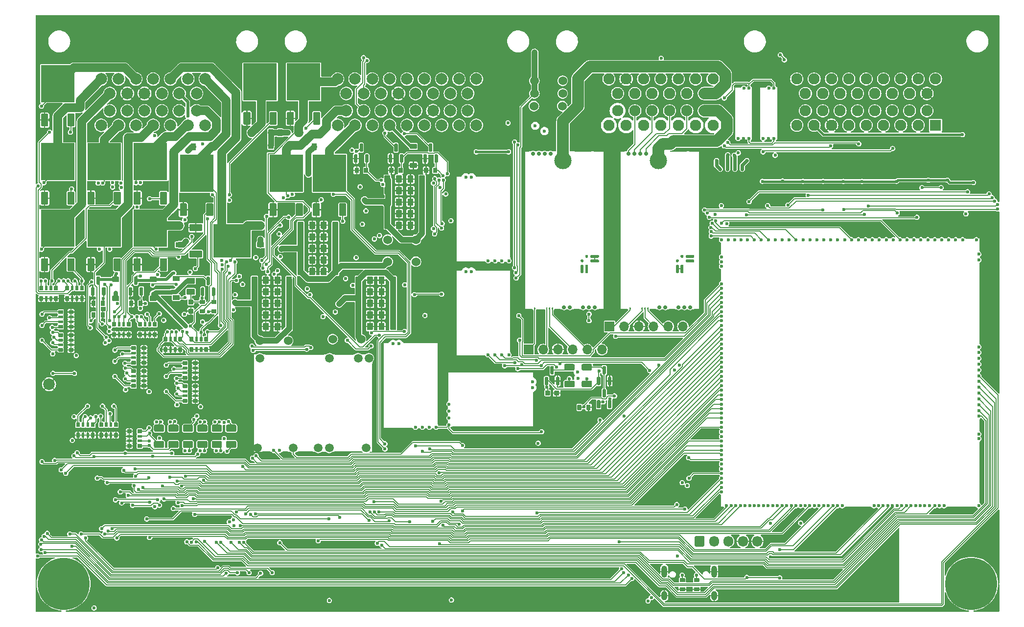
<source format=gbl>
G04 #@! TF.GenerationSoftware,KiCad,Pcbnew,7.0.9-7.0.9~ubuntu22.04.1*
G04 #@! TF.CreationDate,2023-11-26T19:54:23+00:00*
G04 #@! TF.ProjectId,alphax_8ch,616c7068-6178-45f3-9863-682e6b696361,c*
G04 #@! TF.SameCoordinates,PX143caa0PY5f592e0*
G04 #@! TF.FileFunction,Copper,L4,Bot*
G04 #@! TF.FilePolarity,Positive*
%FSLAX46Y46*%
G04 Gerber Fmt 4.6, Leading zero omitted, Abs format (unit mm)*
G04 Created by KiCad (PCBNEW 7.0.9-7.0.9~ubuntu22.04.1) date 2023-11-26 19:54:23*
%MOMM*%
%LPD*%
G01*
G04 APERTURE LIST*
G04 #@! TA.AperFunction,ComponentPad*
%ADD10R,1.700000X1.700000*%
G04 #@! TD*
G04 #@! TA.AperFunction,ComponentPad*
%ADD11O,1.700000X1.700000*%
G04 #@! TD*
G04 #@! TA.AperFunction,ComponentPad*
%ADD12C,1.524000*%
G04 #@! TD*
G04 #@! TA.AperFunction,ComponentPad*
%ADD13C,0.600000*%
G04 #@! TD*
G04 #@! TA.AperFunction,SMDPad,CuDef*
%ADD14R,6.185000X0.250000*%
G04 #@! TD*
G04 #@! TA.AperFunction,SMDPad,CuDef*
%ADD15R,1.115000X0.250000*%
G04 #@! TD*
G04 #@! TA.AperFunction,SMDPad,CuDef*
%ADD16R,0.250000X14.275000*%
G04 #@! TD*
G04 #@! TA.AperFunction,SMDPad,CuDef*
%ADD17R,0.250000X15.100000*%
G04 #@! TD*
G04 #@! TA.AperFunction,SMDPad,CuDef*
%ADD18R,5.175000X0.250000*%
G04 #@! TD*
G04 #@! TA.AperFunction,ComponentPad*
%ADD19O,1.000000X2.100000*%
G04 #@! TD*
G04 #@! TA.AperFunction,ComponentPad*
%ADD20O,1.000000X1.600000*%
G04 #@! TD*
G04 #@! TA.AperFunction,ComponentPad*
%ADD21C,9.000000*%
G04 #@! TD*
G04 #@! TA.AperFunction,ComponentPad*
%ADD22C,0.599999*%
G04 #@! TD*
G04 #@! TA.AperFunction,ComponentPad*
%ADD23C,1.500000*%
G04 #@! TD*
G04 #@! TA.AperFunction,SMDPad,CuDef*
%ADD24O,3.300000X0.200000*%
G04 #@! TD*
G04 #@! TA.AperFunction,SMDPad,CuDef*
%ADD25O,10.200000X0.200000*%
G04 #@! TD*
G04 #@! TA.AperFunction,SMDPad,CuDef*
%ADD26O,0.300000X0.200000*%
G04 #@! TD*
G04 #@! TA.AperFunction,SMDPad,CuDef*
%ADD27O,0.200000X17.000000*%
G04 #@! TD*
G04 #@! TA.AperFunction,SMDPad,CuDef*
%ADD28O,0.200000X15.400000*%
G04 #@! TD*
G04 #@! TA.AperFunction,SMDPad,CuDef*
%ADD29O,4.800000X0.200000*%
G04 #@! TD*
G04 #@! TA.AperFunction,SMDPad,CuDef*
%ADD30O,2.600000X0.200000*%
G04 #@! TD*
G04 #@! TA.AperFunction,SMDPad,CuDef*
%ADD31O,1.000000X0.200000*%
G04 #@! TD*
G04 #@! TA.AperFunction,SMDPad,CuDef*
%ADD32O,1.500000X0.200000*%
G04 #@! TD*
G04 #@! TA.AperFunction,SMDPad,CuDef*
%ADD33O,1.225000X0.200000*%
G04 #@! TD*
G04 #@! TA.AperFunction,SMDPad,CuDef*
%ADD34O,0.200000X9.300000*%
G04 #@! TD*
G04 #@! TA.AperFunction,SMDPad,CuDef*
%ADD35R,0.200000X10.600000*%
G04 #@! TD*
G04 #@! TA.AperFunction,SMDPad,CuDef*
%ADD36R,0.200000X2.100000*%
G04 #@! TD*
G04 #@! TA.AperFunction,SMDPad,CuDef*
%ADD37R,0.200000X14.025000*%
G04 #@! TD*
G04 #@! TA.AperFunction,SMDPad,CuDef*
%ADD38R,0.200000X2.300000*%
G04 #@! TD*
G04 #@! TA.AperFunction,SMDPad,CuDef*
%ADD39R,1.400000X0.200000*%
G04 #@! TD*
G04 #@! TA.AperFunction,SMDPad,CuDef*
%ADD40R,5.000000X0.200000*%
G04 #@! TD*
G04 #@! TA.AperFunction,SMDPad,CuDef*
%ADD41R,4.500000X0.200000*%
G04 #@! TD*
G04 #@! TA.AperFunction,SMDPad,CuDef*
%ADD42R,0.675000X0.200000*%
G04 #@! TD*
G04 #@! TA.AperFunction,SMDPad,CuDef*
%ADD43R,0.200000X2.200000*%
G04 #@! TD*
G04 #@! TA.AperFunction,SMDPad,CuDef*
%ADD44R,0.200000X2.025000*%
G04 #@! TD*
G04 #@! TA.AperFunction,SMDPad,CuDef*
%ADD45R,0.200000X2.000000*%
G04 #@! TD*
G04 #@! TA.AperFunction,SMDPad,CuDef*
%ADD46R,0.250000X6.185000*%
G04 #@! TD*
G04 #@! TA.AperFunction,SMDPad,CuDef*
%ADD47R,0.250000X1.115000*%
G04 #@! TD*
G04 #@! TA.AperFunction,SMDPad,CuDef*
%ADD48R,14.275000X0.250000*%
G04 #@! TD*
G04 #@! TA.AperFunction,SMDPad,CuDef*
%ADD49R,15.100000X0.250000*%
G04 #@! TD*
G04 #@! TA.AperFunction,SMDPad,CuDef*
%ADD50R,0.250000X5.175000*%
G04 #@! TD*
G04 #@! TA.AperFunction,ComponentPad*
%ADD51C,2.000000*%
G04 #@! TD*
G04 #@! TA.AperFunction,ComponentPad*
%ADD52R,1.950000X1.950000*%
G04 #@! TD*
G04 #@! TA.AperFunction,ComponentPad*
%ADD53C,1.950000*%
G04 #@! TD*
G04 #@! TA.AperFunction,ComponentPad*
%ADD54O,1.700000X1.850000*%
G04 #@! TD*
G04 #@! TA.AperFunction,SMDPad,CuDef*
%ADD55R,5.800000X6.400000*%
G04 #@! TD*
G04 #@! TA.AperFunction,ComponentPad*
%ADD56C,0.700000*%
G04 #@! TD*
G04 #@! TA.AperFunction,SMDPad,CuDef*
%ADD57C,3.000000*%
G04 #@! TD*
G04 #@! TA.AperFunction,SMDPad,CuDef*
%ADD58R,3.000000X0.250000*%
G04 #@! TD*
G04 #@! TA.AperFunction,SMDPad,CuDef*
%ADD59R,1.450000X0.250000*%
G04 #@! TD*
G04 #@! TA.AperFunction,SMDPad,CuDef*
%ADD60R,0.980000X0.250000*%
G04 #@! TD*
G04 #@! TA.AperFunction,SMDPad,CuDef*
%ADD61R,1.100000X0.250000*%
G04 #@! TD*
G04 #@! TA.AperFunction,SMDPad,CuDef*
%ADD62R,0.250000X27.600000*%
G04 #@! TD*
G04 #@! TA.AperFunction,SMDPad,CuDef*
%ADD63R,0.950000X0.250000*%
G04 #@! TD*
G04 #@! TA.AperFunction,SMDPad,CuDef*
%ADD64R,1.950000X0.250000*%
G04 #@! TD*
G04 #@! TA.AperFunction,SMDPad,CuDef*
%ADD65R,6.400000X5.800000*%
G04 #@! TD*
G04 #@! TA.AperFunction,SMDPad,CuDef*
%ADD66C,2.000000*%
G04 #@! TD*
G04 #@! TA.AperFunction,ViaPad*
%ADD67C,0.600000*%
G04 #@! TD*
G04 #@! TA.AperFunction,ViaPad*
%ADD68C,2.600000*%
G04 #@! TD*
G04 #@! TA.AperFunction,Conductor*
%ADD69C,0.200000*%
G04 #@! TD*
G04 #@! TA.AperFunction,Conductor*
%ADD70C,0.150000*%
G04 #@! TD*
G04 #@! TA.AperFunction,Conductor*
%ADD71C,1.500000*%
G04 #@! TD*
G04 #@! TA.AperFunction,Conductor*
%ADD72C,0.508000*%
G04 #@! TD*
G04 #@! TA.AperFunction,Conductor*
%ADD73C,0.800000*%
G04 #@! TD*
G04 #@! TA.AperFunction,Conductor*
%ADD74C,1.000000*%
G04 #@! TD*
G04 #@! TA.AperFunction,Conductor*
%ADD75C,0.400000*%
G04 #@! TD*
G04 #@! TA.AperFunction,Conductor*
%ADD76C,2.000000*%
G04 #@! TD*
G04 #@! TA.AperFunction,Conductor*
%ADD77C,0.203200*%
G04 #@! TD*
G04 #@! TA.AperFunction,Conductor*
%ADD78C,0.600000*%
G04 #@! TD*
G04 APERTURE END LIST*
D10*
G04 #@! TO.P,J10,1,Pin_1*
G04 #@! TO.N,Net-(J10-Pin_1)*
X99440000Y49480000D03*
D11*
G04 #@! TO.P,J10,2,Pin_2*
G04 #@! TO.N,Net-(J10-Pin_2)*
X101980000Y49480000D03*
G04 #@! TO.P,J10,3,Pin_3*
G04 #@! TO.N,GND*
X104520000Y49480000D03*
G04 #@! TO.P,J10,4,Pin_4*
G04 #@! TO.N,Net-(J10-Pin_4)*
X107060000Y49480000D03*
G04 #@! TO.P,J10,5,Pin_5*
G04 #@! TO.N,Net-(J10-Pin_5)*
X109600000Y49480000D03*
G04 #@! TO.P,J10,6,Pin_6*
G04 #@! TO.N,unconnected-(J10-Pin_6-Pad6)*
X112140000Y49480000D03*
G04 #@! TD*
D12*
G04 #@! TO.P,F5,1,1*
G04 #@! TO.N,Net-(J2B-26B)*
X43830000Y46980000D03*
G04 #@! TO.P,F5,2,2*
G04 #@! TO.N,/12V_ETB*
X38930000Y46980000D03*
G04 #@! TD*
G04 #@! TO.P,F3,1,1*
G04 #@! TO.N,Net-(J2B-26B)*
X61050000Y64480000D03*
G04 #@! TO.P,F3,2,2*
G04 #@! TO.N,/12V_DC2*
X65950000Y64480000D03*
G04 #@! TD*
G04 #@! TO.P,F20,1,1*
G04 #@! TO.N,Net-(J2B-24B)*
X91250000Y87600000D03*
G04 #@! TO.P,F20,2,2*
G04 #@! TO.N,/IN_VIGN*
X86350000Y87600000D03*
G04 #@! TD*
D13*
G04 #@! TO.P,M8,E1,Thresh_IN*
G04 #@! TO.N,/VR2_THRESHOLD*
X67060000Y32055000D03*
G04 #@! TO.P,M8,E2,OUT_A*
G04 #@! TO.N,/VR2_A*
X65860000Y32055000D03*
G04 #@! TO.P,M8,E3,OUT*
G04 #@! TO.N,/VR2*
X68260000Y32055000D03*
G04 #@! TO.P,M8,E4,V5_IN*
G04 #@! TO.N,+5VA*
X69460000Y32055000D03*
D14*
G04 #@! TO.P,M8,G,GND*
G04 #@! TO.N,GND*
X66792500Y46705000D03*
D15*
X60742500Y46705000D03*
D16*
X69760000Y39692500D03*
D17*
X60310000Y39280000D03*
D18*
X62772500Y31855000D03*
D13*
G04 #@! TO.P,M8,W1,VR-*
G04 #@! TO.N,/IN_VR2-*
X63000000Y46480000D03*
G04 #@! TO.P,M8,W2,VR+*
G04 #@! TO.N,/IN_VR2+*
X62000000Y46480000D03*
G04 #@! TD*
D19*
G04 #@! TO.P,J13,S1,SHIELD*
G04 #@! TO.N,GND*
X108905954Y7085000D03*
D20*
X108905954Y2905000D03*
D19*
X117545954Y7085000D03*
D20*
X117545954Y2905000D03*
G04 #@! TD*
D10*
G04 #@! TO.P,J9,1,Pin_1*
G04 #@! TO.N,Net-(J9-Pin_1)*
X85420000Y45480000D03*
D11*
G04 #@! TO.P,J9,2,Pin_2*
G04 #@! TO.N,Net-(J9-Pin_2)*
X87960000Y45480000D03*
G04 #@! TO.P,J9,3,Pin_3*
G04 #@! TO.N,GND*
X90500000Y45480000D03*
G04 #@! TO.P,J9,4,Pin_4*
G04 #@! TO.N,Net-(J9-Pin_4)*
X93040000Y45480000D03*
G04 #@! TO.P,J9,5,Pin_5*
G04 #@! TO.N,Net-(J9-Pin_5)*
X95580000Y45480000D03*
G04 #@! TO.P,J9,6,Pin_6*
G04 #@! TO.N,unconnected-(J9-Pin_6-Pad6)*
X98120000Y45480000D03*
G04 #@! TD*
D21*
G04 #@! TO.P,J6,1,Pin_1*
G04 #@! TO.N,unconnected-(J6-Pin_1-Pad1)*
X162000000Y4980000D03*
G04 #@! TD*
D22*
G04 #@! TO.P,M14,V1,IGN8*
G04 #@! TO.N,/VVT4_LS*
X15705111Y40416868D03*
G04 #@! TO.P,M14,V2,IGN7*
G04 #@! TO.N,/VVT3_LS*
X13870101Y40841876D03*
G04 #@! TO.P,M14,V3,IGN6*
G04 #@! TO.N,/VVT2_LS*
X15920109Y41391873D03*
G04 #@! TO.P,M14,V4,IGN5*
G04 #@! TO.N,/VVT1_LS*
X15705114Y42266832D03*
G04 #@! TO.P,M14,V5,IGN4*
G04 #@! TO.N,/INJ4*
X15630107Y43116855D03*
G04 #@! TO.P,M14,V6,IGN3*
G04 #@! TO.N,/INJ3*
X13870101Y43441871D03*
G04 #@! TO.P,M14,V7,IGN2*
G04 #@! TO.N,/INJ2*
X15180101Y44741838D03*
G04 #@! TO.P,M14,V8,IGN1*
G04 #@! TO.N,/INJ1*
X13870101Y45391855D03*
G04 #@! TO.P,M14,V9,VCC*
G04 #@! TO.N,+5VA*
X19795116Y38216852D03*
G04 #@! TO.P,M14,V10,V33*
G04 #@! TO.N,+3.3VA*
X15720110Y38516854D03*
G04 #@! TD*
D23*
G04 #@! TO.P,M2,E1,VBAT*
G04 #@! TO.N,unconnected-(M2-VBAT-PadE1)*
X57350000Y28480003D03*
G04 #@! TO.P,M2,E2,V12*
G04 #@! TO.N,+12V*
X50950003Y28480003D03*
G04 #@! TO.P,M2,E3,VIGN*
G04 #@! TO.N,/VIGN*
X49050000Y28480003D03*
G04 #@! TO.P,M2,E4,V5*
G04 #@! TO.N,+5V*
X44750000Y28480003D03*
D13*
G04 #@! TO.P,M2,E5,EN_5VP*
G04 #@! TO.N,/PWR_EN*
X42350003Y28030004D03*
G04 #@! TO.P,M2,E6,PG_5VP*
G04 #@! TO.N,/TLS115_PG*
X41350002Y28030004D03*
D24*
G04 #@! TO.P,M2,S1,GND*
G04 #@! TO.N,GND*
X53500000Y44629999D03*
D25*
X45000002Y44629999D03*
D26*
X37900000Y44629999D03*
D27*
X37850000Y36230001D03*
D28*
X58450000Y35430000D03*
D23*
X38500000Y28480003D03*
D26*
X58400000Y27830002D03*
D29*
X54200002Y27830002D03*
D30*
X46850000Y27830002D03*
D31*
X43350003Y27830002D03*
D32*
X40050002Y27830002D03*
D23*
G04 #@! TO.P,M2,V1,V12_PERM*
G04 #@! TO.N,+12V_RAW*
X57800002Y43980000D03*
G04 #@! TO.P,M2,V2,IN_VIGN*
G04 #@! TO.N,/IN_VIGN*
X55950003Y43980000D03*
G04 #@! TO.P,M2,V3,V12_RAW*
G04 #@! TO.N,+12V_RAW*
X51000000Y43980000D03*
G04 #@! TO.P,M2,V4,5VP*
G04 #@! TO.N,+5VAS*
X38950002Y43980000D03*
G04 #@! TD*
D13*
G04 #@! TO.P,M3,E1,V5A*
G04 #@! TO.N,+5VA*
X127900000Y82005000D03*
D33*
G04 #@! TO.P,M3,E2,GND*
G04 #@! TO.N,GND*
X125925000Y90905000D03*
D34*
X128500000Y86355000D03*
X125400000Y86355000D03*
D13*
X126950000Y82005000D03*
G04 #@! TO.P,M3,E3,OUT_KNOCK*
G04 #@! TO.N,/IN_KNOCK1*
X126000002Y82005000D03*
G04 #@! TO.P,M3,W1,IN_KNOCK*
G04 #@! TO.N,/IN_KNOCK_RAW1*
X127000000Y90705000D03*
G04 #@! TO.P,M3,W2,VREF*
G04 #@! TO.N,/VREF2*
X127900000Y90705000D03*
G04 #@! TD*
G04 #@! TO.P,M1001,E0a,OUT_PWM18_(PI0)*
G04 #@! TO.N,/DC1_PWM*
X118800010Y20854990D03*
G04 #@! TO.P,M1001,E0b,GP12_(PH15)*
G04 #@! TO.N,/DC2_DIR*
X118800010Y21654990D03*
G04 #@! TO.P,M1001,E0c,GP13_(PH14)*
G04 #@! TO.N,/DC2_DIS*
X118800010Y22454990D03*
G04 #@! TO.P,M1001,E0d,GP14_(PH13)*
G04 #@! TO.N,/VR3*
X118800010Y23254990D03*
G04 #@! TO.P,M1001,E1,SPI2_SCK/CAN2_TX_(PB13)*
G04 #@! TO.N,/MCU/CAN2_TX*
X118800010Y24054990D03*
G04 #@! TO.P,M1001,E2,SPI2_MISO_(PB14)*
G04 #@! TO.N,unconnected-(M1001-SPI2_MISO_(PB14)-PadE2)*
X118800010Y24854990D03*
G04 #@! TO.P,M1001,E3,SPI2_MOSI_(PB15)*
G04 #@! TO.N,unconnected-(M1001-SPI2_MOSI_(PB15)-PadE3)*
X118800010Y25654990D03*
G04 #@! TO.P,M1001,E4,SPI2_CS/CAN2_RX_(PB12)*
G04 #@! TO.N,/MCU/CAN2_RX*
X118800010Y26454990D03*
G04 #@! TO.P,M1001,E6,OUT_IO3_(PG14)*
G04 #@! TO.N,/LS3*
X118800010Y27254990D03*
G04 #@! TO.P,M1001,E7,OUT_IO5_(PD2)*
G04 #@! TO.N,/LS5*
X118800010Y28054990D03*
G04 #@! TO.P,M1001,E8,OUT_IO1_(PD3)*
G04 #@! TO.N,/HS3*
X118800010Y28854990D03*
G04 #@! TO.P,M1001,E9,OUT_IO6_(PG11)*
G04 #@! TO.N,/LS6*
X118800010Y29655000D03*
G04 #@! TO.P,M1001,E10,OUT_IO10_(PG12)*
G04 #@! TO.N,/HALL1_PD_EN*
X118800010Y30454990D03*
G04 #@! TO.P,M1001,E11,OUT_IO9_(PG13)*
G04 #@! TO.N,/VSS_PD_EN*
X118800010Y31254990D03*
G04 #@! TO.P,M1001,E12,OUT_IO2_(PA9)*
G04 #@! TO.N,/HS2*
X118800010Y32055000D03*
G04 #@! TO.P,M1001,E13,OUT_IO12_(PA8)*
G04 #@! TO.N,/TEMP_PU_EN*
X118800010Y32854990D03*
G04 #@! TO.P,M1001,E14,OUT_PWM5_(PC9)*
G04 #@! TO.N,/BOOST_LS*
X118800010Y33654990D03*
G04 #@! TO.P,M1001,E15,OUT_PWM4_(PC8)*
G04 #@! TO.N,/VVT4_LS*
X118800010Y34455000D03*
G04 #@! TO.P,M1001,E16,OUT_PWM3_(PC7)*
G04 #@! TO.N,/VVT3_LS*
X118800010Y35254990D03*
G04 #@! TO.P,M1001,E17,OUT_PWM2_(PC6)*
G04 #@! TO.N,/VVT2_LS*
X118800010Y36054990D03*
G04 #@! TO.P,M1001,E18,OUT_INJ2_(PG8)*
G04 #@! TO.N,/INJ2*
X118800010Y36854990D03*
G04 #@! TO.P,M1001,E19,OUT_INJ1_(PG7)*
G04 #@! TO.N,/INJ1*
X118800010Y37654990D03*
G04 #@! TO.P,M1001,E20,OUT_IO13_(PG6)*
G04 #@! TO.N,/TACH*
X118800010Y38454990D03*
G04 #@! TO.P,M1001,E21,OUT_IO4_(PG5)*
G04 #@! TO.N,/LS4*
X118800010Y39254990D03*
G04 #@! TO.P,M1001,E22,OUT_IO8_(PG4)*
G04 #@! TO.N,/NOS_LS*
X118800010Y40054990D03*
G04 #@! TO.P,M1001,E23,OUT_IO7_(PG3)*
G04 #@! TO.N,/LS7*
X118800010Y40855000D03*
G04 #@! TO.P,M1001,E24,OUT_IO11_(PG2)*
G04 #@! TO.N,/TACH_12V*
X118800010Y41654990D03*
G04 #@! TO.P,M1001,E25,OUT_PWM7_(PD15)*
G04 #@! TO.N,/LS2*
X118800010Y42454990D03*
G04 #@! TO.P,M1001,E26,OUT_PWM6_(PD14)*
G04 #@! TO.N,/LS1*
X118800010Y43254990D03*
G04 #@! TO.P,M1001,E27,OUT_PWM1_(PD13)*
G04 #@! TO.N,/VVT1_LS*
X118800010Y44054990D03*
G04 #@! TO.P,M1001,E28,OUT_PWM8_(PD12)*
G04 #@! TO.N,/HS1*
X118800010Y44854990D03*
G04 #@! TO.P,M1001,E29,OUT_INJ3_(PD11)*
G04 #@! TO.N,/INJ3*
X118800010Y45654990D03*
G04 #@! TO.P,M1001,E30,OUT_INJ4_(PD10)*
G04 #@! TO.N,/INJ4*
X118800010Y46454990D03*
G04 #@! TO.P,M1001,E31,OUT_INJ5_(PD9)*
G04 #@! TO.N,/INJ5*
X118800010Y47254990D03*
G04 #@! TO.P,M1001,E32,OUT_INJ6_(PF12)*
G04 #@! TO.N,/INJ6*
X118800010Y48854990D03*
G04 #@! TO.P,M1001,E33,OUT_INJ7_(PF13)*
G04 #@! TO.N,/INJ7*
X118800010Y49654990D03*
G04 #@! TO.P,M1001,E34,OUT_INJ8_(PF14)*
G04 #@! TO.N,/INJ8*
X118800010Y50454990D03*
G04 #@! TO.P,M1001,E35,GP6_(PD8)*
G04 #@! TO.N,/ETB_DIR*
X118800010Y48055000D03*
G04 #@! TO.P,M1001,E36,GP7_(PF15)*
G04 #@! TO.N,/ETB_DIS*
X118800010Y51254990D03*
G04 #@! TO.P,M1001,E36a,OUT_PWM9_(PH12)*
G04 #@! TO.N,/ETB_PWM*
X118800010Y52054990D03*
G04 #@! TO.P,M1001,E36b,OUT_PWM10_(PH11)*
G04 #@! TO.N,/TLS115_PG*
X118800010Y52854990D03*
G04 #@! TO.P,M1001,E36c,OUT_PWM11_(PH10)*
G04 #@! TO.N,/VR2_THRESHOLD*
X118800010Y53654990D03*
G04 #@! TO.P,M1001,E36d,OUT_PWM12_(PH9)*
G04 #@! TO.N,/VR3_THRESHOLD*
X118800010Y54454990D03*
G04 #@! TO.P,M1001,E36e,GP15_(PH8)*
G04 #@! TO.N,/VR4*
X118800010Y55254990D03*
G04 #@! TO.P,M1001,E36f,GP16_(PH7)*
G04 #@! TO.N,/VR1_HALL_EN*
X118800010Y56054990D03*
G04 #@! TO.P,M1001,E36g,OUT_PWM13_(PH6)*
G04 #@! TO.N,/VR4_THRESHOLD*
X118800010Y56854990D03*
G04 #@! TO.P,M1001,E38,VREF2*
G04 #@! TO.N,/VREF2*
X118800000Y59879990D03*
G04 #@! TO.P,M1001,E39,GNDA*
G04 #@! TO.N,unconnected-(M1001-GNDA-PadE39)*
X118800010Y60679990D03*
G04 #@! TO.P,M1001,E40,V5A_SWITCHABLE*
G04 #@! TO.N,+5VA*
X118800010Y61479990D03*
D35*
G04 #@! TO.P,M1001,G,GND*
G04 #@! TO.N,GND*
X163500010Y24255000D03*
D36*
X163500010Y32404990D03*
D37*
X163500010Y53467490D03*
D38*
X163500010Y63629990D03*
D39*
X161700000Y64680000D03*
D40*
X160300010Y18254990D03*
D41*
X142425000Y18254990D03*
D42*
X118837510Y18254990D03*
D43*
X118600010Y19254990D03*
D44*
X118600010Y58367490D03*
D45*
X118600000Y62979990D03*
D13*
G04 #@! TO.P,M1001,N0a,GP11_(PI1)*
G04 #@! TO.N,/DC1_DIS*
X119675000Y18454990D03*
G04 #@! TO.P,M1001,N0b,OUT_PWM17_(PI2)*
G04 #@! TO.N,/DC2_PWM*
X120475010Y18454990D03*
G04 #@! TO.P,M1001,N0c,GP10_(PI3)*
G04 #@! TO.N,/DC1_DIR*
X121275000Y18454990D03*
G04 #@! TO.P,M1001,N1,USBID_(PA10)*
G04 #@! TO.N,/VR1*
X122075000Y18454990D03*
G04 #@! TO.P,M1001,N2,USBM_(PA11)*
G04 #@! TO.N,/MCU/USB-*
X122875000Y18454990D03*
G04 #@! TO.P,M1001,N3,USBP_(PA12)*
G04 #@! TO.N,/MCU/USB+*
X123675000Y18454990D03*
G04 #@! TO.P,M1001,N4,VBUS*
G04 #@! TO.N,/MCU/VBUS*
X124475000Y18454990D03*
G04 #@! TO.P,M1001,N5,BOOT0*
G04 #@! TO.N,unconnected-(M1001-BOOT0-PadN5)*
X125275000Y18454990D03*
G04 #@! TO.P,M1001,N6,SWO_(PB3)*
G04 #@! TO.N,/MCU/SWO*
X126075000Y18454990D03*
G04 #@! TO.P,M1001,N7,SWDIO_(PA13)*
G04 #@! TO.N,/MCU/SWDIO*
X126875000Y18454990D03*
G04 #@! TO.P,M1001,N8,SWCLK_(PA14)*
G04 #@! TO.N,/MCU/SWCLK*
X127675000Y18454990D03*
G04 #@! TO.P,M1001,N9,nReset*
G04 #@! TO.N,/MCU/NRESET*
X128475000Y18454990D03*
G04 #@! TO.P,M1001,N10,SPI3_CS_(PA15)*
G04 #@! TO.N,/IGN12*
X129275000Y18454990D03*
G04 #@! TO.P,M1001,N11,SPI3_SCK_(PC10)*
G04 #@! TO.N,/IGN9*
X130075000Y18454990D03*
G04 #@! TO.P,M1001,N12,SPI3_MISO_(PC11)*
G04 #@! TO.N,/IGN10*
X130875010Y18454990D03*
G04 #@! TO.P,M1001,N13,SPI3_MOSI_(PC12)*
G04 #@! TO.N,/IGN11*
X131675000Y18454990D03*
G04 #@! TO.P,M1001,N14,I2C_SCL_(PB10)*
G04 #@! TO.N,unconnected-(M1001-I2C_SCL_(PB10)-PadN14)*
X132475000Y18454990D03*
G04 #@! TO.P,M1001,N15,I2C_SDA_(PB11)*
G04 #@! TO.N,unconnected-(M1001-I2C_SDA_(PB11)-PadN15)*
X133275010Y18454990D03*
G04 #@! TO.P,M1001,N16,GP1_(PD4)*
G04 #@! TO.N,/MAIN_LS*
X134075010Y18454990D03*
G04 #@! TO.P,M1001,N17,UART2_TX_(PD5)*
G04 #@! TO.N,/MCU/UART_TX*
X134875000Y18454990D03*
G04 #@! TO.P,M1001,N18,UART2_RX_(PD6)*
G04 #@! TO.N,/MCU/UART_RX*
X135675010Y18454990D03*
G04 #@! TO.P,M1001,N19,GP2_(PD7)*
G04 #@! TO.N,/FAN_RELAY_LS*
X136475000Y18454990D03*
G04 #@! TO.P,M1001,N20,GP4_(PG9)*
G04 #@! TO.N,unconnected-(M1001-GP4_(PG9)-PadN20)*
X137275000Y18454990D03*
G04 #@! TO.P,M1001,N21,GP3_(PG10)*
G04 #@! TO.N,/PUMP_RELAY_LS*
X138075000Y18454990D03*
G04 #@! TO.P,M1001,N22,V33*
G04 #@! TO.N,+3.3V*
X138875000Y18454990D03*
G04 #@! TO.P,M1001,N23,GP5_(PG15)*
G04 #@! TO.N,unconnected-(M1001-GP5_(PG15)-PadN23)*
X139675010Y18454990D03*
G04 #@! TO.P,M1001,N24,UART8_RX_(PE0)*
G04 #@! TO.N,unconnected-(M1001-UART8_RX_(PE0)-PadN24)*
X145175000Y18454990D03*
G04 #@! TO.P,M1001,N25,UART8_TX_(PE1)*
G04 #@! TO.N,unconnected-(M1001-UART8_TX_(PE1)-PadN25)*
X145975010Y18454990D03*
G04 #@! TO.P,M1001,N26,IN_VIGN_(PA5)*
G04 #@! TO.N,/VIGN*
X146775000Y18454990D03*
G04 #@! TO.P,M1001,N27,VBAT*
G04 #@! TO.N,Net-(D81-K)*
X147575000Y18454990D03*
G04 #@! TO.P,M1001,N28,V33_SWITCHABLE*
G04 #@! TO.N,+3.3VA*
X148375000Y18454990D03*
G04 #@! TO.P,M1001,N28a,GP25_(PI4)*
G04 #@! TO.N,/FLEX_PD_EN*
X149175000Y18454990D03*
G04 #@! TO.P,M1001,N28b,OUT_PWM16_(PI5)*
G04 #@! TO.N,/DC3_DIS*
X149975000Y18454990D03*
G04 #@! TO.P,M1001,N28c,OUT_PWM15_(PI6)*
G04 #@! TO.N,/DC3_DIR*
X150775000Y18454990D03*
G04 #@! TO.P,M1001,N28d,OUT_PWM14_(PI7)*
G04 #@! TO.N,/DC3_PWM*
X151575000Y18454990D03*
G04 #@! TO.P,M1001,N28e,GP24_(PI8)*
G04 #@! TO.N,/HALL5_PD_EN*
X152375000Y18454990D03*
G04 #@! TO.P,M1001,N28f,GP23_(PI9)*
G04 #@! TO.N,/HALL4_PD_EN*
X153175000Y18454990D03*
G04 #@! TO.P,M1001,N28g,GP22_(PI10)*
G04 #@! TO.N,/HALL3_PD_EN*
X153975000Y18454990D03*
G04 #@! TO.P,M1001,N28h,GP21_(PI11)*
G04 #@! TO.N,/HALL2_PD_EN*
X154775000Y18454990D03*
G04 #@! TO.P,M1001,N29,OUT_PWR_EN_(PE10)*
G04 #@! TO.N,/PWR_EN*
X155700000Y18454990D03*
G04 #@! TO.P,M1001,N30,V5A_SWITCHABLE*
G04 #@! TO.N,unconnected-(M1001-V5A_SWITCHABLE-PadN30)*
X156500000Y18454990D03*
G04 #@! TO.P,M1001,N31,VCC*
G04 #@! TO.N,+5V*
X157300000Y18454990D03*
G04 #@! TO.P,M1001,N32,V33*
G04 #@! TO.N,unconnected-(M1001-V33-PadN32)*
X163300010Y18454990D03*
G04 #@! TO.P,M1001,S2,IN_D4_(PE15)*
G04 #@! TO.N,/IN_HALL4*
X118800010Y64480000D03*
G04 #@! TO.P,M1001,S3,IN_D3_(PE14)*
G04 #@! TO.N,/IN_HALL3{slash}SENT*
X119950000Y64480000D03*
G04 #@! TO.P,M1001,S4,IN_D2_(PE13)*
G04 #@! TO.N,/IN_HALL2*
X121050000Y64480000D03*
G04 #@! TO.P,M1001,S5,IN_D1_(PE12)*
G04 #@! TO.N,/IN_HALL1*
X122150000Y64480000D03*
G04 #@! TO.P,M1001,S5a,IN_AUX8/CAN1_WKUP_(PA0)*
G04 #@! TO.N,unconnected-(M1001-IN_AUX8{slash}CAN1_WKUP_(PA0)-PadS5a)*
X123300000Y64480000D03*
G04 #@! TO.P,M1001,S5b,IN_AUX7_(PC1)*
G04 #@! TO.N,/IN_SWITCH3*
X124500000Y64479990D03*
G04 #@! TO.P,M1001,S5c,IN_AUX6_(PA7/PE11)*
G04 #@! TO.N,/IN_SWITCH2*
X125700000Y64479990D03*
G04 #@! TO.P,M1001,S5d,IN_AUX5_(PC4/PE9)*
G04 #@! TO.N,/IN_SWITCH1*
X126900000Y64479990D03*
G04 #@! TO.P,M1001,S6,IN_SENS4_(PF6)*
G04 #@! TO.N,/IN_KNOCK2*
X128099990Y64480000D03*
G04 #@! TO.P,M1001,S7,IN_SENS3_(PF5)*
G04 #@! TO.N,/IN_FLEX*
X129299990Y64480000D03*
G04 #@! TO.P,M1001,S8,IN_SENS2_(PF4)*
G04 #@! TO.N,/IN_HALL5*
X130499990Y64480000D03*
G04 #@! TO.P,M1001,S9,IN_SENS1_(PF3)*
G04 #@! TO.N,/IN_SWITCH4*
X131699990Y64480000D03*
G04 #@! TO.P,M1001,S10,IN_AUX4*
G04 #@! TO.N,/IN_AN9*
X132899990Y64480000D03*
G04 #@! TO.P,M1001,S11,IN_AUX3*
G04 #@! TO.N,/IN_AN8*
X134099990Y64480000D03*
G04 #@! TO.P,M1001,S12,IN_AUX2*
G04 #@! TO.N,/IN_AN7*
X135299990Y64480000D03*
G04 #@! TO.P,M1001,S13,IN_AUX1*
G04 #@! TO.N,/IN_AN6*
X136499990Y64480000D03*
G04 #@! TO.P,M1001,S14,IN_RES2_(PF10_ADC3)*
G04 #@! TO.N,/VR3_A*
X137700000Y64480000D03*
G04 #@! TO.P,M1001,S15,IN_O2S2*
G04 #@! TO.N,/IN_AN3*
X138900000Y64480000D03*
G04 #@! TO.P,M1001,S16,IN_O2S*
G04 #@! TO.N,/IN_AN2*
X140100000Y64480000D03*
G04 #@! TO.P,M1001,S17,IN_RES1_(PF9_ADC3)*
G04 #@! TO.N,/VR2_A*
X141300000Y64480000D03*
G04 #@! TO.P,M1001,S18,IN_RES3_(PF8_ADC3)*
G04 #@! TO.N,/VR4_A*
X142500000Y64480000D03*
G04 #@! TO.P,M1001,S19,IN_MAP3_(PA2)*
G04 #@! TO.N,/ONBOARD_MAP*
X143700000Y64480000D03*
G04 #@! TO.P,M1001,S20,IN_MAP2*
G04 #@! TO.N,/IN_AN5*
X144900000Y64480000D03*
G04 #@! TO.P,M1001,S21,IN_MAP1*
G04 #@! TO.N,/IN_AN4*
X146100000Y64480000D03*
G04 #@! TO.P,M1001,S22,IN_CRANK_(PB1)*
G04 #@! TO.N,/IN_AN1*
X147300000Y64480000D03*
G04 #@! TO.P,M1001,S23,IN_KNOCK_(PF7)*
G04 #@! TO.N,/IN_KNOCK1*
X148500000Y64480000D03*
G04 #@! TO.P,M1001,S24,IN_CAM_(PA6)*
G04 #@! TO.N,/VR2*
X149700000Y64480000D03*
G04 #@! TO.P,M1001,S25,IN_VSS_(PF11)*
G04 #@! TO.N,/IN_VSS*
X150900000Y64480000D03*
G04 #@! TO.P,M1001,S26,IN_IAT*
G04 #@! TO.N,/IN_IAT*
X152100000Y64480000D03*
G04 #@! TO.P,M1001,S27,IN_AT1*
G04 #@! TO.N,/IN_AT1*
X153300000Y64480000D03*
G04 #@! TO.P,M1001,S28,IN_CLT*
G04 #@! TO.N,/IN_CLT*
X154500000Y64480000D03*
G04 #@! TO.P,M1001,S29,IN_AT2*
G04 #@! TO.N,/IN_AT2*
X155700000Y64480000D03*
G04 #@! TO.P,M1001,S30,IN_TPS*
G04 #@! TO.N,/IN_TPS1*
X156900010Y64480000D03*
G04 #@! TO.P,M1001,S31,IN_PPS*
G04 #@! TO.N,/IN_PPS1*
X158100010Y64480000D03*
G04 #@! TO.P,M1001,S32,IN_TPS2*
G04 #@! TO.N,/IN_TPS2*
X159300010Y64480000D03*
G04 #@! TO.P,M1001,S33,IN_PPS2*
G04 #@! TO.N,/IN_PPS2*
X160500010Y64480000D03*
G04 #@! TO.P,M1001,S35,VREF1*
G04 #@! TO.N,unconnected-(M1001-VREF1-PadS35)*
X162900010Y64480000D03*
G04 #@! TO.P,M1001,W1,GNDA*
G04 #@! TO.N,GNDA*
X163300010Y61979990D03*
G04 #@! TO.P,M1001,W2,V5A_SWITCHABLE*
G04 #@! TO.N,+5VA*
X163300010Y60979990D03*
G04 #@! TO.P,M1001,W3,V33_REF*
G04 #@! TO.N,unconnected-(M1001-V33_REF-PadW3)*
X163300010Y45955000D03*
G04 #@! TO.P,M1001,W3a,GP17_(PH5)*
G04 #@! TO.N,/INJ9*
X163300010Y44954990D03*
G04 #@! TO.P,M1001,W3b,GP18_(PH4)*
G04 #@! TO.N,/INJ10*
X163300010Y43954990D03*
G04 #@! TO.P,M1001,W3c,GP19_(PH3)*
G04 #@! TO.N,/INJ11*
X163300010Y42955000D03*
G04 #@! TO.P,M1001,W3d,GP20_(PH2)*
G04 #@! TO.N,/INJ12*
X163300010Y41955000D03*
G04 #@! TO.P,M1001,W4,IGN8_(PE6)*
G04 #@! TO.N,/OUT_IGN8*
X163300010Y40955000D03*
G04 #@! TO.P,M1001,W5,IGN7_(PB9)*
G04 #@! TO.N,/OUT_IGN7*
X163300010Y39954990D03*
G04 #@! TO.P,M1001,W6,IGN6_(PB8)*
G04 #@! TO.N,/OUT_IGN6*
X163300010Y38955000D03*
G04 #@! TO.P,M1001,W7,IGN5_(PE2)*
G04 #@! TO.N,/OUT_IGN5*
X163300010Y37955000D03*
G04 #@! TO.P,M1001,W8,IGN4_(PE3)*
G04 #@! TO.N,/OUT_IGN4*
X163300010Y36955000D03*
G04 #@! TO.P,M1001,W9,IGN3_(PE4)*
G04 #@! TO.N,/OUT_IGN3*
X163300010Y35955000D03*
G04 #@! TO.P,M1001,W10,IGN2_(PE5)*
G04 #@! TO.N,/OUT_IGN2*
X163300010Y34955000D03*
G04 #@! TO.P,M1001,W11,IGN1_(PC13)*
G04 #@! TO.N,/OUT_IGN1*
X163300010Y33955000D03*
G04 #@! TO.P,M1001,W12,CANH*
G04 #@! TO.N,/CAN1+*
X163300010Y30854990D03*
G04 #@! TO.P,M1001,W13,CANL*
G04 #@! TO.N,/CAN1-*
X163300010Y30054990D03*
G04 #@! TD*
G04 #@! TO.P,M7,E1,NC*
G04 #@! TO.N,unconnected-(M7-NC-PadE1)*
X71675000Y34855000D03*
G04 #@! TO.P,M7,E2,NC*
G04 #@! TO.N,unconnected-(M7-NC-PadE2)*
X71675000Y36055000D03*
G04 #@! TO.P,M7,E3,OUT*
G04 #@! TO.N,/VR1*
X71675000Y33655000D03*
G04 #@! TO.P,M7,E4,V5_IN*
G04 #@! TO.N,+5VA*
X71675000Y32455000D03*
D46*
G04 #@! TO.P,M7,G,GND*
G04 #@! TO.N,GND*
X86325000Y35122500D03*
D47*
X86325000Y41172500D03*
D48*
X79312500Y32155000D03*
D49*
X78900000Y41605000D03*
D50*
X71475000Y39142500D03*
D13*
G04 #@! TO.P,M7,W1,VR-*
G04 #@! TO.N,/IN_VR1-*
X86100000Y38915000D03*
G04 #@! TO.P,M7,W2,VR+*
G04 #@! TO.N,/IN_VR1+*
X86100000Y39915000D03*
G04 #@! TD*
D22*
G04 #@! TO.P,M13,V1,IGN8*
G04 #@! TO.N,Net-(M13-IGN8)*
X8711869Y33874889D03*
G04 #@! TO.P,M13,V2,IGN7*
G04 #@! TO.N,Net-(M13-IGN7)*
X9136877Y35709899D03*
G04 #@! TO.P,M13,V3,IGN6*
G04 #@! TO.N,Net-(M13-IGN6)*
X9686874Y33659891D03*
G04 #@! TO.P,M13,V4,IGN5*
G04 #@! TO.N,Net-(M13-IGN5)*
X10561833Y33874886D03*
G04 #@! TO.P,M13,V5,IGN4*
G04 #@! TO.N,/IGN12*
X11411856Y33949893D03*
G04 #@! TO.P,M13,V6,IGN3*
G04 #@! TO.N,/IGN11*
X11736872Y35709899D03*
G04 #@! TO.P,M13,V7,IGN2*
G04 #@! TO.N,/IGN10*
X13036839Y34399899D03*
G04 #@! TO.P,M13,V8,IGN1*
G04 #@! TO.N,/IGN9*
X13686856Y35709899D03*
G04 #@! TO.P,M13,V9,VCC*
G04 #@! TO.N,+5VA*
X6511853Y29784884D03*
G04 #@! TO.P,M13,V10,V33*
G04 #@! TO.N,+3.3VA*
X6811855Y33859890D03*
G04 #@! TD*
D12*
G04 #@! TO.P,F4,1,1*
G04 #@! TO.N,Net-(J2B-26B)*
X51550000Y47280000D03*
G04 #@! TO.P,F4,2,2*
G04 #@! TO.N,/12V_DC3*
X56450000Y47280000D03*
G04 #@! TD*
D22*
G04 #@! TO.P,M15,V1,IGN8*
G04 #@! TO.N,/INJ8*
X3105111Y46641868D03*
G04 #@! TO.P,M15,V2,IGN7*
G04 #@! TO.N,/INJ7*
X1270101Y47066876D03*
G04 #@! TO.P,M15,V3,IGN6*
G04 #@! TO.N,/INJ6*
X3320109Y47616873D03*
G04 #@! TO.P,M15,V4,IGN5*
G04 #@! TO.N,/INJ5*
X3105114Y48491832D03*
G04 #@! TO.P,M15,V5,IGN4*
G04 #@! TO.N,/INJ12*
X3030107Y49341855D03*
G04 #@! TO.P,M15,V6,IGN3*
G04 #@! TO.N,/INJ11*
X1270101Y49666871D03*
G04 #@! TO.P,M15,V7,IGN2*
G04 #@! TO.N,/INJ10*
X2580101Y50966838D03*
G04 #@! TO.P,M15,V8,IGN1*
G04 #@! TO.N,/INJ9*
X1270101Y51616855D03*
G04 #@! TO.P,M15,V9,VCC*
G04 #@! TO.N,+5VA*
X7195116Y44441852D03*
G04 #@! TO.P,M15,V10,V33*
G04 #@! TO.N,+3.3VA*
X3120110Y44741854D03*
G04 #@! TD*
D13*
G04 #@! TO.P,M10,E1,Thresh_IN*
G04 #@! TO.N,/VR4_THRESHOLD*
X79625000Y60855000D03*
G04 #@! TO.P,M10,E2,OUT_A*
G04 #@! TO.N,/VR4_A*
X78425000Y60855000D03*
G04 #@! TO.P,M10,E3,OUT*
G04 #@! TO.N,/VR4*
X80825000Y60855000D03*
G04 #@! TO.P,M10,E4,V5_IN*
G04 #@! TO.N,+5VA*
X82025000Y60855000D03*
D14*
G04 #@! TO.P,M10,G,GND*
G04 #@! TO.N,GND*
X79357500Y75505000D03*
D15*
X73307500Y75505000D03*
D16*
X82325000Y68492500D03*
D17*
X72875000Y68080000D03*
D18*
X75337500Y60655000D03*
D13*
G04 #@! TO.P,M10,W1,VR-*
G04 #@! TO.N,/IN_VR4-*
X75565000Y75280000D03*
G04 #@! TO.P,M10,W2,VR+*
G04 #@! TO.N,/IN_VR4+*
X74565000Y75280000D03*
G04 #@! TD*
D21*
G04 #@! TO.P,J5,1,Pin_1*
G04 #@! TO.N,unconnected-(J5-Pin_1-Pad1)*
X5000000Y4980000D03*
G04 #@! TD*
D22*
G04 #@! TO.P,M12,V1,V5*
G04 #@! TO.N,+5VA*
X112875002Y21955000D03*
G04 #@! TO.P,M12,V2,CAN_VIO*
G04 #@! TO.N,+3.3VA*
X112000000Y22480000D03*
G04 #@! TO.P,M12,V5,CAN_TX*
G04 #@! TO.N,/MCU/CAN2_TX*
X113175004Y23229998D03*
G04 #@! TO.P,M12,V6,CAN_RX*
G04 #@! TO.N,/MCU/CAN2_RX*
X113100001Y26779999D03*
G04 #@! TD*
D51*
G04 #@! TO.P,J3,1,1A*
G04 #@! TO.N,/OUT_DC1+*
X76400000Y84280000D03*
G04 #@! TO.P,J3,2,2A*
G04 #@! TO.N,/OUT_ETB+*
X73400000Y84280000D03*
G04 #@! TO.P,J3,3,3A*
G04 #@! TO.N,/OUT_DC1-*
X70400000Y84280000D03*
G04 #@! TO.P,J3,4,4A*
G04 #@! TO.N,/OUT_ETB-*
X67400000Y84280000D03*
G04 #@! TO.P,J3,5,5A*
G04 #@! TO.N,/OUT_HS1*
X64400000Y84280000D03*
G04 #@! TO.P,J3,6,6A*
G04 #@! TO.N,/OUT_HS2*
X61400000Y84280000D03*
G04 #@! TO.P,J3,7,7A*
G04 #@! TO.N,/OUT_HS3*
X58400000Y84280000D03*
G04 #@! TO.P,J3,8,8A*
G04 #@! TO.N,/OUT_LS3*
X55400000Y84280000D03*
G04 #@! TO.P,J3,9,9A*
G04 #@! TO.N,/OUT_LS4*
X52400000Y84280000D03*
G04 #@! TO.P,J3,10,10A*
G04 #@! TO.N,/OUT_DC2-*
X74900000Y86780000D03*
G04 #@! TO.P,J3,11,11A*
G04 #@! TO.N,Net-(J3-11A)*
X71900000Y86780000D03*
G04 #@! TO.P,J3,12,12A*
G04 #@! TO.N,GND*
X68900000Y86780000D03*
G04 #@! TO.P,J3,13,13A*
G04 #@! TO.N,Net-(J3-13A)*
X65900000Y86780000D03*
G04 #@! TO.P,J3,14,14A*
G04 #@! TO.N,Net-(J3-14A)*
X62900000Y86780000D03*
G04 #@! TO.P,J3,15,15A*
G04 #@! TO.N,Net-(J3-15A)*
X59900000Y86780000D03*
G04 #@! TO.P,J3,16,16A*
G04 #@! TO.N,/CAN2+*
X56900000Y86780000D03*
G04 #@! TO.P,J3,17,17A*
G04 #@! TO.N,/OUT_LS5*
X53900000Y86780000D03*
G04 #@! TO.P,J3,18,18A*
G04 #@! TO.N,/OUT_DC3-*
X74900000Y89780000D03*
G04 #@! TO.P,J3,19,19A*
G04 #@! TO.N,Net-(J3-19A)*
X71900000Y89780000D03*
G04 #@! TO.P,J3,20,20A*
G04 #@! TO.N,Net-(J3-20A)*
X68900000Y89780000D03*
G04 #@! TO.P,J3,21,21A*
G04 #@! TO.N,Net-(J3-21A)*
X65900000Y89780000D03*
G04 #@! TO.P,J3,22,22A*
G04 #@! TO.N,GND*
X62900000Y89780000D03*
G04 #@! TO.P,J3,23,23A*
G04 #@! TO.N,Net-(J3-23A)*
X59900000Y89780000D03*
G04 #@! TO.P,J3,24,24A*
G04 #@! TO.N,/CAN2-*
X56900000Y89780000D03*
G04 #@! TO.P,J3,25,25A*
G04 #@! TO.N,/OUT_LS6*
X53900000Y89780000D03*
G04 #@! TO.P,J3,26,26A*
G04 #@! TO.N,/OUT_DC3+*
X76400000Y92280000D03*
G04 #@! TO.P,J3,27,27A*
G04 #@! TO.N,/OUT_DC2+*
X73400000Y92280000D03*
G04 #@! TO.P,J3,28,28A*
G04 #@! TO.N,Net-(J3-28A)*
X70400000Y92280000D03*
G04 #@! TO.P,J3,29,29A*
G04 #@! TO.N,Net-(J3-29A)*
X67400000Y92280000D03*
G04 #@! TO.P,J3,30,30A*
G04 #@! TO.N,Net-(J3-30A)*
X64400000Y92280000D03*
G04 #@! TO.P,J3,31,31A*
G04 #@! TO.N,Net-(J3-31A)*
X61400000Y92280000D03*
G04 #@! TO.P,J3,32,32A*
G04 #@! TO.N,/CAN1+*
X58400000Y92280000D03*
G04 #@! TO.P,J3,33,33A*
G04 #@! TO.N,/CAN1-*
X55400000Y92280000D03*
G04 #@! TO.P,J3,34,34A*
G04 #@! TO.N,/OUT_LS7*
X52400000Y92280000D03*
G04 #@! TD*
G04 #@! TO.P,J4,1,1B*
G04 #@! TO.N,/OUT_INJ1*
X29500000Y84280000D03*
G04 #@! TO.P,J4,2,2B*
G04 #@! TO.N,/OUT_INJ2*
X26500000Y84280000D03*
G04 #@! TO.P,J4,3,3B*
G04 #@! TO.N,/OUT_INJ3*
X23500000Y84280000D03*
G04 #@! TO.P,J4,4,4B*
G04 #@! TO.N,/OUT_INJ4*
X20500000Y84280000D03*
G04 #@! TO.P,J4,5,5B*
G04 #@! TO.N,/OUT_INJ5*
X17500000Y84280000D03*
G04 #@! TO.P,J4,6,6B*
G04 #@! TO.N,/OUT_INJ6*
X14500000Y84280000D03*
G04 #@! TO.P,J4,7,7B*
G04 #@! TO.N,/OUT_INJ7*
X11500000Y84280000D03*
G04 #@! TO.P,J4,8,8B*
G04 #@! TO.N,/OUT_VVT1_LS*
X28000000Y86780000D03*
G04 #@! TO.P,J4,9,9B*
G04 #@! TO.N,/OUT_PUMP_RELAY_LS*
X25000000Y86780000D03*
G04 #@! TO.P,J4,10,10B*
G04 #@! TO.N,/OUT_FAN_RELAY_LS*
X22000000Y86780000D03*
G04 #@! TO.P,J4,11,11B*
G04 #@! TO.N,/OUT_MAIN_LS*
X19000000Y86780000D03*
G04 #@! TO.P,J4,12,12B*
G04 #@! TO.N,/OUT_NOS_LS*
X16000000Y86780000D03*
G04 #@! TO.P,J4,13,13B*
G04 #@! TO.N,/OUT_INJ8*
X13000000Y86780000D03*
G04 #@! TO.P,J4,14,14B*
G04 #@! TO.N,/OUT_VVT2_LS*
X28000000Y89780000D03*
G04 #@! TO.P,J4,15,15B*
G04 #@! TO.N,/OUT_TACH*
X25000000Y89780000D03*
G04 #@! TO.P,J4,16,16B*
G04 #@! TO.N,/OUT_LS1*
X22000000Y89780000D03*
G04 #@! TO.P,J4,17,17B*
G04 #@! TO.N,GND*
X19000000Y89780000D03*
G04 #@! TO.P,J4,18,18B*
X16000000Y89780000D03*
G04 #@! TO.P,J4,19,19B*
G04 #@! TO.N,/OUT_INJ9*
X13000000Y89780000D03*
G04 #@! TO.P,J4,20,20B*
G04 #@! TO.N,/OUT_VVT3_LS*
X29500000Y92280000D03*
G04 #@! TO.P,J4,21,21B*
G04 #@! TO.N,/OUT_VVT4_LS*
X26500000Y92280000D03*
G04 #@! TO.P,J4,22,22B*
G04 #@! TO.N,/OUT_BOOST_LS*
X23500000Y92280000D03*
G04 #@! TO.P,J4,23,23B*
G04 #@! TO.N,/OUT_LS2*
X20500000Y92280000D03*
G04 #@! TO.P,J4,24,24B*
G04 #@! TO.N,/OUT_INJ12*
X17500000Y92280000D03*
G04 #@! TO.P,J4,25,25B*
G04 #@! TO.N,/OUT_INJ11*
X14500000Y92280000D03*
G04 #@! TO.P,J4,26,26B*
G04 #@! TO.N,/OUT_INJ10*
X11500000Y92280000D03*
G04 #@! TD*
D12*
G04 #@! TO.P,F2,1,1*
G04 #@! TO.N,Net-(J2B-26B)*
X65950000Y60680000D03*
G04 #@! TO.P,F2,2,2*
G04 #@! TO.N,/12V_DC1*
X61050000Y60680000D03*
G04 #@! TD*
D22*
G04 #@! TO.P,M16,V1,IGN8*
G04 #@! TO.N,/LS7*
X24605111Y37816869D03*
G04 #@! TO.P,M16,V2,IGN7*
G04 #@! TO.N,/LS6*
X22770101Y38241877D03*
G04 #@! TO.P,M16,V3,IGN6*
G04 #@! TO.N,/LS5*
X24820109Y38791874D03*
G04 #@! TO.P,M16,V4,IGN5*
G04 #@! TO.N,/LS4*
X24605114Y39666833D03*
G04 #@! TO.P,M16,V5,IGN4*
G04 #@! TO.N,/LS3*
X24530107Y40516856D03*
G04 #@! TO.P,M16,V6,IGN3*
G04 #@! TO.N,/LS2*
X22770101Y40841872D03*
G04 #@! TO.P,M16,V7,IGN2*
G04 #@! TO.N,/LS1*
X24080101Y42141839D03*
G04 #@! TO.P,M16,V8,IGN1*
G04 #@! TO.N,/BOOST_LS*
X22770101Y42791856D03*
G04 #@! TO.P,M16,V9,VCC*
G04 #@! TO.N,+5VA*
X28695116Y35616853D03*
G04 #@! TO.P,M16,V10,V33*
G04 #@! TO.N,+3.3VA*
X24620110Y35916855D03*
G04 #@! TD*
D12*
G04 #@! TO.P,F6,1,1*
G04 #@! TO.N,Net-(J2B-26B)*
X91330000Y91980000D03*
G04 #@! TO.P,F6,2,2*
G04 #@! TO.N,+12V_RAW*
X86430000Y91980000D03*
G04 #@! TD*
G04 #@! TO.P,F19,1,1*
G04 #@! TO.N,Net-(J2B-19B)*
X91330000Y89780000D03*
G04 #@! TO.P,F19,2,2*
G04 #@! TO.N,+12V_RAW*
X86430000Y89780000D03*
G04 #@! TD*
D13*
G04 #@! TO.P,M9,E1,Thresh_IN*
G04 #@! TO.N,/VR3_THRESHOLD*
X79625000Y44555000D03*
G04 #@! TO.P,M9,E2,OUT_A*
G04 #@! TO.N,/VR3_A*
X78425000Y44555000D03*
G04 #@! TO.P,M9,E3,OUT*
G04 #@! TO.N,/VR3*
X80825000Y44555000D03*
G04 #@! TO.P,M9,E4,V5_IN*
G04 #@! TO.N,+5VA*
X82025000Y44555000D03*
D14*
G04 #@! TO.P,M9,G,GND*
G04 #@! TO.N,GND*
X79357500Y59205000D03*
D15*
X73307500Y59205000D03*
D16*
X82325000Y52192500D03*
D17*
X72875000Y51780000D03*
D18*
X75337500Y44355000D03*
D13*
G04 #@! TO.P,M9,W1,VR-*
G04 #@! TO.N,/IN_VR3-*
X75565000Y58980000D03*
G04 #@! TO.P,M9,W2,VR+*
G04 #@! TO.N,/IN_VR3+*
X74565000Y58980000D03*
G04 #@! TD*
D52*
G04 #@! TO.P,J2,1,1A*
G04 #@! TO.N,/IN_AN1*
X155820000Y84280250D03*
D53*
G04 #@! TO.P,J2,2,2A*
G04 #@! TO.N,/IN_AN4*
X152820000Y84280250D03*
G04 #@! TO.P,J2,3,3A*
G04 #@! TO.N,/IN_AN2*
X149820000Y84280250D03*
G04 #@! TO.P,J2,4,4A*
G04 #@! TO.N,/IN_AN7*
X146820000Y84280250D03*
G04 #@! TO.P,J2,5,5A*
G04 #@! TO.N,/IN_SWITCH4*
X143820000Y84280250D03*
G04 #@! TO.P,J2,6,6A*
G04 #@! TO.N,/IN_SWITCH1*
X140820000Y84280250D03*
G04 #@! TO.P,J2,7,7A*
G04 #@! TO.N,GND*
X137820000Y84280250D03*
G04 #@! TO.P,J2,8,8A*
G04 #@! TO.N,GNDA*
X134820000Y84280250D03*
G04 #@! TO.P,J2,9,9A*
G04 #@! TO.N,/IN_HALL4*
X131820000Y84280250D03*
G04 #@! TO.P,J2,10,10A*
G04 #@! TO.N,/IN_AN5*
X154320000Y86780250D03*
G04 #@! TO.P,J2,11,11A*
G04 #@! TO.N,/IN_AN3*
X151320000Y86780250D03*
G04 #@! TO.P,J2,12,12A*
G04 #@! TO.N,/IN_AN8*
X148320000Y86780250D03*
G04 #@! TO.P,J2,13,13A*
G04 #@! TO.N,/IN_HALL5*
X145320000Y86780250D03*
G04 #@! TO.P,J2,14,14A*
G04 #@! TO.N,/IN_SWITCH2*
X142320000Y86780250D03*
G04 #@! TO.P,J2,15,15A*
G04 #@! TO.N,/IN_HALL1*
X139320000Y86780250D03*
G04 #@! TO.P,J2,16,16A*
G04 #@! TO.N,+5VAS*
X136320000Y86780250D03*
G04 #@! TO.P,J2,17,17A*
G04 #@! TO.N,GNDA*
X133320000Y86780250D03*
G04 #@! TO.P,J2,18,18A*
G04 #@! TO.N,GND*
X154320000Y89780250D03*
G04 #@! TO.P,J2,19,19A*
G04 #@! TO.N,/IN_AN6*
X151320000Y89780250D03*
G04 #@! TO.P,J2,20,20A*
G04 #@! TO.N,/IN_AN9*
X148320000Y89780250D03*
G04 #@! TO.P,J2,21,21A*
G04 #@! TO.N,/IN_FLEX*
X145320000Y89780250D03*
G04 #@! TO.P,J2,22,22A*
G04 #@! TO.N,/IN_SWITCH3*
X142320000Y89780250D03*
G04 #@! TO.P,J2,23,23A*
G04 #@! TO.N,/IN_HALL2*
X139320000Y89780250D03*
G04 #@! TO.P,J2,24,24A*
G04 #@! TO.N,/IN_HALL3{slash}SENT*
X136320000Y89780250D03*
G04 #@! TO.P,J2,25,25A*
G04 #@! TO.N,GNDA*
X133320000Y89780250D03*
G04 #@! TO.P,J2,26,26A*
G04 #@! TO.N,/IN_VSS*
X155820000Y92280250D03*
G04 #@! TO.P,J2,27,27A*
G04 #@! TO.N,/IN_IAT*
X152820000Y92280250D03*
G04 #@! TO.P,J2,28,28A*
G04 #@! TO.N,/IN_AT1*
X149820000Y92280250D03*
G04 #@! TO.P,J2,29,29A*
G04 #@! TO.N,/IN_CLT*
X146820000Y92280250D03*
G04 #@! TO.P,J2,30,30A*
G04 #@! TO.N,/IN_AT2*
X143820000Y92280250D03*
G04 #@! TO.P,J2,31,31A*
G04 #@! TO.N,/IN_TPS1*
X140820000Y92280250D03*
G04 #@! TO.P,J2,32,32A*
G04 #@! TO.N,/IN_PPS1*
X137820000Y92280250D03*
G04 #@! TO.P,J2,33,33A*
G04 #@! TO.N,/IN_TPS2*
X134820000Y92280250D03*
G04 #@! TO.P,J2,34,34A*
G04 #@! TO.N,/IN_PPS2*
X131820000Y92280250D03*
G04 #@! TO.P,J2,35,1B*
G04 #@! TO.N,/IN_VR1-*
X117320000Y84280250D03*
G04 #@! TO.P,J2,36,2B*
G04 #@! TO.N,/IN_VR1+*
X114320000Y84280250D03*
G04 #@! TO.P,J2,37,3B*
G04 #@! TO.N,/IN_VR2+*
X111320000Y84280250D03*
G04 #@! TO.P,J2,38,4B*
G04 #@! TO.N,/IN_VR2-*
X108320000Y84280250D03*
G04 #@! TO.P,J2,39,5B*
G04 #@! TO.N,/IN_VR3-*
X105320000Y84280250D03*
G04 #@! TO.P,J2,40,6B*
G04 #@! TO.N,/IN_VR3+*
X102320000Y84280250D03*
G04 #@! TO.P,J2,41,7B*
G04 #@! TO.N,/IN_VR4-*
X99320000Y84280250D03*
G04 #@! TO.P,J2,42,8B*
G04 #@! TO.N,/WBO2_H-*
X115820000Y86780250D03*
G04 #@! TO.P,J2,43,9B*
G04 #@! TO.N,/WBO2_Vs{slash}Ip*
X112820000Y86780250D03*
G04 #@! TO.P,J2,44,10B*
G04 #@! TO.N,/WBO2_Ip*
X109820000Y86780250D03*
G04 #@! TO.P,J2,45,11B*
G04 #@! TO.N,/WBO2_R_Trim*
X106820000Y86780250D03*
G04 #@! TO.P,J2,46,12B*
G04 #@! TO.N,/WBO2_Vs*
X103820000Y86780250D03*
G04 #@! TO.P,J2,47,13B*
G04 #@! TO.N,/IN_VR4+*
X100820000Y86780250D03*
G04 #@! TO.P,J2,48,14B*
G04 #@! TO.N,/WBO1_H-*
X115820000Y89780250D03*
G04 #@! TO.P,J2,49,15B*
G04 #@! TO.N,/WBO1_Vs{slash}Ip*
X112820000Y89780250D03*
G04 #@! TO.P,J2,50,16B*
G04 #@! TO.N,/WBO1_Ip*
X109820000Y89780250D03*
G04 #@! TO.P,J2,51,17B*
G04 #@! TO.N,/WBO1_R_Trim*
X106820000Y89780250D03*
G04 #@! TO.P,J2,52,18B*
G04 #@! TO.N,/WBO1_Vs*
X103820000Y89780250D03*
G04 #@! TO.P,J2,53,19B*
G04 #@! TO.N,Net-(J2B-19B)*
X100820000Y89780250D03*
G04 #@! TO.P,J2,54,20B*
G04 #@! TO.N,GNDA*
X117320000Y92280250D03*
G04 #@! TO.P,J2,55,21B*
G04 #@! TO.N,/IN_KNOCK_RAW2*
X114320000Y92280250D03*
G04 #@! TO.P,J2,56,22B*
G04 #@! TO.N,/IN_KNOCK_RAW1*
X111320000Y92280250D03*
G04 #@! TO.P,J2,57,23B*
G04 #@! TO.N,+5VAS*
X108320000Y92280250D03*
G04 #@! TO.P,J2,58,24B*
G04 #@! TO.N,Net-(J2B-24B)*
X105320000Y92280250D03*
G04 #@! TO.P,J2,59,25B*
G04 #@! TO.N,GND*
X102320000Y92280250D03*
G04 #@! TO.P,J2,60,26B*
G04 #@! TO.N,Net-(J2B-26B)*
X99320000Y92280250D03*
G04 #@! TD*
D13*
G04 #@! TO.P,M4,E1,V5A*
G04 #@! TO.N,+5VA*
X123574999Y82005000D03*
D33*
G04 #@! TO.P,M4,E2,GND*
G04 #@! TO.N,GND*
X121599999Y90905000D03*
D34*
X124174999Y86355000D03*
X121074999Y86355000D03*
D13*
X122624999Y82005000D03*
G04 #@! TO.P,M4,E3,OUT_KNOCK*
G04 #@! TO.N,/IN_KNOCK2*
X121675001Y82005000D03*
G04 #@! TO.P,M4,W1,IN_KNOCK*
G04 #@! TO.N,/IN_KNOCK_RAW2*
X122674999Y90705000D03*
G04 #@! TO.P,M4,W2,VREF*
G04 #@! TO.N,/VREF2*
X123574999Y90705000D03*
G04 #@! TD*
G04 #@! TO.P,J12,1,Pin_1*
G04 #@! TO.N,/MCU/VBUS*
G04 #@! TA.AperFunction,ComponentPad*
G36*
G01*
X114150000Y11650000D02*
X114150000Y13000000D01*
G75*
G02*
X114400000Y13250000I250000J0D01*
G01*
X115600000Y13250000D01*
G75*
G02*
X115850000Y13000000I0J-250000D01*
G01*
X115850000Y11650000D01*
G75*
G02*
X115600000Y11400000I-250000J0D01*
G01*
X114400000Y11400000D01*
G75*
G02*
X114150000Y11650000I0J250000D01*
G01*
G37*
G04 #@! TD.AperFunction*
D54*
G04 #@! TO.P,J12,2,Pin_2*
G04 #@! TO.N,/MCU/USB-*
X117500000Y12325000D03*
G04 #@! TO.P,J12,3,Pin_3*
G04 #@! TO.N,/MCU/USB+*
X120000000Y12325000D03*
G04 #@! TO.P,J12,4,Pin_4*
G04 #@! TO.N,GND*
X122500000Y12325000D03*
G04 #@! TO.P,J12,5,Pin_5*
X125000000Y12325000D03*
G04 #@! TD*
G04 #@! TO.P,C25,1*
G04 #@! TO.N,GND*
G04 #@! TA.AperFunction,SMDPad,CuDef*
G36*
G01*
X41500000Y50955000D02*
X41500000Y52005000D01*
G75*
G02*
X41600000Y52105000I100000J0D01*
G01*
X42400000Y52105000D01*
G75*
G02*
X42500000Y52005000I0J-100000D01*
G01*
X42500000Y50955000D01*
G75*
G02*
X42400000Y50855000I-100000J0D01*
G01*
X41600000Y50855000D01*
G75*
G02*
X41500000Y50955000I0J100000D01*
G01*
G37*
G04 #@! TD.AperFunction*
G04 #@! TO.P,C25,2*
G04 #@! TO.N,/12V_ETB*
G04 #@! TA.AperFunction,SMDPad,CuDef*
G36*
G01*
X43500000Y50955000D02*
X43500000Y52005000D01*
G75*
G02*
X43600000Y52105000I100000J0D01*
G01*
X44400000Y52105000D01*
G75*
G02*
X44500000Y52005000I0J-100000D01*
G01*
X44500000Y50955000D01*
G75*
G02*
X44400000Y50855000I-100000J0D01*
G01*
X43600000Y50855000D01*
G75*
G02*
X43500000Y50955000I0J100000D01*
G01*
G37*
G04 #@! TD.AperFunction*
G04 #@! TD*
G04 #@! TO.P,C6,1*
G04 #@! TO.N,GND*
G04 #@! TA.AperFunction,SMDPad,CuDef*
G36*
G01*
X49500000Y60455000D02*
X49500000Y61505000D01*
G75*
G02*
X49600000Y61605000I100000J0D01*
G01*
X50400000Y61605000D01*
G75*
G02*
X50500000Y61505000I0J-100000D01*
G01*
X50500000Y60455000D01*
G75*
G02*
X50400000Y60355000I-100000J0D01*
G01*
X49600000Y60355000D01*
G75*
G02*
X49500000Y60455000I0J100000D01*
G01*
G37*
G04 #@! TD.AperFunction*
G04 #@! TO.P,C6,2*
G04 #@! TO.N,/12V_DC1*
G04 #@! TA.AperFunction,SMDPad,CuDef*
G36*
G01*
X51500000Y60455000D02*
X51500000Y61505000D01*
G75*
G02*
X51600000Y61605000I100000J0D01*
G01*
X52400000Y61605000D01*
G75*
G02*
X52500000Y61505000I0J-100000D01*
G01*
X52500000Y60455000D01*
G75*
G02*
X52400000Y60355000I-100000J0D01*
G01*
X51600000Y60355000D01*
G75*
G02*
X51500000Y60455000I0J100000D01*
G01*
G37*
G04 #@! TD.AperFunction*
G04 #@! TD*
G04 #@! TO.P,F10,1,1*
G04 #@! TO.N,Net-(J3-11A)*
G04 #@! TA.AperFunction,SMDPad,CuDef*
G36*
G01*
X33375000Y32505000D02*
X34625000Y32505000D01*
G75*
G02*
X34875000Y32255000I0J-250000D01*
G01*
X34875000Y31505000D01*
G75*
G02*
X34625000Y31255000I-250000J0D01*
G01*
X33375000Y31255000D01*
G75*
G02*
X33125000Y31505000I0J250000D01*
G01*
X33125000Y32255000D01*
G75*
G02*
X33375000Y32505000I250000J0D01*
G01*
G37*
G04 #@! TD.AperFunction*
G04 #@! TO.P,F10,2,2*
G04 #@! TO.N,/OUT_IGN1*
G04 #@! TA.AperFunction,SMDPad,CuDef*
G36*
G01*
X33375000Y29705000D02*
X34625000Y29705000D01*
G75*
G02*
X34875000Y29455000I0J-250000D01*
G01*
X34875000Y28705000D01*
G75*
G02*
X34625000Y28455000I-250000J0D01*
G01*
X33375000Y28455000D01*
G75*
G02*
X33125000Y28705000I0J250000D01*
G01*
X33125000Y29455000D01*
G75*
G02*
X33375000Y29705000I250000J0D01*
G01*
G37*
G04 #@! TD.AperFunction*
G04 #@! TD*
G04 #@! TO.P,R1004,1*
G04 #@! TO.N,/VVT3_LS*
G04 #@! TA.AperFunction,SMDPad,CuDef*
G36*
G01*
X17435000Y38879999D02*
X16765000Y38879999D01*
G75*
G02*
X16700000Y38944999I0J65000D01*
G01*
X16700000Y39464999D01*
G75*
G02*
X16765000Y39529999I65000J0D01*
G01*
X17435000Y39529999D01*
G75*
G02*
X17500000Y39464999I0J-65000D01*
G01*
X17500000Y38944999D01*
G75*
G02*
X17435000Y38879999I-65000J0D01*
G01*
G37*
G04 #@! TD.AperFunction*
G04 #@! TO.P,R1004,2*
G04 #@! TO.N,/VVT4_LS*
G04 #@! TA.AperFunction,SMDPad,CuDef*
G36*
G01*
X17455000Y39854999D02*
X16745000Y39854999D01*
G75*
G02*
X16700000Y39899999I0J45000D01*
G01*
X16700000Y40259999D01*
G75*
G02*
X16745000Y40304999I45000J0D01*
G01*
X17455000Y40304999D01*
G75*
G02*
X17500000Y40259999I0J-45000D01*
G01*
X17500000Y39899999D01*
G75*
G02*
X17455000Y39854999I-45000J0D01*
G01*
G37*
G04 #@! TD.AperFunction*
G04 #@! TO.P,R1004,3*
G04 #@! TO.N,/VVT2_LS*
G04 #@! TA.AperFunction,SMDPad,CuDef*
G36*
G01*
X17455000Y40654999D02*
X16745000Y40654999D01*
G75*
G02*
X16700000Y40699999I0J45000D01*
G01*
X16700000Y41059999D01*
G75*
G02*
X16745000Y41104999I45000J0D01*
G01*
X17455000Y41104999D01*
G75*
G02*
X17500000Y41059999I0J-45000D01*
G01*
X17500000Y40699999D01*
G75*
G02*
X17455000Y40654999I-45000J0D01*
G01*
G37*
G04 #@! TD.AperFunction*
G04 #@! TO.P,R1004,4*
G04 #@! TO.N,/VVT1_LS*
G04 #@! TA.AperFunction,SMDPad,CuDef*
G36*
G01*
X17435000Y41429999D02*
X16765000Y41429999D01*
G75*
G02*
X16700000Y41494999I0J65000D01*
G01*
X16700000Y42014999D01*
G75*
G02*
X16765000Y42079999I65000J0D01*
G01*
X17435000Y42079999D01*
G75*
G02*
X17500000Y42014999I0J-65000D01*
G01*
X17500000Y41494999D01*
G75*
G02*
X17435000Y41429999I-65000J0D01*
G01*
G37*
G04 #@! TD.AperFunction*
G04 #@! TO.P,R1004,5*
G04 #@! TO.N,GND*
G04 #@! TA.AperFunction,SMDPad,CuDef*
G36*
G01*
X19235000Y41429999D02*
X18565000Y41429999D01*
G75*
G02*
X18500000Y41494999I0J65000D01*
G01*
X18500000Y42014999D01*
G75*
G02*
X18565000Y42079999I65000J0D01*
G01*
X19235000Y42079999D01*
G75*
G02*
X19300000Y42014999I0J-65000D01*
G01*
X19300000Y41494999D01*
G75*
G02*
X19235000Y41429999I-65000J0D01*
G01*
G37*
G04 #@! TD.AperFunction*
G04 #@! TO.P,R1004,6*
G04 #@! TA.AperFunction,SMDPad,CuDef*
G36*
G01*
X19255000Y40654999D02*
X18545000Y40654999D01*
G75*
G02*
X18500000Y40699999I0J45000D01*
G01*
X18500000Y41059999D01*
G75*
G02*
X18545000Y41104999I45000J0D01*
G01*
X19255000Y41104999D01*
G75*
G02*
X19300000Y41059999I0J-45000D01*
G01*
X19300000Y40699999D01*
G75*
G02*
X19255000Y40654999I-45000J0D01*
G01*
G37*
G04 #@! TD.AperFunction*
G04 #@! TO.P,R1004,7*
G04 #@! TA.AperFunction,SMDPad,CuDef*
G36*
G01*
X19255000Y39854999D02*
X18545000Y39854999D01*
G75*
G02*
X18500000Y39899999I0J45000D01*
G01*
X18500000Y40259999D01*
G75*
G02*
X18545000Y40304999I45000J0D01*
G01*
X19255000Y40304999D01*
G75*
G02*
X19300000Y40259999I0J-45000D01*
G01*
X19300000Y39899999D01*
G75*
G02*
X19255000Y39854999I-45000J0D01*
G01*
G37*
G04 #@! TD.AperFunction*
G04 #@! TO.P,R1004,8*
G04 #@! TA.AperFunction,SMDPad,CuDef*
G36*
G01*
X19235000Y38879999D02*
X18565000Y38879999D01*
G75*
G02*
X18500000Y38944999I0J65000D01*
G01*
X18500000Y39464999D01*
G75*
G02*
X18565000Y39529999I65000J0D01*
G01*
X19235000Y39529999D01*
G75*
G02*
X19300000Y39464999I0J-65000D01*
G01*
X19300000Y38944999D01*
G75*
G02*
X19235000Y38879999I-65000J0D01*
G01*
G37*
G04 #@! TD.AperFunction*
G04 #@! TD*
G04 #@! TO.P,C40,1*
G04 #@! TO.N,GND*
G04 #@! TA.AperFunction,SMDPad,CuDef*
G36*
G01*
X64500000Y72455000D02*
X64500000Y73505000D01*
G75*
G02*
X64600000Y73605000I100000J0D01*
G01*
X65400000Y73605000D01*
G75*
G02*
X65500000Y73505000I0J-100000D01*
G01*
X65500000Y72455000D01*
G75*
G02*
X65400000Y72355000I-100000J0D01*
G01*
X64600000Y72355000D01*
G75*
G02*
X64500000Y72455000I0J100000D01*
G01*
G37*
G04 #@! TD.AperFunction*
G04 #@! TO.P,C40,2*
G04 #@! TO.N,/12V_DC2*
G04 #@! TA.AperFunction,SMDPad,CuDef*
G36*
G01*
X66500000Y72455000D02*
X66500000Y73505000D01*
G75*
G02*
X66600000Y73605000I100000J0D01*
G01*
X67400000Y73605000D01*
G75*
G02*
X67500000Y73505000I0J-100000D01*
G01*
X67500000Y72455000D01*
G75*
G02*
X67400000Y72355000I-100000J0D01*
G01*
X66600000Y72355000D01*
G75*
G02*
X66500000Y72455000I0J100000D01*
G01*
G37*
G04 #@! TD.AperFunction*
G04 #@! TD*
G04 #@! TO.P,R15,1*
G04 #@! TO.N,Net-(D78-COM)*
G04 #@! TA.AperFunction,SMDPad,CuDef*
G36*
G01*
X96400000Y42775010D02*
X96400000Y42085010D01*
G75*
G02*
X96170000Y41855010I-230000J0D01*
G01*
X94830000Y41855010D01*
G75*
G02*
X94600000Y42085010I0J230000D01*
G01*
X94600000Y42775010D01*
G75*
G02*
X94830000Y43005010I230000J0D01*
G01*
X96170000Y43005010D01*
G75*
G02*
X96400000Y42775010I0J-230000D01*
G01*
G37*
G04 #@! TD.AperFunction*
G04 #@! TO.P,R15,2*
G04 #@! TO.N,Net-(R13-Pad1)*
G04 #@! TA.AperFunction,SMDPad,CuDef*
G36*
G01*
X96400000Y39874990D02*
X96400000Y39184990D01*
G75*
G02*
X96170000Y38954990I-230000J0D01*
G01*
X94830000Y38954990D01*
G75*
G02*
X94600000Y39184990I0J230000D01*
G01*
X94600000Y39874990D01*
G75*
G02*
X94830000Y40104990I230000J0D01*
G01*
X96170000Y40104990D01*
G75*
G02*
X96400000Y39874990I0J-230000D01*
G01*
G37*
G04 #@! TD.AperFunction*
G04 #@! TD*
G04 #@! TO.P,Q37,1,IN*
G04 #@! TO.N,/LEVEL_CONVERTER/OUT30*
G04 #@! TA.AperFunction,SMDPad,CuDef*
G36*
G01*
X46260000Y68580000D02*
X45300000Y68580000D01*
G75*
G02*
X45180000Y68700000I0J120000D01*
G01*
X45180000Y70660000D01*
G75*
G02*
X45300000Y70780000I120000J0D01*
G01*
X46260000Y70780000D01*
G75*
G02*
X46380000Y70660000I0J-120000D01*
G01*
X46380000Y68700000D01*
G75*
G02*
X46260000Y68580000I-120000J0D01*
G01*
G37*
G04 #@! TD.AperFunction*
D55*
G04 #@! TO.P,Q37,2,D*
G04 #@! TO.N,/OUT_LS5*
X43500000Y75980000D03*
G04 #@! TO.P,Q37,3,S*
G04 #@! TO.N,GND*
G04 #@! TA.AperFunction,SMDPad,CuDef*
G36*
G01*
X41700000Y68580000D02*
X40740000Y68580000D01*
G75*
G02*
X40620000Y68700000I0J120000D01*
G01*
X40620000Y70660000D01*
G75*
G02*
X40740000Y70780000I120000J0D01*
G01*
X41700000Y70780000D01*
G75*
G02*
X41820000Y70660000I0J-120000D01*
G01*
X41820000Y68700000D01*
G75*
G02*
X41700000Y68580000I-120000J0D01*
G01*
G37*
G04 #@! TD.AperFunction*
G04 #@! TD*
G04 #@! TO.P,F14,1,1*
G04 #@! TO.N,Net-(J3-14A)*
G04 #@! TA.AperFunction,SMDPad,CuDef*
G36*
G01*
X28375000Y32505000D02*
X29625000Y32505000D01*
G75*
G02*
X29875000Y32255000I0J-250000D01*
G01*
X29875000Y31505000D01*
G75*
G02*
X29625000Y31255000I-250000J0D01*
G01*
X28375000Y31255000D01*
G75*
G02*
X28125000Y31505000I0J250000D01*
G01*
X28125000Y32255000D01*
G75*
G02*
X28375000Y32505000I250000J0D01*
G01*
G37*
G04 #@! TD.AperFunction*
G04 #@! TO.P,F14,2,2*
G04 #@! TO.N,/OUT_IGN5*
G04 #@! TA.AperFunction,SMDPad,CuDef*
G36*
G01*
X28375000Y29705000D02*
X29625000Y29705000D01*
G75*
G02*
X29875000Y29455000I0J-250000D01*
G01*
X29875000Y28705000D01*
G75*
G02*
X29625000Y28455000I-250000J0D01*
G01*
X28375000Y28455000D01*
G75*
G02*
X28125000Y28705000I0J250000D01*
G01*
X28125000Y29455000D01*
G75*
G02*
X28375000Y29705000I250000J0D01*
G01*
G37*
G04 #@! TD.AperFunction*
G04 #@! TD*
G04 #@! TO.P,R21,1*
G04 #@! TO.N,GND*
G04 #@! TA.AperFunction,SMDPad,CuDef*
G36*
G01*
X112440954Y3666682D02*
X111660954Y3666682D01*
G75*
G02*
X111590954Y3736682I0J70000D01*
G01*
X111590954Y4296682D01*
G75*
G02*
X111660954Y4366682I70000J0D01*
G01*
X112440954Y4366682D01*
G75*
G02*
X112510954Y4296682I0J-70000D01*
G01*
X112510954Y3736682D01*
G75*
G02*
X112440954Y3666682I-70000J0D01*
G01*
G37*
G04 #@! TD.AperFunction*
G04 #@! TO.P,R21,2*
G04 #@! TO.N,Net-(J13-CC1)*
G04 #@! TA.AperFunction,SMDPad,CuDef*
G36*
G01*
X112440954Y5266682D02*
X111660954Y5266682D01*
G75*
G02*
X111590954Y5336682I0J70000D01*
G01*
X111590954Y5896682D01*
G75*
G02*
X111660954Y5966682I70000J0D01*
G01*
X112440954Y5966682D01*
G75*
G02*
X112510954Y5896682I0J-70000D01*
G01*
X112510954Y5336682D01*
G75*
G02*
X112440954Y5266682I-70000J0D01*
G01*
G37*
G04 #@! TD.AperFunction*
G04 #@! TD*
G04 #@! TO.P,Q30,1,IN*
G04 #@! TO.N,/LEVEL_CONVERTER/OUT15*
G04 #@! TA.AperFunction,SMDPad,CuDef*
G36*
G01*
X30760000Y68580000D02*
X29800000Y68580000D01*
G75*
G02*
X29680000Y68700000I0J120000D01*
G01*
X29680000Y70660000D01*
G75*
G02*
X29800000Y70780000I120000J0D01*
G01*
X30760000Y70780000D01*
G75*
G02*
X30880000Y70660000I0J-120000D01*
G01*
X30880000Y68700000D01*
G75*
G02*
X30760000Y68580000I-120000J0D01*
G01*
G37*
G04 #@! TD.AperFunction*
G04 #@! TO.P,Q30,2,D*
G04 #@! TO.N,/OUT_VVT3_LS*
X28000000Y75980000D03*
G04 #@! TO.P,Q30,3,S*
G04 #@! TO.N,GND*
G04 #@! TA.AperFunction,SMDPad,CuDef*
G36*
G01*
X26200000Y68580000D02*
X25240000Y68580000D01*
G75*
G02*
X25120000Y68700000I0J120000D01*
G01*
X25120000Y70660000D01*
G75*
G02*
X25240000Y70780000I120000J0D01*
G01*
X26200000Y70780000D01*
G75*
G02*
X26320000Y70660000I0J-120000D01*
G01*
X26320000Y68700000D01*
G75*
G02*
X26200000Y68580000I-120000J0D01*
G01*
G37*
G04 #@! TD.AperFunction*
G04 #@! TD*
G04 #@! TO.P,D79,1,A*
G04 #@! TO.N,GND*
G04 #@! TA.AperFunction,SMDPad,CuDef*
G36*
G01*
X90600000Y39305000D02*
X90300000Y39305000D01*
G75*
G02*
X90150000Y39455000I0J150000D01*
G01*
X90150000Y40630000D01*
G75*
G02*
X90300000Y40780000I150000J0D01*
G01*
X90600000Y40780000D01*
G75*
G02*
X90750000Y40630000I0J-150000D01*
G01*
X90750000Y39455000D01*
G75*
G02*
X90600000Y39305000I-150000J0D01*
G01*
G37*
G04 #@! TD.AperFunction*
G04 #@! TO.P,D79,2,K*
G04 #@! TO.N,Net-(D78-K)*
G04 #@! TA.AperFunction,SMDPad,CuDef*
G36*
G01*
X88700000Y39305000D02*
X88400000Y39305000D01*
G75*
G02*
X88250000Y39455000I0J150000D01*
G01*
X88250000Y40630000D01*
G75*
G02*
X88400000Y40780000I150000J0D01*
G01*
X88700000Y40780000D01*
G75*
G02*
X88850000Y40630000I0J-150000D01*
G01*
X88850000Y39455000D01*
G75*
G02*
X88700000Y39305000I-150000J0D01*
G01*
G37*
G04 #@! TD.AperFunction*
G04 #@! TO.P,D79,3,COM*
G04 #@! TO.N,Net-(D79-COM)*
G04 #@! TA.AperFunction,SMDPad,CuDef*
G36*
G01*
X89650000Y41180000D02*
X89350000Y41180000D01*
G75*
G02*
X89200000Y41330000I0J150000D01*
G01*
X89200000Y42505000D01*
G75*
G02*
X89350000Y42655000I150000J0D01*
G01*
X89650000Y42655000D01*
G75*
G02*
X89800000Y42505000I0J-150000D01*
G01*
X89800000Y41330000D01*
G75*
G02*
X89650000Y41180000I-150000J0D01*
G01*
G37*
G04 #@! TD.AperFunction*
G04 #@! TD*
G04 #@! TO.P,D87,1,K*
G04 #@! TO.N,Net-(D86-K)*
G04 #@! TA.AperFunction,SMDPad,CuDef*
G36*
G01*
X25010000Y54030001D02*
X23990000Y54030001D01*
G75*
G02*
X23900000Y54120001I0J90000D01*
G01*
X23900000Y54840001D01*
G75*
G02*
X23990000Y54930001I90000J0D01*
G01*
X25010000Y54930001D01*
G75*
G02*
X25100000Y54840001I0J-90000D01*
G01*
X25100000Y54120001D01*
G75*
G02*
X25010000Y54030001I-90000J0D01*
G01*
G37*
G04 #@! TD.AperFunction*
G04 #@! TO.P,D87,2,A*
G04 #@! TO.N,Net-(D87-A)*
G04 #@! TA.AperFunction,SMDPad,CuDef*
G36*
G01*
X25010000Y57330001D02*
X23990000Y57330001D01*
G75*
G02*
X23900000Y57420001I0J90000D01*
G01*
X23900000Y58140001D01*
G75*
G02*
X23990000Y58230001I90000J0D01*
G01*
X25010000Y58230001D01*
G75*
G02*
X25100000Y58140001I0J-90000D01*
G01*
X25100000Y57420001D01*
G75*
G02*
X25010000Y57330001I-90000J0D01*
G01*
G37*
G04 #@! TD.AperFunction*
G04 #@! TD*
G04 #@! TO.P,D84,1,K*
G04 #@! TO.N,/OUT_HS2*
G04 #@! TA.AperFunction,SMDPad,CuDef*
G36*
G01*
X64990000Y81080000D02*
X66010000Y81080000D01*
G75*
G02*
X66100000Y80990000I0J-90000D01*
G01*
X66100000Y80270000D01*
G75*
G02*
X66010000Y80180000I-90000J0D01*
G01*
X64990000Y80180000D01*
G75*
G02*
X64900000Y80270000I0J90000D01*
G01*
X64900000Y80990000D01*
G75*
G02*
X64990000Y81080000I90000J0D01*
G01*
G37*
G04 #@! TD.AperFunction*
G04 #@! TO.P,D84,2,A*
G04 #@! TO.N,GND*
G04 #@! TA.AperFunction,SMDPad,CuDef*
G36*
G01*
X64990000Y77780000D02*
X66010000Y77780000D01*
G75*
G02*
X66100000Y77690000I0J-90000D01*
G01*
X66100000Y76970000D01*
G75*
G02*
X66010000Y76880000I-90000J0D01*
G01*
X64990000Y76880000D01*
G75*
G02*
X64900000Y76970000I0J90000D01*
G01*
X64900000Y77690000D01*
G75*
G02*
X64990000Y77780000I90000J0D01*
G01*
G37*
G04 #@! TD.AperFunction*
G04 #@! TD*
G04 #@! TO.P,Q8,1,G*
G04 #@! TO.N,/HS1*
G04 #@! TA.AperFunction,SMDPad,CuDef*
G36*
G01*
X69600000Y77805000D02*
X69300000Y77805000D01*
G75*
G02*
X69150000Y77955000I0J150000D01*
G01*
X69150000Y79130000D01*
G75*
G02*
X69300000Y79280000I150000J0D01*
G01*
X69600000Y79280000D01*
G75*
G02*
X69750000Y79130000I0J-150000D01*
G01*
X69750000Y77955000D01*
G75*
G02*
X69600000Y77805000I-150000J0D01*
G01*
G37*
G04 #@! TD.AperFunction*
G04 #@! TO.P,Q8,2,D*
G04 #@! TO.N,Net-(Q5-G)*
G04 #@! TA.AperFunction,SMDPad,CuDef*
G36*
G01*
X68650000Y79680000D02*
X68350000Y79680000D01*
G75*
G02*
X68200000Y79830000I0J150000D01*
G01*
X68200000Y81005000D01*
G75*
G02*
X68350000Y81155000I150000J0D01*
G01*
X68650000Y81155000D01*
G75*
G02*
X68800000Y81005000I0J-150000D01*
G01*
X68800000Y79830000D01*
G75*
G02*
X68650000Y79680000I-150000J0D01*
G01*
G37*
G04 #@! TD.AperFunction*
G04 #@! TO.P,Q8,3,S*
G04 #@! TO.N,GND*
G04 #@! TA.AperFunction,SMDPad,CuDef*
G36*
G01*
X67700000Y77805000D02*
X67400000Y77805000D01*
G75*
G02*
X67250000Y77955000I0J150000D01*
G01*
X67250000Y79130000D01*
G75*
G02*
X67400000Y79280000I150000J0D01*
G01*
X67700000Y79280000D01*
G75*
G02*
X67850000Y79130000I0J-150000D01*
G01*
X67850000Y77955000D01*
G75*
G02*
X67700000Y77805000I-150000J0D01*
G01*
G37*
G04 #@! TD.AperFunction*
G04 #@! TD*
D56*
G04 #@! TO.P,M6,E1,LSU_Un*
G04 #@! TO.N,/WBO2_Vs*
X102725000Y79405000D03*
G04 #@! TO.P,M6,E2,LSU_Vm*
G04 #@! TO.N,/WBO2_Vs{slash}Ip*
X105725000Y79405000D03*
G04 #@! TO.P,M6,E3,LSU_Ip*
G04 #@! TO.N,/WBO2_Ip*
X104725000Y79405000D03*
G04 #@! TO.P,M6,E4,LSU_Rtrim*
G04 #@! TO.N,/WBO2_R_Trim*
X103725000Y79405000D03*
D57*
G04 #@! TO.P,M6,E5,LSU_H+*
G04 #@! TO.N,/WBO2_H-*
X107875000Y78155000D03*
D58*
G04 #@! TO.P,M6,E6,LSU_H-*
G04 #@! TO.N,GND*
X111375000Y79780000D03*
D59*
G04 #@! TO.P,M6,G,GND*
X101850000Y52430000D03*
D60*
X106935000Y52430000D03*
X110235000Y52430000D03*
D61*
X114575000Y52430000D03*
D62*
X101250000Y66105000D03*
X115000000Y66105000D03*
D63*
X101600000Y79780000D03*
D64*
X114150000Y79780000D03*
G04 #@! TO.P,M6,J1,SEL1*
G04 #@! TO.N,unconnected-(M6-SEL1-PadJ1)*
G04 #@! TA.AperFunction,SMDPad,CuDef*
G36*
G01*
X112725000Y61855000D02*
X113975000Y61855000D01*
G75*
G02*
X114100000Y61730000I0J-125000D01*
G01*
X114100000Y61480000D01*
G75*
G02*
X113975000Y61355000I-125000J0D01*
G01*
X112725000Y61355000D01*
G75*
G02*
X112600000Y61480000I0J125000D01*
G01*
X112600000Y61730000D01*
G75*
G02*
X112725000Y61855000I125000J0D01*
G01*
G37*
G04 #@! TD.AperFunction*
G04 #@! TO.P,M6,J2,SEL2*
G04 #@! TO.N,Net-(M6-PULL_UP2)*
G04 #@! TA.AperFunction,SMDPad,CuDef*
G36*
G01*
X111050000Y60180000D02*
X111300000Y60180000D01*
G75*
G02*
X111425000Y60055000I0J-125000D01*
G01*
X111425000Y58805000D01*
G75*
G02*
X111300000Y58680000I-125000J0D01*
G01*
X111050000Y58680000D01*
G75*
G02*
X110925000Y58805000I0J125000D01*
G01*
X110925000Y60055000D01*
G75*
G02*
X111050000Y60180000I125000J0D01*
G01*
G37*
G04 #@! TD.AperFunction*
G04 #@! TO.P,M6,J_GND1,PULL_DOWN1*
G04 #@! TO.N,unconnected-(M6-PULL_DOWN1-PadJ_GND1)*
G04 #@! TA.AperFunction,SMDPad,CuDef*
G36*
G01*
X112725000Y61055000D02*
X113975000Y61055000D01*
G75*
G02*
X114100000Y60930000I0J-125000D01*
G01*
X114100000Y60680000D01*
G75*
G02*
X113975000Y60555000I-125000J0D01*
G01*
X112725000Y60555000D01*
G75*
G02*
X112600000Y60680000I0J125000D01*
G01*
X112600000Y60930000D01*
G75*
G02*
X112725000Y61055000I125000J0D01*
G01*
G37*
G04 #@! TD.AperFunction*
G04 #@! TO.P,M6,J_GND2,PULL_DOWN2*
G04 #@! TO.N,unconnected-(M6-PULL_DOWN2-PadJ_GND2)*
G04 #@! TA.AperFunction,SMDPad,CuDef*
G36*
G01*
X111425000Y60980000D02*
X111425000Y60730000D01*
G75*
G02*
X111300000Y60605000I-125000J0D01*
G01*
X111050000Y60605000D01*
G75*
G02*
X110925000Y60730000I0J125000D01*
G01*
X110925000Y60980000D01*
G75*
G02*
X111050000Y61105000I125000J0D01*
G01*
X111300000Y61105000D01*
G75*
G02*
X111425000Y60980000I0J-125000D01*
G01*
G37*
G04 #@! TD.AperFunction*
G04 #@! TO.P,M6,J_VCC1,PULL_UP1*
G04 #@! TO.N,unconnected-(M6-PULL_UP1-PadJ_VCC1)*
G04 #@! TA.AperFunction,SMDPad,CuDef*
G36*
G01*
X111850000Y61855000D02*
X112100000Y61855000D01*
G75*
G02*
X112225000Y61730000I0J-125000D01*
G01*
X112225000Y61480000D01*
G75*
G02*
X112100000Y61355000I-125000J0D01*
G01*
X111850000Y61355000D01*
G75*
G02*
X111725000Y61480000I0J125000D01*
G01*
X111725000Y61730000D01*
G75*
G02*
X111850000Y61855000I125000J0D01*
G01*
G37*
G04 #@! TD.AperFunction*
G04 #@! TO.P,M6,J_VCC2,PULL_UP2*
G04 #@! TO.N,Net-(M6-PULL_UP2)*
G04 #@! TA.AperFunction,SMDPad,CuDef*
G36*
G01*
X111850000Y60180000D02*
X112100000Y60180000D01*
G75*
G02*
X112225000Y60055000I0J-125000D01*
G01*
X112225000Y58805000D01*
G75*
G02*
X112100000Y58680000I-125000J0D01*
G01*
X111850000Y58680000D01*
G75*
G02*
X111725000Y58805000I0J125000D01*
G01*
X111725000Y60055000D01*
G75*
G02*
X111850000Y60180000I125000J0D01*
G01*
G37*
G04 #@! TD.AperFunction*
D56*
G04 #@! TO.P,M6,W1,V5_IN*
G04 #@! TO.N,+5VA*
X112375000Y52813800D03*
G04 #@! TO.P,M6,W2,CAN_VIO*
G04 #@! TO.N,unconnected-(M6-CAN_VIO-PadW2)*
X111375000Y52813800D03*
G04 #@! TO.P,M6,W3,CANL*
G04 #@! TO.N,/CAN1+*
X108079000Y52813800D03*
G04 #@! TO.P,M6,W4,CANH*
G04 #@! TO.N,/CAN1-*
X109095000Y52813800D03*
G04 #@! TO.P,M6,W5,nReset*
G04 #@! TO.N,Net-(J10-Pin_5)*
G04 #@! TA.AperFunction,SMDPad,CuDef*
G36*
G01*
X106075000Y52305000D02*
X106075000Y52305000D01*
G75*
G02*
X105950000Y52430000I0J125000D01*
G01*
X105950000Y52680000D01*
G75*
G02*
X106075000Y52805000I125000J0D01*
G01*
X106075000Y52805000D01*
G75*
G02*
X106200000Y52680000I0J-125000D01*
G01*
X106200000Y52430000D01*
G75*
G02*
X106075000Y52305000I-125000J0D01*
G01*
G37*
G04 #@! TD.AperFunction*
G04 #@! TO.P,M6,W6,SWDIO*
G04 #@! TO.N,Net-(J10-Pin_4)*
G04 #@! TA.AperFunction,SMDPad,CuDef*
G36*
G01*
X105575000Y52305000D02*
X105575000Y52305000D01*
G75*
G02*
X105450000Y52430000I0J125000D01*
G01*
X105450000Y52680000D01*
G75*
G02*
X105575000Y52805000I125000J0D01*
G01*
X105575000Y52805000D01*
G75*
G02*
X105700000Y52680000I0J-125000D01*
G01*
X105700000Y52430000D01*
G75*
G02*
X105575000Y52305000I-125000J0D01*
G01*
G37*
G04 #@! TD.AperFunction*
G04 #@! TO.P,M6,W7,SWCLK*
G04 #@! TO.N,Net-(J10-Pin_2)*
G04 #@! TA.AperFunction,SMDPad,CuDef*
G36*
G01*
X105075000Y52305000D02*
X105075000Y52305000D01*
G75*
G02*
X104950000Y52430000I0J125000D01*
G01*
X104950000Y52680000D01*
G75*
G02*
X105075000Y52805000I125000J0D01*
G01*
X105075000Y52805000D01*
G75*
G02*
X105200000Y52680000I0J-125000D01*
G01*
X105200000Y52430000D01*
G75*
G02*
X105075000Y52305000I-125000J0D01*
G01*
G37*
G04 #@! TD.AperFunction*
G04 #@! TO.P,M6,W8,V33_OUT*
G04 #@! TO.N,Net-(J10-Pin_1)*
G04 #@! TA.AperFunction,SMDPad,CuDef*
G36*
G01*
X102975000Y52305000D02*
X102975000Y52305000D01*
G75*
G02*
X102850000Y52430000I0J125000D01*
G01*
X102850000Y52680000D01*
G75*
G02*
X102975000Y52805000I125000J0D01*
G01*
X102975000Y52805000D01*
G75*
G02*
X103100000Y52680000I0J-125000D01*
G01*
X103100000Y52430000D01*
G75*
G02*
X102975000Y52305000I-125000J0D01*
G01*
G37*
G04 #@! TD.AperFunction*
G04 #@! TO.P,M6,W9,VDDA*
G04 #@! TO.N,unconnected-(M6-VDDA-PadW9)*
X113375000Y52813800D03*
G04 #@! TD*
G04 #@! TO.P,F16,1,1*
G04 #@! TO.N,Net-(J3-30A)*
G04 #@! TA.AperFunction,SMDPad,CuDef*
G36*
G01*
X20875000Y32505000D02*
X22125000Y32505000D01*
G75*
G02*
X22375000Y32255000I0J-250000D01*
G01*
X22375000Y31505000D01*
G75*
G02*
X22125000Y31255000I-250000J0D01*
G01*
X20875000Y31255000D01*
G75*
G02*
X20625000Y31505000I0J250000D01*
G01*
X20625000Y32255000D01*
G75*
G02*
X20875000Y32505000I250000J0D01*
G01*
G37*
G04 #@! TD.AperFunction*
G04 #@! TO.P,F16,2,2*
G04 #@! TO.N,/OUT_IGN11*
G04 #@! TA.AperFunction,SMDPad,CuDef*
G36*
G01*
X20875000Y29705000D02*
X22125000Y29705000D01*
G75*
G02*
X22375000Y29455000I0J-250000D01*
G01*
X22375000Y28705000D01*
G75*
G02*
X22125000Y28455000I-250000J0D01*
G01*
X20875000Y28455000D01*
G75*
G02*
X20625000Y28705000I0J250000D01*
G01*
X20625000Y29455000D01*
G75*
G02*
X20875000Y29705000I250000J0D01*
G01*
G37*
G04 #@! TD.AperFunction*
G04 #@! TD*
G04 #@! TO.P,D1001,1,K*
G04 #@! TO.N,+12V_RAW*
G04 #@! TA.AperFunction,SMDPad,CuDef*
G36*
G01*
X47900000Y80070000D02*
X47900000Y81090000D01*
G75*
G02*
X47990000Y81180000I90000J0D01*
G01*
X48710000Y81180000D01*
G75*
G02*
X48800000Y81090000I0J-90000D01*
G01*
X48800000Y80070000D01*
G75*
G02*
X48710000Y79980000I-90000J0D01*
G01*
X47990000Y79980000D01*
G75*
G02*
X47900000Y80070000I0J90000D01*
G01*
G37*
G04 #@! TD.AperFunction*
G04 #@! TO.P,D1001,2,A*
G04 #@! TO.N,/OUT_LS3*
G04 #@! TA.AperFunction,SMDPad,CuDef*
G36*
G01*
X51200000Y80070000D02*
X51200000Y81090000D01*
G75*
G02*
X51290000Y81180000I90000J0D01*
G01*
X52010000Y81180000D01*
G75*
G02*
X52100000Y81090000I0J-90000D01*
G01*
X52100000Y80070000D01*
G75*
G02*
X52010000Y79980000I-90000J0D01*
G01*
X51290000Y79980000D01*
G75*
G02*
X51200000Y80070000I0J90000D01*
G01*
G37*
G04 #@! TD.AperFunction*
G04 #@! TD*
G04 #@! TO.P,D90,1,K*
G04 #@! TO.N,+12V_RAW*
G04 #@! TA.AperFunction,SMDPad,CuDef*
G36*
G01*
X21010000Y53880000D02*
X19990000Y53880000D01*
G75*
G02*
X19900000Y53970000I0J90000D01*
G01*
X19900000Y54690000D01*
G75*
G02*
X19990000Y54780000I90000J0D01*
G01*
X21010000Y54780000D01*
G75*
G02*
X21100000Y54690000I0J-90000D01*
G01*
X21100000Y53970000D01*
G75*
G02*
X21010000Y53880000I-90000J0D01*
G01*
G37*
G04 #@! TD.AperFunction*
G04 #@! TO.P,D90,2,A*
G04 #@! TO.N,/OUT_PUMP_RELAY_LS*
G04 #@! TA.AperFunction,SMDPad,CuDef*
G36*
G01*
X21010000Y57180000D02*
X19990000Y57180000D01*
G75*
G02*
X19900000Y57270000I0J90000D01*
G01*
X19900000Y57990000D01*
G75*
G02*
X19990000Y58080000I90000J0D01*
G01*
X21010000Y58080000D01*
G75*
G02*
X21100000Y57990000I0J-90000D01*
G01*
X21100000Y57270000D01*
G75*
G02*
X21010000Y57180000I-90000J0D01*
G01*
G37*
G04 #@! TD.AperFunction*
G04 #@! TD*
G04 #@! TO.P,C53,1*
G04 #@! TO.N,GND*
G04 #@! TA.AperFunction,SMDPad,CuDef*
G36*
G01*
X59500000Y54955000D02*
X59500000Y56005000D01*
G75*
G02*
X59600000Y56105000I100000J0D01*
G01*
X60400000Y56105000D01*
G75*
G02*
X60500000Y56005000I0J-100000D01*
G01*
X60500000Y54955000D01*
G75*
G02*
X60400000Y54855000I-100000J0D01*
G01*
X59600000Y54855000D01*
G75*
G02*
X59500000Y54955000I0J100000D01*
G01*
G37*
G04 #@! TD.AperFunction*
G04 #@! TO.P,C53,2*
G04 #@! TO.N,/12V_DC3*
G04 #@! TA.AperFunction,SMDPad,CuDef*
G36*
G01*
X61500000Y54955000D02*
X61500000Y56005000D01*
G75*
G02*
X61600000Y56105000I100000J0D01*
G01*
X62400000Y56105000D01*
G75*
G02*
X62500000Y56005000I0J-100000D01*
G01*
X62500000Y54955000D01*
G75*
G02*
X62400000Y54855000I-100000J0D01*
G01*
X61600000Y54855000D01*
G75*
G02*
X61500000Y54955000I0J100000D01*
G01*
G37*
G04 #@! TD.AperFunction*
G04 #@! TD*
G04 #@! TO.P,F8,1,1*
G04 #@! TO.N,Net-(J3-13A)*
G04 #@! TA.AperFunction,SMDPad,CuDef*
G36*
G01*
X30875000Y32505000D02*
X32125000Y32505000D01*
G75*
G02*
X32375000Y32255000I0J-250000D01*
G01*
X32375000Y31505000D01*
G75*
G02*
X32125000Y31255000I-250000J0D01*
G01*
X30875000Y31255000D01*
G75*
G02*
X30625000Y31505000I0J250000D01*
G01*
X30625000Y32255000D01*
G75*
G02*
X30875000Y32505000I250000J0D01*
G01*
G37*
G04 #@! TD.AperFunction*
G04 #@! TO.P,F8,2,2*
G04 #@! TO.N,/OUT_IGN3*
G04 #@! TA.AperFunction,SMDPad,CuDef*
G36*
G01*
X30875000Y29705000D02*
X32125000Y29705000D01*
G75*
G02*
X32375000Y29455000I0J-250000D01*
G01*
X32375000Y28705000D01*
G75*
G02*
X32125000Y28455000I-250000J0D01*
G01*
X30875000Y28455000D01*
G75*
G02*
X30625000Y28705000I0J250000D01*
G01*
X30625000Y29455000D01*
G75*
G02*
X30875000Y29705000I250000J0D01*
G01*
G37*
G04 #@! TD.AperFunction*
G04 #@! TD*
G04 #@! TO.P,F13,1,1*
G04 #@! TO.N,Net-(J3-28A)*
G04 #@! TA.AperFunction,SMDPad,CuDef*
G36*
G01*
X25875000Y32505000D02*
X27125000Y32505000D01*
G75*
G02*
X27375000Y32255000I0J-250000D01*
G01*
X27375000Y31505000D01*
G75*
G02*
X27125000Y31255000I-250000J0D01*
G01*
X25875000Y31255000D01*
G75*
G02*
X25625000Y31505000I0J250000D01*
G01*
X25625000Y32255000D01*
G75*
G02*
X25875000Y32505000I250000J0D01*
G01*
G37*
G04 #@! TD.AperFunction*
G04 #@! TO.P,F13,2,2*
G04 #@! TO.N,/OUT_IGN6*
G04 #@! TA.AperFunction,SMDPad,CuDef*
G36*
G01*
X25875000Y29705000D02*
X27125000Y29705000D01*
G75*
G02*
X27375000Y29455000I0J-250000D01*
G01*
X27375000Y28705000D01*
G75*
G02*
X27125000Y28455000I-250000J0D01*
G01*
X25875000Y28455000D01*
G75*
G02*
X25625000Y28705000I0J250000D01*
G01*
X25625000Y29455000D01*
G75*
G02*
X25875000Y29705000I250000J0D01*
G01*
G37*
G04 #@! TD.AperFunction*
G04 #@! TD*
G04 #@! TO.P,C10,1*
G04 #@! TO.N,GND*
G04 #@! TA.AperFunction,SMDPad,CuDef*
G36*
G01*
X48500000Y61505000D02*
X48500000Y60455000D01*
G75*
G02*
X48400000Y60355000I-100000J0D01*
G01*
X47600000Y60355000D01*
G75*
G02*
X47500000Y60455000I0J100000D01*
G01*
X47500000Y61505000D01*
G75*
G02*
X47600000Y61605000I100000J0D01*
G01*
X48400000Y61605000D01*
G75*
G02*
X48500000Y61505000I0J-100000D01*
G01*
G37*
G04 #@! TD.AperFunction*
G04 #@! TO.P,C10,2*
G04 #@! TO.N,/12V_DC1*
G04 #@! TA.AperFunction,SMDPad,CuDef*
G36*
G01*
X46500000Y61505000D02*
X46500000Y60455000D01*
G75*
G02*
X46400000Y60355000I-100000J0D01*
G01*
X45600000Y60355000D01*
G75*
G02*
X45500000Y60455000I0J100000D01*
G01*
X45500000Y61505000D01*
G75*
G02*
X45600000Y61605000I100000J0D01*
G01*
X46400000Y61605000D01*
G75*
G02*
X46500000Y61505000I0J-100000D01*
G01*
G37*
G04 #@! TD.AperFunction*
G04 #@! TD*
G04 #@! TO.P,Q41,1,IN*
G04 #@! TO.N,/INJ/IN2*
G04 #@! TA.AperFunction,SMDPad,CuDef*
G36*
G01*
X22760000Y70580000D02*
X21800000Y70580000D01*
G75*
G02*
X21680000Y70700000I0J120000D01*
G01*
X21680000Y72660000D01*
G75*
G02*
X21800000Y72780000I120000J0D01*
G01*
X22760000Y72780000D01*
G75*
G02*
X22880000Y72660000I0J-120000D01*
G01*
X22880000Y70700000D01*
G75*
G02*
X22760000Y70580000I-120000J0D01*
G01*
G37*
G04 #@! TD.AperFunction*
D55*
G04 #@! TO.P,Q41,2,D*
G04 #@! TO.N,/OUT_INJ2*
X20000000Y77980000D03*
G04 #@! TO.P,Q41,3,S*
G04 #@! TO.N,GND*
G04 #@! TA.AperFunction,SMDPad,CuDef*
G36*
G01*
X18200000Y70580000D02*
X17240000Y70580000D01*
G75*
G02*
X17120000Y70700000I0J120000D01*
G01*
X17120000Y72660000D01*
G75*
G02*
X17240000Y72780000I120000J0D01*
G01*
X18200000Y72780000D01*
G75*
G02*
X18320000Y72660000I0J-120000D01*
G01*
X18320000Y70700000D01*
G75*
G02*
X18200000Y70580000I-120000J0D01*
G01*
G37*
G04 #@! TD.AperFunction*
G04 #@! TD*
G04 #@! TO.P,C9,1*
G04 #@! TO.N,GND*
G04 #@! TA.AperFunction,SMDPad,CuDef*
G36*
G01*
X49500000Y66455000D02*
X49500000Y67505000D01*
G75*
G02*
X49600000Y67605000I100000J0D01*
G01*
X50400000Y67605000D01*
G75*
G02*
X50500000Y67505000I0J-100000D01*
G01*
X50500000Y66455000D01*
G75*
G02*
X50400000Y66355000I-100000J0D01*
G01*
X49600000Y66355000D01*
G75*
G02*
X49500000Y66455000I0J100000D01*
G01*
G37*
G04 #@! TD.AperFunction*
G04 #@! TO.P,C9,2*
G04 #@! TO.N,/12V_DC1*
G04 #@! TA.AperFunction,SMDPad,CuDef*
G36*
G01*
X51500000Y66455000D02*
X51500000Y67505000D01*
G75*
G02*
X51600000Y67605000I100000J0D01*
G01*
X52400000Y67605000D01*
G75*
G02*
X52500000Y67505000I0J-100000D01*
G01*
X52500000Y66455000D01*
G75*
G02*
X52400000Y66355000I-100000J0D01*
G01*
X51600000Y66355000D01*
G75*
G02*
X51500000Y66455000I0J100000D01*
G01*
G37*
G04 #@! TD.AperFunction*
G04 #@! TD*
G04 #@! TO.P,R19,1*
G04 #@! TO.N,GND*
G04 #@! TA.AperFunction,SMDPad,CuDef*
G36*
G01*
X96150000Y35870000D02*
X96150000Y35090000D01*
G75*
G02*
X96080000Y35020000I-70000J0D01*
G01*
X95520000Y35020000D01*
G75*
G02*
X95450000Y35090000I0J70000D01*
G01*
X95450000Y35870000D01*
G75*
G02*
X95520000Y35940000I70000J0D01*
G01*
X96080000Y35940000D01*
G75*
G02*
X96150000Y35870000I0J-70000D01*
G01*
G37*
G04 #@! TD.AperFunction*
G04 #@! TO.P,R19,2*
G04 #@! TO.N,/VR1_HALL_EN*
G04 #@! TA.AperFunction,SMDPad,CuDef*
G36*
G01*
X94550000Y35870000D02*
X94550000Y35090000D01*
G75*
G02*
X94480000Y35020000I-70000J0D01*
G01*
X93920000Y35020000D01*
G75*
G02*
X93850000Y35090000I0J70000D01*
G01*
X93850000Y35870000D01*
G75*
G02*
X93920000Y35940000I70000J0D01*
G01*
X94480000Y35940000D01*
G75*
G02*
X94550000Y35870000I0J-70000D01*
G01*
G37*
G04 #@! TD.AperFunction*
G04 #@! TD*
G04 #@! TO.P,R61,1*
G04 #@! TO.N,Net-(Q21-G)*
G04 #@! TA.AperFunction,SMDPad,CuDef*
G36*
G01*
X29390000Y51780001D02*
X28610000Y51780001D01*
G75*
G02*
X28540000Y51850001I0J70000D01*
G01*
X28540000Y52410001D01*
G75*
G02*
X28610000Y52480001I70000J0D01*
G01*
X29390000Y52480001D01*
G75*
G02*
X29460000Y52410001I0J-70000D01*
G01*
X29460000Y51850001D01*
G75*
G02*
X29390000Y51780001I-70000J0D01*
G01*
G37*
G04 #@! TD.AperFunction*
G04 #@! TO.P,R61,2*
G04 #@! TO.N,Net-(Q21-S)*
G04 #@! TA.AperFunction,SMDPad,CuDef*
G36*
G01*
X29390000Y53380001D02*
X28610000Y53380001D01*
G75*
G02*
X28540000Y53450001I0J70000D01*
G01*
X28540000Y54010001D01*
G75*
G02*
X28610000Y54080001I70000J0D01*
G01*
X29390000Y54080001D01*
G75*
G02*
X29460000Y54010001I0J-70000D01*
G01*
X29460000Y53450001D01*
G75*
G02*
X29390000Y53380001I-70000J0D01*
G01*
G37*
G04 #@! TD.AperFunction*
G04 #@! TD*
G04 #@! TO.P,C13,1*
G04 #@! TO.N,GND*
G04 #@! TA.AperFunction,SMDPad,CuDef*
G36*
G01*
X48500000Y65505000D02*
X48500000Y64455000D01*
G75*
G02*
X48400000Y64355000I-100000J0D01*
G01*
X47600000Y64355000D01*
G75*
G02*
X47500000Y64455000I0J100000D01*
G01*
X47500000Y65505000D01*
G75*
G02*
X47600000Y65605000I100000J0D01*
G01*
X48400000Y65605000D01*
G75*
G02*
X48500000Y65505000I0J-100000D01*
G01*
G37*
G04 #@! TD.AperFunction*
G04 #@! TO.P,C13,2*
G04 #@! TO.N,/12V_DC1*
G04 #@! TA.AperFunction,SMDPad,CuDef*
G36*
G01*
X46500000Y65505000D02*
X46500000Y64455000D01*
G75*
G02*
X46400000Y64355000I-100000J0D01*
G01*
X45600000Y64355000D01*
G75*
G02*
X45500000Y64455000I0J100000D01*
G01*
X45500000Y65505000D01*
G75*
G02*
X45600000Y65605000I100000J0D01*
G01*
X46400000Y65605000D01*
G75*
G02*
X46500000Y65505000I0J-100000D01*
G01*
G37*
G04 #@! TD.AperFunction*
G04 #@! TD*
G04 #@! TO.P,R62,1*
G04 #@! TO.N,Net-(Q22-D)*
G04 #@! TA.AperFunction,SMDPad,CuDef*
G36*
G01*
X31390000Y51780001D02*
X30610000Y51780001D01*
G75*
G02*
X30540000Y51850001I0J70000D01*
G01*
X30540000Y52410001D01*
G75*
G02*
X30610000Y52480001I70000J0D01*
G01*
X31390000Y52480001D01*
G75*
G02*
X31460000Y52410001I0J-70000D01*
G01*
X31460000Y51850001D01*
G75*
G02*
X31390000Y51780001I-70000J0D01*
G01*
G37*
G04 #@! TD.AperFunction*
G04 #@! TO.P,R62,2*
G04 #@! TO.N,Net-(Q21-G)*
G04 #@! TA.AperFunction,SMDPad,CuDef*
G36*
G01*
X31390000Y53380001D02*
X30610000Y53380001D01*
G75*
G02*
X30540000Y53450001I0J70000D01*
G01*
X30540000Y54010001D01*
G75*
G02*
X30610000Y54080001I70000J0D01*
G01*
X31390000Y54080001D01*
G75*
G02*
X31460000Y54010001I0J-70000D01*
G01*
X31460000Y53450001D01*
G75*
G02*
X31390000Y53380001I-70000J0D01*
G01*
G37*
G04 #@! TD.AperFunction*
G04 #@! TD*
G04 #@! TO.P,C8,1*
G04 #@! TO.N,GND*
G04 #@! TA.AperFunction,SMDPad,CuDef*
G36*
G01*
X49500000Y64455000D02*
X49500000Y65505000D01*
G75*
G02*
X49600000Y65605000I100000J0D01*
G01*
X50400000Y65605000D01*
G75*
G02*
X50500000Y65505000I0J-100000D01*
G01*
X50500000Y64455000D01*
G75*
G02*
X50400000Y64355000I-100000J0D01*
G01*
X49600000Y64355000D01*
G75*
G02*
X49500000Y64455000I0J100000D01*
G01*
G37*
G04 #@! TD.AperFunction*
G04 #@! TO.P,C8,2*
G04 #@! TO.N,/12V_DC1*
G04 #@! TA.AperFunction,SMDPad,CuDef*
G36*
G01*
X51500000Y64455000D02*
X51500000Y65505000D01*
G75*
G02*
X51600000Y65605000I100000J0D01*
G01*
X52400000Y65605000D01*
G75*
G02*
X52500000Y65505000I0J-100000D01*
G01*
X52500000Y64455000D01*
G75*
G02*
X52400000Y64355000I-100000J0D01*
G01*
X51600000Y64355000D01*
G75*
G02*
X51500000Y64455000I0J100000D01*
G01*
G37*
G04 #@! TD.AperFunction*
G04 #@! TD*
G04 #@! TO.P,Q45,1,IN*
G04 #@! TO.N,/INJ/IN6*
G04 #@! TA.AperFunction,SMDPad,CuDef*
G36*
G01*
X14760000Y70580000D02*
X13800000Y70580000D01*
G75*
G02*
X13680000Y70700000I0J120000D01*
G01*
X13680000Y72660000D01*
G75*
G02*
X13800000Y72780000I120000J0D01*
G01*
X14760000Y72780000D01*
G75*
G02*
X14880000Y72660000I0J-120000D01*
G01*
X14880000Y70700000D01*
G75*
G02*
X14760000Y70580000I-120000J0D01*
G01*
G37*
G04 #@! TD.AperFunction*
G04 #@! TO.P,Q45,2,D*
G04 #@! TO.N,/OUT_INJ6*
X12000000Y77980000D03*
G04 #@! TO.P,Q45,3,S*
G04 #@! TO.N,GND*
G04 #@! TA.AperFunction,SMDPad,CuDef*
G36*
G01*
X10200000Y70580000D02*
X9240000Y70580000D01*
G75*
G02*
X9120000Y70700000I0J120000D01*
G01*
X9120000Y72660000D01*
G75*
G02*
X9240000Y72780000I120000J0D01*
G01*
X10200000Y72780000D01*
G75*
G02*
X10320000Y72660000I0J-120000D01*
G01*
X10320000Y70700000D01*
G75*
G02*
X10200000Y70580000I-120000J0D01*
G01*
G37*
G04 #@! TD.AperFunction*
G04 #@! TD*
G04 #@! TO.P,D98,1,K*
G04 #@! TO.N,+12V_RAW*
G04 #@! TA.AperFunction,SMDPad,CuDef*
G36*
G01*
X39585000Y63180000D02*
X38565000Y63180000D01*
G75*
G02*
X38475000Y63270000I0J90000D01*
G01*
X38475000Y63990000D01*
G75*
G02*
X38565000Y64080000I90000J0D01*
G01*
X39585000Y64080000D01*
G75*
G02*
X39675000Y63990000I0J-90000D01*
G01*
X39675000Y63270000D01*
G75*
G02*
X39585000Y63180000I-90000J0D01*
G01*
G37*
G04 #@! TD.AperFunction*
G04 #@! TO.P,D98,2,A*
G04 #@! TO.N,/OUT_BOOST_LS*
G04 #@! TA.AperFunction,SMDPad,CuDef*
G36*
G01*
X39585000Y66480000D02*
X38565000Y66480000D01*
G75*
G02*
X38475000Y66570000I0J90000D01*
G01*
X38475000Y67290000D01*
G75*
G02*
X38565000Y67380000I90000J0D01*
G01*
X39585000Y67380000D01*
G75*
G02*
X39675000Y67290000I0J-90000D01*
G01*
X39675000Y66570000D01*
G75*
G02*
X39585000Y66480000I-90000J0D01*
G01*
G37*
G04 #@! TD.AperFunction*
G04 #@! TD*
G04 #@! TO.P,R1001,1*
G04 #@! TO.N,/INJ/IN12*
G04 #@! TA.AperFunction,SMDPad,CuDef*
G36*
G01*
X5300000Y55770000D02*
X5300000Y56440000D01*
G75*
G02*
X5365000Y56505000I65000J0D01*
G01*
X5885000Y56505000D01*
G75*
G02*
X5950000Y56440000I0J-65000D01*
G01*
X5950000Y55770000D01*
G75*
G02*
X5885000Y55705000I-65000J0D01*
G01*
X5365000Y55705000D01*
G75*
G02*
X5300000Y55770000I0J65000D01*
G01*
G37*
G04 #@! TD.AperFunction*
G04 #@! TO.P,R1001,2*
G04 #@! TO.N,/INJ/IN11*
G04 #@! TA.AperFunction,SMDPad,CuDef*
G36*
G01*
X6275000Y55750000D02*
X6275000Y56460000D01*
G75*
G02*
X6320000Y56505000I45000J0D01*
G01*
X6680000Y56505000D01*
G75*
G02*
X6725000Y56460000I0J-45000D01*
G01*
X6725000Y55750000D01*
G75*
G02*
X6680000Y55705000I-45000J0D01*
G01*
X6320000Y55705000D01*
G75*
G02*
X6275000Y55750000I0J45000D01*
G01*
G37*
G04 #@! TD.AperFunction*
G04 #@! TO.P,R1001,3*
G04 #@! TO.N,/INJ/IN10*
G04 #@! TA.AperFunction,SMDPad,CuDef*
G36*
G01*
X7075000Y55750000D02*
X7075000Y56460000D01*
G75*
G02*
X7120000Y56505000I45000J0D01*
G01*
X7480000Y56505000D01*
G75*
G02*
X7525000Y56460000I0J-45000D01*
G01*
X7525000Y55750000D01*
G75*
G02*
X7480000Y55705000I-45000J0D01*
G01*
X7120000Y55705000D01*
G75*
G02*
X7075000Y55750000I0J45000D01*
G01*
G37*
G04 #@! TD.AperFunction*
G04 #@! TO.P,R1001,4*
G04 #@! TO.N,/INJ/IN9*
G04 #@! TA.AperFunction,SMDPad,CuDef*
G36*
G01*
X7850000Y55770000D02*
X7850000Y56440000D01*
G75*
G02*
X7915000Y56505000I65000J0D01*
G01*
X8435000Y56505000D01*
G75*
G02*
X8500000Y56440000I0J-65000D01*
G01*
X8500000Y55770000D01*
G75*
G02*
X8435000Y55705000I-65000J0D01*
G01*
X7915000Y55705000D01*
G75*
G02*
X7850000Y55770000I0J65000D01*
G01*
G37*
G04 #@! TD.AperFunction*
G04 #@! TO.P,R1001,5*
G04 #@! TO.N,GND*
G04 #@! TA.AperFunction,SMDPad,CuDef*
G36*
G01*
X7850000Y53970000D02*
X7850000Y54640000D01*
G75*
G02*
X7915000Y54705000I65000J0D01*
G01*
X8435000Y54705000D01*
G75*
G02*
X8500000Y54640000I0J-65000D01*
G01*
X8500000Y53970000D01*
G75*
G02*
X8435000Y53905000I-65000J0D01*
G01*
X7915000Y53905000D01*
G75*
G02*
X7850000Y53970000I0J65000D01*
G01*
G37*
G04 #@! TD.AperFunction*
G04 #@! TO.P,R1001,6*
G04 #@! TA.AperFunction,SMDPad,CuDef*
G36*
G01*
X7075000Y53950000D02*
X7075000Y54660000D01*
G75*
G02*
X7120000Y54705000I45000J0D01*
G01*
X7480000Y54705000D01*
G75*
G02*
X7525000Y54660000I0J-45000D01*
G01*
X7525000Y53950000D01*
G75*
G02*
X7480000Y53905000I-45000J0D01*
G01*
X7120000Y53905000D01*
G75*
G02*
X7075000Y53950000I0J45000D01*
G01*
G37*
G04 #@! TD.AperFunction*
G04 #@! TO.P,R1001,7*
G04 #@! TA.AperFunction,SMDPad,CuDef*
G36*
G01*
X6275000Y53950000D02*
X6275000Y54660000D01*
G75*
G02*
X6320000Y54705000I45000J0D01*
G01*
X6680000Y54705000D01*
G75*
G02*
X6725000Y54660000I0J-45000D01*
G01*
X6725000Y53950000D01*
G75*
G02*
X6680000Y53905000I-45000J0D01*
G01*
X6320000Y53905000D01*
G75*
G02*
X6275000Y53950000I0J45000D01*
G01*
G37*
G04 #@! TD.AperFunction*
G04 #@! TO.P,R1001,8*
G04 #@! TA.AperFunction,SMDPad,CuDef*
G36*
G01*
X5300000Y53970000D02*
X5300000Y54640000D01*
G75*
G02*
X5365000Y54705000I65000J0D01*
G01*
X5885000Y54705000D01*
G75*
G02*
X5950000Y54640000I0J-65000D01*
G01*
X5950000Y53970000D01*
G75*
G02*
X5885000Y53905000I-65000J0D01*
G01*
X5365000Y53905000D01*
G75*
G02*
X5300000Y53970000I0J65000D01*
G01*
G37*
G04 #@! TD.AperFunction*
G04 #@! TD*
G04 #@! TO.P,D1005,1,K*
G04 #@! TO.N,+12V_RAW*
G04 #@! TA.AperFunction,SMDPad,CuDef*
G36*
G01*
X40400000Y80270000D02*
X40400000Y81290000D01*
G75*
G02*
X40490000Y81380000I90000J0D01*
G01*
X41210000Y81380000D01*
G75*
G02*
X41300000Y81290000I0J-90000D01*
G01*
X41300000Y80270000D01*
G75*
G02*
X41210000Y80180000I-90000J0D01*
G01*
X40490000Y80180000D01*
G75*
G02*
X40400000Y80270000I0J90000D01*
G01*
G37*
G04 #@! TD.AperFunction*
G04 #@! TO.P,D1005,2,A*
G04 #@! TO.N,/OUT_LS5*
G04 #@! TA.AperFunction,SMDPad,CuDef*
G36*
G01*
X43700000Y80270000D02*
X43700000Y81290000D01*
G75*
G02*
X43790000Y81380000I90000J0D01*
G01*
X44510000Y81380000D01*
G75*
G02*
X44600000Y81290000I0J-90000D01*
G01*
X44600000Y80270000D01*
G75*
G02*
X44510000Y80180000I-90000J0D01*
G01*
X43790000Y80180000D01*
G75*
G02*
X43700000Y80270000I0J90000D01*
G01*
G37*
G04 #@! TD.AperFunction*
G04 #@! TD*
G04 #@! TO.P,Q49,1,IN*
G04 #@! TO.N,/INJ/IN10*
G04 #@! TA.AperFunction,SMDPad,CuDef*
G36*
G01*
X6760000Y70580000D02*
X5800000Y70580000D01*
G75*
G02*
X5680000Y70700000I0J120000D01*
G01*
X5680000Y72660000D01*
G75*
G02*
X5800000Y72780000I120000J0D01*
G01*
X6760000Y72780000D01*
G75*
G02*
X6880000Y72660000I0J-120000D01*
G01*
X6880000Y70700000D01*
G75*
G02*
X6760000Y70580000I-120000J0D01*
G01*
G37*
G04 #@! TD.AperFunction*
G04 #@! TO.P,Q49,2,D*
G04 #@! TO.N,/OUT_INJ10*
X4000000Y77980000D03*
G04 #@! TO.P,Q49,3,S*
G04 #@! TO.N,GND*
G04 #@! TA.AperFunction,SMDPad,CuDef*
G36*
G01*
X2200000Y70580000D02*
X1240000Y70580000D01*
G75*
G02*
X1120000Y70700000I0J120000D01*
G01*
X1120000Y72660000D01*
G75*
G02*
X1240000Y72780000I120000J0D01*
G01*
X2200000Y72780000D01*
G75*
G02*
X2320000Y72660000I0J-120000D01*
G01*
X2320000Y70700000D01*
G75*
G02*
X2200000Y70580000I-120000J0D01*
G01*
G37*
G04 #@! TD.AperFunction*
G04 #@! TD*
G04 #@! TO.P,R67,1*
G04 #@! TO.N,/NOS_LS*
G04 #@! TA.AperFunction,SMDPad,CuDef*
G36*
G01*
X12150000Y53870000D02*
X12150000Y53090000D01*
G75*
G02*
X12080000Y53020000I-70000J0D01*
G01*
X11520000Y53020000D01*
G75*
G02*
X11450000Y53090000I0J70000D01*
G01*
X11450000Y53870000D01*
G75*
G02*
X11520000Y53940000I70000J0D01*
G01*
X12080000Y53940000D01*
G75*
G02*
X12150000Y53870000I0J-70000D01*
G01*
G37*
G04 #@! TD.AperFunction*
G04 #@! TO.P,R67,2*
G04 #@! TO.N,GND*
G04 #@! TA.AperFunction,SMDPad,CuDef*
G36*
G01*
X10550000Y53870000D02*
X10550000Y53090000D01*
G75*
G02*
X10480000Y53020000I-70000J0D01*
G01*
X9920000Y53020000D01*
G75*
G02*
X9850000Y53090000I0J70000D01*
G01*
X9850000Y53870000D01*
G75*
G02*
X9920000Y53940000I70000J0D01*
G01*
X10480000Y53940000D01*
G75*
G02*
X10550000Y53870000I0J-70000D01*
G01*
G37*
G04 #@! TD.AperFunction*
G04 #@! TD*
G04 #@! TO.P,D92,1,K*
G04 #@! TO.N,+12V_RAW*
G04 #@! TA.AperFunction,SMDPad,CuDef*
G36*
G01*
X14510000Y53880000D02*
X13490000Y53880000D01*
G75*
G02*
X13400000Y53970000I0J90000D01*
G01*
X13400000Y54690000D01*
G75*
G02*
X13490000Y54780000I90000J0D01*
G01*
X14510000Y54780000D01*
G75*
G02*
X14600000Y54690000I0J-90000D01*
G01*
X14600000Y53970000D01*
G75*
G02*
X14510000Y53880000I-90000J0D01*
G01*
G37*
G04 #@! TD.AperFunction*
G04 #@! TO.P,D92,2,A*
G04 #@! TO.N,/OUT_NOS_LS*
G04 #@! TA.AperFunction,SMDPad,CuDef*
G36*
G01*
X14510000Y57180000D02*
X13490000Y57180000D01*
G75*
G02*
X13400000Y57270000I0J90000D01*
G01*
X13400000Y57990000D01*
G75*
G02*
X13490000Y58080000I90000J0D01*
G01*
X14510000Y58080000D01*
G75*
G02*
X14600000Y57990000I0J-90000D01*
G01*
X14600000Y57270000D01*
G75*
G02*
X14510000Y57180000I-90000J0D01*
G01*
G37*
G04 #@! TD.AperFunction*
G04 #@! TD*
G04 #@! TO.P,Q43,1,IN*
G04 #@! TO.N,/INJ/IN4*
G04 #@! TA.AperFunction,SMDPad,CuDef*
G36*
G01*
X14760000Y59080000D02*
X13800000Y59080000D01*
G75*
G02*
X13680000Y59200000I0J120000D01*
G01*
X13680000Y61160000D01*
G75*
G02*
X13800000Y61280000I120000J0D01*
G01*
X14760000Y61280000D01*
G75*
G02*
X14880000Y61160000I0J-120000D01*
G01*
X14880000Y59200000D01*
G75*
G02*
X14760000Y59080000I-120000J0D01*
G01*
G37*
G04 #@! TD.AperFunction*
G04 #@! TO.P,Q43,2,D*
G04 #@! TO.N,/OUT_INJ4*
X12000000Y66480000D03*
G04 #@! TO.P,Q43,3,S*
G04 #@! TO.N,GND*
G04 #@! TA.AperFunction,SMDPad,CuDef*
G36*
G01*
X10200000Y59080000D02*
X9240000Y59080000D01*
G75*
G02*
X9120000Y59200000I0J120000D01*
G01*
X9120000Y61160000D01*
G75*
G02*
X9240000Y61280000I120000J0D01*
G01*
X10200000Y61280000D01*
G75*
G02*
X10320000Y61160000I0J-120000D01*
G01*
X10320000Y59200000D01*
G75*
G02*
X10200000Y59080000I-120000J0D01*
G01*
G37*
G04 #@! TD.AperFunction*
G04 #@! TD*
G04 #@! TO.P,C32,1*
G04 #@! TO.N,GND*
G04 #@! TA.AperFunction,SMDPad,CuDef*
G36*
G01*
X63500000Y71505000D02*
X63500000Y70455000D01*
G75*
G02*
X63400000Y70355000I-100000J0D01*
G01*
X62600000Y70355000D01*
G75*
G02*
X62500000Y70455000I0J100000D01*
G01*
X62500000Y71505000D01*
G75*
G02*
X62600000Y71605000I100000J0D01*
G01*
X63400000Y71605000D01*
G75*
G02*
X63500000Y71505000I0J-100000D01*
G01*
G37*
G04 #@! TD.AperFunction*
G04 #@! TO.P,C32,2*
G04 #@! TO.N,/12V_DC2*
G04 #@! TA.AperFunction,SMDPad,CuDef*
G36*
G01*
X61500000Y71505000D02*
X61500000Y70455000D01*
G75*
G02*
X61400000Y70355000I-100000J0D01*
G01*
X60600000Y70355000D01*
G75*
G02*
X60500000Y70455000I0J100000D01*
G01*
X60500000Y71505000D01*
G75*
G02*
X60600000Y71605000I100000J0D01*
G01*
X61400000Y71605000D01*
G75*
G02*
X61500000Y71505000I0J-100000D01*
G01*
G37*
G04 #@! TD.AperFunction*
G04 #@! TD*
G04 #@! TO.P,C50,1*
G04 #@! TO.N,GND*
G04 #@! TA.AperFunction,SMDPad,CuDef*
G36*
G01*
X58500000Y56005000D02*
X58500000Y54955000D01*
G75*
G02*
X58400000Y54855000I-100000J0D01*
G01*
X57600000Y54855000D01*
G75*
G02*
X57500000Y54955000I0J100000D01*
G01*
X57500000Y56005000D01*
G75*
G02*
X57600000Y56105000I100000J0D01*
G01*
X58400000Y56105000D01*
G75*
G02*
X58500000Y56005000I0J-100000D01*
G01*
G37*
G04 #@! TD.AperFunction*
G04 #@! TO.P,C50,2*
G04 #@! TO.N,/12V_DC3*
G04 #@! TA.AperFunction,SMDPad,CuDef*
G36*
G01*
X56500000Y56005000D02*
X56500000Y54955000D01*
G75*
G02*
X56400000Y54855000I-100000J0D01*
G01*
X55600000Y54855000D01*
G75*
G02*
X55500000Y54955000I0J100000D01*
G01*
X55500000Y56005000D01*
G75*
G02*
X55600000Y56105000I100000J0D01*
G01*
X56400000Y56105000D01*
G75*
G02*
X56500000Y56005000I0J-100000D01*
G01*
G37*
G04 #@! TD.AperFunction*
G04 #@! TD*
G04 #@! TO.P,R99,1*
G04 #@! TO.N,/INJ/IN4*
G04 #@! TA.AperFunction,SMDPad,CuDef*
G36*
G01*
X17900000Y49544999D02*
X17900000Y50214999D01*
G75*
G02*
X17965000Y50279999I65000J0D01*
G01*
X18485000Y50279999D01*
G75*
G02*
X18550000Y50214999I0J-65000D01*
G01*
X18550000Y49544999D01*
G75*
G02*
X18485000Y49479999I-65000J0D01*
G01*
X17965000Y49479999D01*
G75*
G02*
X17900000Y49544999I0J65000D01*
G01*
G37*
G04 #@! TD.AperFunction*
G04 #@! TO.P,R99,2*
G04 #@! TO.N,/INJ/IN3*
G04 #@! TA.AperFunction,SMDPad,CuDef*
G36*
G01*
X18875000Y49524999D02*
X18875000Y50234999D01*
G75*
G02*
X18920000Y50279999I45000J0D01*
G01*
X19280000Y50279999D01*
G75*
G02*
X19325000Y50234999I0J-45000D01*
G01*
X19325000Y49524999D01*
G75*
G02*
X19280000Y49479999I-45000J0D01*
G01*
X18920000Y49479999D01*
G75*
G02*
X18875000Y49524999I0J45000D01*
G01*
G37*
G04 #@! TD.AperFunction*
G04 #@! TO.P,R99,3*
G04 #@! TO.N,/INJ/IN2*
G04 #@! TA.AperFunction,SMDPad,CuDef*
G36*
G01*
X19675000Y49524999D02*
X19675000Y50234999D01*
G75*
G02*
X19720000Y50279999I45000J0D01*
G01*
X20080000Y50279999D01*
G75*
G02*
X20125000Y50234999I0J-45000D01*
G01*
X20125000Y49524999D01*
G75*
G02*
X20080000Y49479999I-45000J0D01*
G01*
X19720000Y49479999D01*
G75*
G02*
X19675000Y49524999I0J45000D01*
G01*
G37*
G04 #@! TD.AperFunction*
G04 #@! TO.P,R99,4*
G04 #@! TO.N,/INJ/IN1*
G04 #@! TA.AperFunction,SMDPad,CuDef*
G36*
G01*
X20450000Y49544999D02*
X20450000Y50214999D01*
G75*
G02*
X20515000Y50279999I65000J0D01*
G01*
X21035000Y50279999D01*
G75*
G02*
X21100000Y50214999I0J-65000D01*
G01*
X21100000Y49544999D01*
G75*
G02*
X21035000Y49479999I-65000J0D01*
G01*
X20515000Y49479999D01*
G75*
G02*
X20450000Y49544999I0J65000D01*
G01*
G37*
G04 #@! TD.AperFunction*
G04 #@! TO.P,R99,5*
G04 #@! TO.N,GND*
G04 #@! TA.AperFunction,SMDPad,CuDef*
G36*
G01*
X20450000Y47744999D02*
X20450000Y48414999D01*
G75*
G02*
X20515000Y48479999I65000J0D01*
G01*
X21035000Y48479999D01*
G75*
G02*
X21100000Y48414999I0J-65000D01*
G01*
X21100000Y47744999D01*
G75*
G02*
X21035000Y47679999I-65000J0D01*
G01*
X20515000Y47679999D01*
G75*
G02*
X20450000Y47744999I0J65000D01*
G01*
G37*
G04 #@! TD.AperFunction*
G04 #@! TO.P,R99,6*
G04 #@! TA.AperFunction,SMDPad,CuDef*
G36*
G01*
X19675000Y47724999D02*
X19675000Y48434999D01*
G75*
G02*
X19720000Y48479999I45000J0D01*
G01*
X20080000Y48479999D01*
G75*
G02*
X20125000Y48434999I0J-45000D01*
G01*
X20125000Y47724999D01*
G75*
G02*
X20080000Y47679999I-45000J0D01*
G01*
X19720000Y47679999D01*
G75*
G02*
X19675000Y47724999I0J45000D01*
G01*
G37*
G04 #@! TD.AperFunction*
G04 #@! TO.P,R99,7*
G04 #@! TA.AperFunction,SMDPad,CuDef*
G36*
G01*
X18875000Y47724999D02*
X18875000Y48434999D01*
G75*
G02*
X18920000Y48479999I45000J0D01*
G01*
X19280000Y48479999D01*
G75*
G02*
X19325000Y48434999I0J-45000D01*
G01*
X19325000Y47724999D01*
G75*
G02*
X19280000Y47679999I-45000J0D01*
G01*
X18920000Y47679999D01*
G75*
G02*
X18875000Y47724999I0J45000D01*
G01*
G37*
G04 #@! TD.AperFunction*
G04 #@! TO.P,R99,8*
G04 #@! TA.AperFunction,SMDPad,CuDef*
G36*
G01*
X17900000Y47744999D02*
X17900000Y48414999D01*
G75*
G02*
X17965000Y48479999I65000J0D01*
G01*
X18485000Y48479999D01*
G75*
G02*
X18550000Y48414999I0J-65000D01*
G01*
X18550000Y47744999D01*
G75*
G02*
X18485000Y47679999I-65000J0D01*
G01*
X17965000Y47679999D01*
G75*
G02*
X17900000Y47744999I0J65000D01*
G01*
G37*
G04 #@! TD.AperFunction*
G04 #@! TD*
G04 #@! TO.P,R1005,1*
G04 #@! TO.N,/INJ7*
G04 #@! TA.AperFunction,SMDPad,CuDef*
G36*
G01*
X4835000Y45105000D02*
X4165000Y45105000D01*
G75*
G02*
X4100000Y45170000I0J65000D01*
G01*
X4100000Y45690000D01*
G75*
G02*
X4165000Y45755000I65000J0D01*
G01*
X4835000Y45755000D01*
G75*
G02*
X4900000Y45690000I0J-65000D01*
G01*
X4900000Y45170000D01*
G75*
G02*
X4835000Y45105000I-65000J0D01*
G01*
G37*
G04 #@! TD.AperFunction*
G04 #@! TO.P,R1005,2*
G04 #@! TO.N,/INJ8*
G04 #@! TA.AperFunction,SMDPad,CuDef*
G36*
G01*
X4855000Y46080000D02*
X4145000Y46080000D01*
G75*
G02*
X4100000Y46125000I0J45000D01*
G01*
X4100000Y46485000D01*
G75*
G02*
X4145000Y46530000I45000J0D01*
G01*
X4855000Y46530000D01*
G75*
G02*
X4900000Y46485000I0J-45000D01*
G01*
X4900000Y46125000D01*
G75*
G02*
X4855000Y46080000I-45000J0D01*
G01*
G37*
G04 #@! TD.AperFunction*
G04 #@! TO.P,R1005,3*
G04 #@! TO.N,/INJ6*
G04 #@! TA.AperFunction,SMDPad,CuDef*
G36*
G01*
X4855000Y46880000D02*
X4145000Y46880000D01*
G75*
G02*
X4100000Y46925000I0J45000D01*
G01*
X4100000Y47285000D01*
G75*
G02*
X4145000Y47330000I45000J0D01*
G01*
X4855000Y47330000D01*
G75*
G02*
X4900000Y47285000I0J-45000D01*
G01*
X4900000Y46925000D01*
G75*
G02*
X4855000Y46880000I-45000J0D01*
G01*
G37*
G04 #@! TD.AperFunction*
G04 #@! TO.P,R1005,4*
G04 #@! TO.N,/INJ5*
G04 #@! TA.AperFunction,SMDPad,CuDef*
G36*
G01*
X4835000Y47655000D02*
X4165000Y47655000D01*
G75*
G02*
X4100000Y47720000I0J65000D01*
G01*
X4100000Y48240000D01*
G75*
G02*
X4165000Y48305000I65000J0D01*
G01*
X4835000Y48305000D01*
G75*
G02*
X4900000Y48240000I0J-65000D01*
G01*
X4900000Y47720000D01*
G75*
G02*
X4835000Y47655000I-65000J0D01*
G01*
G37*
G04 #@! TD.AperFunction*
G04 #@! TO.P,R1005,5*
G04 #@! TO.N,GND*
G04 #@! TA.AperFunction,SMDPad,CuDef*
G36*
G01*
X6635000Y47655000D02*
X5965000Y47655000D01*
G75*
G02*
X5900000Y47720000I0J65000D01*
G01*
X5900000Y48240000D01*
G75*
G02*
X5965000Y48305000I65000J0D01*
G01*
X6635000Y48305000D01*
G75*
G02*
X6700000Y48240000I0J-65000D01*
G01*
X6700000Y47720000D01*
G75*
G02*
X6635000Y47655000I-65000J0D01*
G01*
G37*
G04 #@! TD.AperFunction*
G04 #@! TO.P,R1005,6*
G04 #@! TA.AperFunction,SMDPad,CuDef*
G36*
G01*
X6655000Y46880000D02*
X5945000Y46880000D01*
G75*
G02*
X5900000Y46925000I0J45000D01*
G01*
X5900000Y47285000D01*
G75*
G02*
X5945000Y47330000I45000J0D01*
G01*
X6655000Y47330000D01*
G75*
G02*
X6700000Y47285000I0J-45000D01*
G01*
X6700000Y46925000D01*
G75*
G02*
X6655000Y46880000I-45000J0D01*
G01*
G37*
G04 #@! TD.AperFunction*
G04 #@! TO.P,R1005,7*
G04 #@! TA.AperFunction,SMDPad,CuDef*
G36*
G01*
X6655000Y46080000D02*
X5945000Y46080000D01*
G75*
G02*
X5900000Y46125000I0J45000D01*
G01*
X5900000Y46485000D01*
G75*
G02*
X5945000Y46530000I45000J0D01*
G01*
X6655000Y46530000D01*
G75*
G02*
X6700000Y46485000I0J-45000D01*
G01*
X6700000Y46125000D01*
G75*
G02*
X6655000Y46080000I-45000J0D01*
G01*
G37*
G04 #@! TD.AperFunction*
G04 #@! TO.P,R1005,8*
G04 #@! TA.AperFunction,SMDPad,CuDef*
G36*
G01*
X6635000Y45105000D02*
X5965000Y45105000D01*
G75*
G02*
X5900000Y45170000I0J65000D01*
G01*
X5900000Y45690000D01*
G75*
G02*
X5965000Y45755000I65000J0D01*
G01*
X6635000Y45755000D01*
G75*
G02*
X6700000Y45690000I0J-65000D01*
G01*
X6700000Y45170000D01*
G75*
G02*
X6635000Y45105000I-65000J0D01*
G01*
G37*
G04 #@! TD.AperFunction*
G04 #@! TD*
G04 #@! TO.P,D1003,1,K*
G04 #@! TO.N,+12V_RAW*
G04 #@! TA.AperFunction,SMDPad,CuDef*
G36*
G01*
X42000000Y82470000D02*
X42000000Y83490000D01*
G75*
G02*
X42090000Y83580000I90000J0D01*
G01*
X42810000Y83580000D01*
G75*
G02*
X42900000Y83490000I0J-90000D01*
G01*
X42900000Y82470000D01*
G75*
G02*
X42810000Y82380000I-90000J0D01*
G01*
X42090000Y82380000D01*
G75*
G02*
X42000000Y82470000I0J90000D01*
G01*
G37*
G04 #@! TD.AperFunction*
G04 #@! TO.P,D1003,2,A*
G04 #@! TO.N,/OUT_LS7*
G04 #@! TA.AperFunction,SMDPad,CuDef*
G36*
G01*
X45300000Y82470000D02*
X45300000Y83490000D01*
G75*
G02*
X45390000Y83580000I90000J0D01*
G01*
X46110000Y83580000D01*
G75*
G02*
X46200000Y83490000I0J-90000D01*
G01*
X46200000Y82470000D01*
G75*
G02*
X46110000Y82380000I-90000J0D01*
G01*
X45390000Y82380000D01*
G75*
G02*
X45300000Y82470000I0J90000D01*
G01*
G37*
G04 #@! TD.AperFunction*
G04 #@! TD*
G04 #@! TO.P,C19,1*
G04 #@! TO.N,GND*
G04 #@! TA.AperFunction,SMDPad,CuDef*
G36*
G01*
X40500000Y54005000D02*
X40500000Y52955000D01*
G75*
G02*
X40400000Y52855000I-100000J0D01*
G01*
X39600000Y52855000D01*
G75*
G02*
X39500000Y52955000I0J100000D01*
G01*
X39500000Y54005000D01*
G75*
G02*
X39600000Y54105000I100000J0D01*
G01*
X40400000Y54105000D01*
G75*
G02*
X40500000Y54005000I0J-100000D01*
G01*
G37*
G04 #@! TD.AperFunction*
G04 #@! TO.P,C19,2*
G04 #@! TO.N,/12V_ETB*
G04 #@! TA.AperFunction,SMDPad,CuDef*
G36*
G01*
X38500000Y54005000D02*
X38500000Y52955000D01*
G75*
G02*
X38400000Y52855000I-100000J0D01*
G01*
X37600000Y52855000D01*
G75*
G02*
X37500000Y52955000I0J100000D01*
G01*
X37500000Y54005000D01*
G75*
G02*
X37600000Y54105000I100000J0D01*
G01*
X38400000Y54105000D01*
G75*
G02*
X38500000Y54005000I0J-100000D01*
G01*
G37*
G04 #@! TD.AperFunction*
G04 #@! TD*
G04 #@! TO.P,C15,1*
G04 #@! TO.N,GND*
G04 #@! TA.AperFunction,SMDPad,CuDef*
G36*
G01*
X48500000Y67505000D02*
X48500000Y66455000D01*
G75*
G02*
X48400000Y66355000I-100000J0D01*
G01*
X47600000Y66355000D01*
G75*
G02*
X47500000Y66455000I0J100000D01*
G01*
X47500000Y67505000D01*
G75*
G02*
X47600000Y67605000I100000J0D01*
G01*
X48400000Y67605000D01*
G75*
G02*
X48500000Y67505000I0J-100000D01*
G01*
G37*
G04 #@! TD.AperFunction*
G04 #@! TO.P,C15,2*
G04 #@! TO.N,/12V_DC1*
G04 #@! TA.AperFunction,SMDPad,CuDef*
G36*
G01*
X46500000Y67505000D02*
X46500000Y66455000D01*
G75*
G02*
X46400000Y66355000I-100000J0D01*
G01*
X45600000Y66355000D01*
G75*
G02*
X45500000Y66455000I0J100000D01*
G01*
X45500000Y67505000D01*
G75*
G02*
X45600000Y67605000I100000J0D01*
G01*
X46400000Y67605000D01*
G75*
G02*
X46500000Y67505000I0J-100000D01*
G01*
G37*
G04 #@! TD.AperFunction*
G04 #@! TD*
G04 #@! TO.P,Q10,1,G*
G04 #@! TO.N,/HS3*
G04 #@! TA.AperFunction,SMDPad,CuDef*
G36*
G01*
X57600000Y77805000D02*
X57300000Y77805000D01*
G75*
G02*
X57150000Y77955000I0J150000D01*
G01*
X57150000Y79130000D01*
G75*
G02*
X57300000Y79280000I150000J0D01*
G01*
X57600000Y79280000D01*
G75*
G02*
X57750000Y79130000I0J-150000D01*
G01*
X57750000Y77955000D01*
G75*
G02*
X57600000Y77805000I-150000J0D01*
G01*
G37*
G04 #@! TD.AperFunction*
G04 #@! TO.P,Q10,2,D*
G04 #@! TO.N,Net-(Q10-D)*
G04 #@! TA.AperFunction,SMDPad,CuDef*
G36*
G01*
X56650000Y79680000D02*
X56350000Y79680000D01*
G75*
G02*
X56200000Y79830000I0J150000D01*
G01*
X56200000Y81005000D01*
G75*
G02*
X56350000Y81155000I150000J0D01*
G01*
X56650000Y81155000D01*
G75*
G02*
X56800000Y81005000I0J-150000D01*
G01*
X56800000Y79830000D01*
G75*
G02*
X56650000Y79680000I-150000J0D01*
G01*
G37*
G04 #@! TD.AperFunction*
G04 #@! TO.P,Q10,3,S*
G04 #@! TO.N,GND*
G04 #@! TA.AperFunction,SMDPad,CuDef*
G36*
G01*
X55700000Y77805000D02*
X55400000Y77805000D01*
G75*
G02*
X55250000Y77955000I0J150000D01*
G01*
X55250000Y79130000D01*
G75*
G02*
X55400000Y79280000I150000J0D01*
G01*
X55700000Y79280000D01*
G75*
G02*
X55850000Y79130000I0J-150000D01*
G01*
X55850000Y77955000D01*
G75*
G02*
X55700000Y77805000I-150000J0D01*
G01*
G37*
G04 #@! TD.AperFunction*
G04 #@! TD*
G04 #@! TO.P,Q9,1,G*
G04 #@! TO.N,/HS2*
G04 #@! TA.AperFunction,SMDPad,CuDef*
G36*
G01*
X63600000Y77805000D02*
X63300000Y77805000D01*
G75*
G02*
X63150000Y77955000I0J150000D01*
G01*
X63150000Y79130000D01*
G75*
G02*
X63300000Y79280000I150000J0D01*
G01*
X63600000Y79280000D01*
G75*
G02*
X63750000Y79130000I0J-150000D01*
G01*
X63750000Y77955000D01*
G75*
G02*
X63600000Y77805000I-150000J0D01*
G01*
G37*
G04 #@! TD.AperFunction*
G04 #@! TO.P,Q9,2,D*
G04 #@! TO.N,Net-(Q6-G)*
G04 #@! TA.AperFunction,SMDPad,CuDef*
G36*
G01*
X62650000Y79680000D02*
X62350000Y79680000D01*
G75*
G02*
X62200000Y79830000I0J150000D01*
G01*
X62200000Y81005000D01*
G75*
G02*
X62350000Y81155000I150000J0D01*
G01*
X62650000Y81155000D01*
G75*
G02*
X62800000Y81005000I0J-150000D01*
G01*
X62800000Y79830000D01*
G75*
G02*
X62650000Y79680000I-150000J0D01*
G01*
G37*
G04 #@! TD.AperFunction*
G04 #@! TO.P,Q9,3,S*
G04 #@! TO.N,GND*
G04 #@! TA.AperFunction,SMDPad,CuDef*
G36*
G01*
X61700000Y77805000D02*
X61400000Y77805000D01*
G75*
G02*
X61250000Y77955000I0J150000D01*
G01*
X61250000Y79130000D01*
G75*
G02*
X61400000Y79280000I150000J0D01*
G01*
X61700000Y79280000D01*
G75*
G02*
X61850000Y79130000I0J-150000D01*
G01*
X61850000Y77955000D01*
G75*
G02*
X61700000Y77805000I-150000J0D01*
G01*
G37*
G04 #@! TD.AperFunction*
G04 #@! TD*
G04 #@! TO.P,D78,1,A*
G04 #@! TO.N,GND*
G04 #@! TA.AperFunction,SMDPad,CuDef*
G36*
G01*
X99600000Y39305000D02*
X99300000Y39305000D01*
G75*
G02*
X99150000Y39455000I0J150000D01*
G01*
X99150000Y40630000D01*
G75*
G02*
X99300000Y40780000I150000J0D01*
G01*
X99600000Y40780000D01*
G75*
G02*
X99750000Y40630000I0J-150000D01*
G01*
X99750000Y39455000D01*
G75*
G02*
X99600000Y39305000I-150000J0D01*
G01*
G37*
G04 #@! TD.AperFunction*
G04 #@! TO.P,D78,2,K*
G04 #@! TO.N,Net-(D78-K)*
G04 #@! TA.AperFunction,SMDPad,CuDef*
G36*
G01*
X97700000Y39305000D02*
X97400000Y39305000D01*
G75*
G02*
X97250000Y39455000I0J150000D01*
G01*
X97250000Y40630000D01*
G75*
G02*
X97400000Y40780000I150000J0D01*
G01*
X97700000Y40780000D01*
G75*
G02*
X97850000Y40630000I0J-150000D01*
G01*
X97850000Y39455000D01*
G75*
G02*
X97700000Y39305000I-150000J0D01*
G01*
G37*
G04 #@! TD.AperFunction*
G04 #@! TO.P,D78,3,COM*
G04 #@! TO.N,Net-(D78-COM)*
G04 #@! TA.AperFunction,SMDPad,CuDef*
G36*
G01*
X98650000Y41180000D02*
X98350000Y41180000D01*
G75*
G02*
X98200000Y41330000I0J150000D01*
G01*
X98200000Y42505000D01*
G75*
G02*
X98350000Y42655000I150000J0D01*
G01*
X98650000Y42655000D01*
G75*
G02*
X98800000Y42505000I0J-150000D01*
G01*
X98800000Y41330000D01*
G75*
G02*
X98650000Y41180000I-150000J0D01*
G01*
G37*
G04 #@! TD.AperFunction*
G04 #@! TD*
G04 #@! TO.P,R97,1*
G04 #@! TO.N,GND*
G04 #@! TA.AperFunction,SMDPad,CuDef*
G36*
G01*
X25500000Y45815000D02*
X25500000Y45145000D01*
G75*
G02*
X25435000Y45080000I-65000J0D01*
G01*
X24915000Y45080000D01*
G75*
G02*
X24850000Y45145000I0J65000D01*
G01*
X24850000Y45815000D01*
G75*
G02*
X24915000Y45880000I65000J0D01*
G01*
X25435000Y45880000D01*
G75*
G02*
X25500000Y45815000I0J-65000D01*
G01*
G37*
G04 #@! TD.AperFunction*
G04 #@! TO.P,R97,2*
G04 #@! TA.AperFunction,SMDPad,CuDef*
G36*
G01*
X24525000Y45835000D02*
X24525000Y45125000D01*
G75*
G02*
X24480000Y45080000I-45000J0D01*
G01*
X24120000Y45080000D01*
G75*
G02*
X24075000Y45125000I0J45000D01*
G01*
X24075000Y45835000D01*
G75*
G02*
X24120000Y45880000I45000J0D01*
G01*
X24480000Y45880000D01*
G75*
G02*
X24525000Y45835000I0J-45000D01*
G01*
G37*
G04 #@! TD.AperFunction*
G04 #@! TO.P,R97,3*
G04 #@! TA.AperFunction,SMDPad,CuDef*
G36*
G01*
X23725000Y45835000D02*
X23725000Y45125000D01*
G75*
G02*
X23680000Y45080000I-45000J0D01*
G01*
X23320000Y45080000D01*
G75*
G02*
X23275000Y45125000I0J45000D01*
G01*
X23275000Y45835000D01*
G75*
G02*
X23320000Y45880000I45000J0D01*
G01*
X23680000Y45880000D01*
G75*
G02*
X23725000Y45835000I0J-45000D01*
G01*
G37*
G04 #@! TD.AperFunction*
G04 #@! TO.P,R97,4*
G04 #@! TA.AperFunction,SMDPad,CuDef*
G36*
G01*
X22950000Y45815000D02*
X22950000Y45145000D01*
G75*
G02*
X22885000Y45080000I-65000J0D01*
G01*
X22365000Y45080000D01*
G75*
G02*
X22300000Y45145000I0J65000D01*
G01*
X22300000Y45815000D01*
G75*
G02*
X22365000Y45880000I65000J0D01*
G01*
X22885000Y45880000D01*
G75*
G02*
X22950000Y45815000I0J-65000D01*
G01*
G37*
G04 #@! TD.AperFunction*
G04 #@! TO.P,R97,5*
G04 #@! TO.N,/LEVEL_CONVERTER/OUT32*
G04 #@! TA.AperFunction,SMDPad,CuDef*
G36*
G01*
X22950000Y47615000D02*
X22950000Y46945000D01*
G75*
G02*
X22885000Y46880000I-65000J0D01*
G01*
X22365000Y46880000D01*
G75*
G02*
X22300000Y46945000I0J65000D01*
G01*
X22300000Y47615000D01*
G75*
G02*
X22365000Y47680000I65000J0D01*
G01*
X22885000Y47680000D01*
G75*
G02*
X22950000Y47615000I0J-65000D01*
G01*
G37*
G04 #@! TD.AperFunction*
G04 #@! TO.P,R97,6*
G04 #@! TO.N,/LEVEL_CONVERTER/OUT31*
G04 #@! TA.AperFunction,SMDPad,CuDef*
G36*
G01*
X23725000Y47635000D02*
X23725000Y46925000D01*
G75*
G02*
X23680000Y46880000I-45000J0D01*
G01*
X23320000Y46880000D01*
G75*
G02*
X23275000Y46925000I0J45000D01*
G01*
X23275000Y47635000D01*
G75*
G02*
X23320000Y47680000I45000J0D01*
G01*
X23680000Y47680000D01*
G75*
G02*
X23725000Y47635000I0J-45000D01*
G01*
G37*
G04 #@! TD.AperFunction*
G04 #@! TO.P,R97,7*
G04 #@! TO.N,/LEVEL_CONVERTER/OUT30*
G04 #@! TA.AperFunction,SMDPad,CuDef*
G36*
G01*
X24525000Y47635000D02*
X24525000Y46925000D01*
G75*
G02*
X24480000Y46880000I-45000J0D01*
G01*
X24120000Y46880000D01*
G75*
G02*
X24075000Y46925000I0J45000D01*
G01*
X24075000Y47635000D01*
G75*
G02*
X24120000Y47680000I45000J0D01*
G01*
X24480000Y47680000D01*
G75*
G02*
X24525000Y47635000I0J-45000D01*
G01*
G37*
G04 #@! TD.AperFunction*
G04 #@! TO.P,R97,8*
G04 #@! TO.N,/LEVEL_CONVERTER/OUT29*
G04 #@! TA.AperFunction,SMDPad,CuDef*
G36*
G01*
X25500000Y47615000D02*
X25500000Y46945000D01*
G75*
G02*
X25435000Y46880000I-65000J0D01*
G01*
X24915000Y46880000D01*
G75*
G02*
X24850000Y46945000I0J65000D01*
G01*
X24850000Y47615000D01*
G75*
G02*
X24915000Y47680000I65000J0D01*
G01*
X25435000Y47680000D01*
G75*
G02*
X25500000Y47615000I0J-65000D01*
G01*
G37*
G04 #@! TD.AperFunction*
G04 #@! TD*
G04 #@! TO.P,Q35,1,IN*
G04 #@! TO.N,/LEVEL_CONVERTER/OUT28*
G04 #@! TA.AperFunction,SMDPad,CuDef*
G36*
G01*
X53760000Y68580000D02*
X52800000Y68580000D01*
G75*
G02*
X52680000Y68700000I0J120000D01*
G01*
X52680000Y70660000D01*
G75*
G02*
X52800000Y70780000I120000J0D01*
G01*
X53760000Y70780000D01*
G75*
G02*
X53880000Y70660000I0J-120000D01*
G01*
X53880000Y68700000D01*
G75*
G02*
X53760000Y68580000I-120000J0D01*
G01*
G37*
G04 #@! TD.AperFunction*
G04 #@! TO.P,Q35,2,D*
G04 #@! TO.N,/OUT_LS3*
X51000000Y75980000D03*
G04 #@! TO.P,Q35,3,S*
G04 #@! TO.N,GND*
G04 #@! TA.AperFunction,SMDPad,CuDef*
G36*
G01*
X49200000Y68580000D02*
X48240000Y68580000D01*
G75*
G02*
X48120000Y68700000I0J120000D01*
G01*
X48120000Y70660000D01*
G75*
G02*
X48240000Y70780000I120000J0D01*
G01*
X49200000Y70780000D01*
G75*
G02*
X49320000Y70660000I0J-120000D01*
G01*
X49320000Y68700000D01*
G75*
G02*
X49200000Y68580000I-120000J0D01*
G01*
G37*
G04 #@! TD.AperFunction*
G04 #@! TD*
G04 #@! TO.P,Q21,1,G*
G04 #@! TO.N,Net-(Q21-G)*
G04 #@! TA.AperFunction,SMDPad,CuDef*
G36*
G01*
X31100000Y54755001D02*
X30800000Y54755001D01*
G75*
G02*
X30650000Y54905001I0J150000D01*
G01*
X30650000Y56080001D01*
G75*
G02*
X30800000Y56230001I150000J0D01*
G01*
X31100000Y56230001D01*
G75*
G02*
X31250000Y56080001I0J-150000D01*
G01*
X31250000Y54905001D01*
G75*
G02*
X31100000Y54755001I-150000J0D01*
G01*
G37*
G04 #@! TD.AperFunction*
G04 #@! TO.P,Q21,2,D*
G04 #@! TO.N,Net-(D87-A)*
G04 #@! TA.AperFunction,SMDPad,CuDef*
G36*
G01*
X30150000Y56630001D02*
X29850000Y56630001D01*
G75*
G02*
X29700000Y56780001I0J150000D01*
G01*
X29700000Y57955001D01*
G75*
G02*
X29850000Y58105001I150000J0D01*
G01*
X30150000Y58105001D01*
G75*
G02*
X30300000Y57955001I0J-150000D01*
G01*
X30300000Y56780001D01*
G75*
G02*
X30150000Y56630001I-150000J0D01*
G01*
G37*
G04 #@! TD.AperFunction*
G04 #@! TO.P,Q21,3,S*
G04 #@! TO.N,Net-(Q21-S)*
G04 #@! TA.AperFunction,SMDPad,CuDef*
G36*
G01*
X29200000Y54755001D02*
X28900000Y54755001D01*
G75*
G02*
X28750000Y54905001I0J150000D01*
G01*
X28750000Y56080001D01*
G75*
G02*
X28900000Y56230001I150000J0D01*
G01*
X29200000Y56230001D01*
G75*
G02*
X29350000Y56080001I0J-150000D01*
G01*
X29350000Y54905001D01*
G75*
G02*
X29200000Y54755001I-150000J0D01*
G01*
G37*
G04 #@! TD.AperFunction*
G04 #@! TD*
G04 #@! TO.P,R1003,1*
G04 #@! TO.N,Net-(M13-IGN7)*
G04 #@! TA.AperFunction,SMDPad,CuDef*
G36*
G01*
X7175000Y32145000D02*
X7175000Y32815000D01*
G75*
G02*
X7240000Y32880000I65000J0D01*
G01*
X7760000Y32880000D01*
G75*
G02*
X7825000Y32815000I0J-65000D01*
G01*
X7825000Y32145000D01*
G75*
G02*
X7760000Y32080000I-65000J0D01*
G01*
X7240000Y32080000D01*
G75*
G02*
X7175000Y32145000I0J65000D01*
G01*
G37*
G04 #@! TD.AperFunction*
G04 #@! TO.P,R1003,2*
G04 #@! TO.N,Net-(M13-IGN8)*
G04 #@! TA.AperFunction,SMDPad,CuDef*
G36*
G01*
X8150000Y32125000D02*
X8150000Y32835000D01*
G75*
G02*
X8195000Y32880000I45000J0D01*
G01*
X8555000Y32880000D01*
G75*
G02*
X8600000Y32835000I0J-45000D01*
G01*
X8600000Y32125000D01*
G75*
G02*
X8555000Y32080000I-45000J0D01*
G01*
X8195000Y32080000D01*
G75*
G02*
X8150000Y32125000I0J45000D01*
G01*
G37*
G04 #@! TD.AperFunction*
G04 #@! TO.P,R1003,3*
G04 #@! TO.N,Net-(M13-IGN6)*
G04 #@! TA.AperFunction,SMDPad,CuDef*
G36*
G01*
X8950000Y32125000D02*
X8950000Y32835000D01*
G75*
G02*
X8995000Y32880000I45000J0D01*
G01*
X9355000Y32880000D01*
G75*
G02*
X9400000Y32835000I0J-45000D01*
G01*
X9400000Y32125000D01*
G75*
G02*
X9355000Y32080000I-45000J0D01*
G01*
X8995000Y32080000D01*
G75*
G02*
X8950000Y32125000I0J45000D01*
G01*
G37*
G04 #@! TD.AperFunction*
G04 #@! TO.P,R1003,4*
G04 #@! TO.N,Net-(M13-IGN5)*
G04 #@! TA.AperFunction,SMDPad,CuDef*
G36*
G01*
X9725000Y32145000D02*
X9725000Y32815000D01*
G75*
G02*
X9790000Y32880000I65000J0D01*
G01*
X10310000Y32880000D01*
G75*
G02*
X10375000Y32815000I0J-65000D01*
G01*
X10375000Y32145000D01*
G75*
G02*
X10310000Y32080000I-65000J0D01*
G01*
X9790000Y32080000D01*
G75*
G02*
X9725000Y32145000I0J65000D01*
G01*
G37*
G04 #@! TD.AperFunction*
G04 #@! TO.P,R1003,5*
G04 #@! TO.N,GND*
G04 #@! TA.AperFunction,SMDPad,CuDef*
G36*
G01*
X9725000Y30345000D02*
X9725000Y31015000D01*
G75*
G02*
X9790000Y31080000I65000J0D01*
G01*
X10310000Y31080000D01*
G75*
G02*
X10375000Y31015000I0J-65000D01*
G01*
X10375000Y30345000D01*
G75*
G02*
X10310000Y30280000I-65000J0D01*
G01*
X9790000Y30280000D01*
G75*
G02*
X9725000Y30345000I0J65000D01*
G01*
G37*
G04 #@! TD.AperFunction*
G04 #@! TO.P,R1003,6*
G04 #@! TA.AperFunction,SMDPad,CuDef*
G36*
G01*
X8950000Y30325000D02*
X8950000Y31035000D01*
G75*
G02*
X8995000Y31080000I45000J0D01*
G01*
X9355000Y31080000D01*
G75*
G02*
X9400000Y31035000I0J-45000D01*
G01*
X9400000Y30325000D01*
G75*
G02*
X9355000Y30280000I-45000J0D01*
G01*
X8995000Y30280000D01*
G75*
G02*
X8950000Y30325000I0J45000D01*
G01*
G37*
G04 #@! TD.AperFunction*
G04 #@! TO.P,R1003,7*
G04 #@! TA.AperFunction,SMDPad,CuDef*
G36*
G01*
X8150000Y30325000D02*
X8150000Y31035000D01*
G75*
G02*
X8195000Y31080000I45000J0D01*
G01*
X8555000Y31080000D01*
G75*
G02*
X8600000Y31035000I0J-45000D01*
G01*
X8600000Y30325000D01*
G75*
G02*
X8555000Y30280000I-45000J0D01*
G01*
X8195000Y30280000D01*
G75*
G02*
X8150000Y30325000I0J45000D01*
G01*
G37*
G04 #@! TD.AperFunction*
G04 #@! TO.P,R1003,8*
G04 #@! TA.AperFunction,SMDPad,CuDef*
G36*
G01*
X7175000Y30345000D02*
X7175000Y31015000D01*
G75*
G02*
X7240000Y31080000I65000J0D01*
G01*
X7760000Y31080000D01*
G75*
G02*
X7825000Y31015000I0J-65000D01*
G01*
X7825000Y30345000D01*
G75*
G02*
X7760000Y30280000I-65000J0D01*
G01*
X7240000Y30280000D01*
G75*
G02*
X7175000Y30345000I0J65000D01*
G01*
G37*
G04 #@! TD.AperFunction*
G04 #@! TD*
G04 #@! TO.P,C51,1*
G04 #@! TO.N,GND*
G04 #@! TA.AperFunction,SMDPad,CuDef*
G36*
G01*
X58500000Y58005000D02*
X58500000Y56955000D01*
G75*
G02*
X58400000Y56855000I-100000J0D01*
G01*
X57600000Y56855000D01*
G75*
G02*
X57500000Y56955000I0J100000D01*
G01*
X57500000Y58005000D01*
G75*
G02*
X57600000Y58105000I100000J0D01*
G01*
X58400000Y58105000D01*
G75*
G02*
X58500000Y58005000I0J-100000D01*
G01*
G37*
G04 #@! TD.AperFunction*
G04 #@! TO.P,C51,2*
G04 #@! TO.N,/12V_DC3*
G04 #@! TA.AperFunction,SMDPad,CuDef*
G36*
G01*
X56500000Y58005000D02*
X56500000Y56955000D01*
G75*
G02*
X56400000Y56855000I-100000J0D01*
G01*
X55600000Y56855000D01*
G75*
G02*
X55500000Y56955000I0J100000D01*
G01*
X55500000Y58005000D01*
G75*
G02*
X55600000Y58105000I100000J0D01*
G01*
X56400000Y58105000D01*
G75*
G02*
X56500000Y58005000I0J-100000D01*
G01*
G37*
G04 #@! TD.AperFunction*
G04 #@! TD*
G04 #@! TO.P,Q32,1,IN*
G04 #@! TO.N,/LEVEL_CONVERTER/OUT25*
G04 #@! TA.AperFunction,SMDPad,CuDef*
G36*
G01*
X26775000Y61520000D02*
X26775000Y62480000D01*
G75*
G02*
X26895000Y62600000I120000J0D01*
G01*
X28855000Y62600000D01*
G75*
G02*
X28975000Y62480000I0J-120000D01*
G01*
X28975000Y61520000D01*
G75*
G02*
X28855000Y61400000I-120000J0D01*
G01*
X26895000Y61400000D01*
G75*
G02*
X26775000Y61520000I0J120000D01*
G01*
G37*
G04 #@! TD.AperFunction*
D65*
G04 #@! TO.P,Q32,2,D*
G04 #@! TO.N,/OUT_BOOST_LS*
X34175000Y64280000D03*
G04 #@! TO.P,Q32,3,S*
G04 #@! TO.N,GND*
G04 #@! TA.AperFunction,SMDPad,CuDef*
G36*
G01*
X26775000Y66080000D02*
X26775000Y67040000D01*
G75*
G02*
X26895000Y67160000I120000J0D01*
G01*
X28855000Y67160000D01*
G75*
G02*
X28975000Y67040000I0J-120000D01*
G01*
X28975000Y66080000D01*
G75*
G02*
X28855000Y65960000I-120000J0D01*
G01*
X26895000Y65960000D01*
G75*
G02*
X26775000Y66080000I0J120000D01*
G01*
G37*
G04 #@! TD.AperFunction*
G04 #@! TD*
G04 #@! TO.P,C23,1*
G04 #@! TO.N,GND*
G04 #@! TA.AperFunction,SMDPad,CuDef*
G36*
G01*
X40500000Y56005000D02*
X40500000Y54955000D01*
G75*
G02*
X40400000Y54855000I-100000J0D01*
G01*
X39600000Y54855000D01*
G75*
G02*
X39500000Y54955000I0J100000D01*
G01*
X39500000Y56005000D01*
G75*
G02*
X39600000Y56105000I100000J0D01*
G01*
X40400000Y56105000D01*
G75*
G02*
X40500000Y56005000I0J-100000D01*
G01*
G37*
G04 #@! TD.AperFunction*
G04 #@! TO.P,C23,2*
G04 #@! TO.N,/12V_ETB*
G04 #@! TA.AperFunction,SMDPad,CuDef*
G36*
G01*
X38500000Y56005000D02*
X38500000Y54955000D01*
G75*
G02*
X38400000Y54855000I-100000J0D01*
G01*
X37600000Y54855000D01*
G75*
G02*
X37500000Y54955000I0J100000D01*
G01*
X37500000Y56005000D01*
G75*
G02*
X37600000Y56105000I100000J0D01*
G01*
X38400000Y56105000D01*
G75*
G02*
X38500000Y56005000I0J-100000D01*
G01*
G37*
G04 #@! TD.AperFunction*
G04 #@! TD*
G04 #@! TO.P,C33,1*
G04 #@! TO.N,GND*
G04 #@! TA.AperFunction,SMDPad,CuDef*
G36*
G01*
X64500000Y70455000D02*
X64500000Y71505000D01*
G75*
G02*
X64600000Y71605000I100000J0D01*
G01*
X65400000Y71605000D01*
G75*
G02*
X65500000Y71505000I0J-100000D01*
G01*
X65500000Y70455000D01*
G75*
G02*
X65400000Y70355000I-100000J0D01*
G01*
X64600000Y70355000D01*
G75*
G02*
X64500000Y70455000I0J100000D01*
G01*
G37*
G04 #@! TD.AperFunction*
G04 #@! TO.P,C33,2*
G04 #@! TO.N,/12V_DC2*
G04 #@! TA.AperFunction,SMDPad,CuDef*
G36*
G01*
X66500000Y70455000D02*
X66500000Y71505000D01*
G75*
G02*
X66600000Y71605000I100000J0D01*
G01*
X67400000Y71605000D01*
G75*
G02*
X67500000Y71505000I0J-100000D01*
G01*
X67500000Y70455000D01*
G75*
G02*
X67400000Y70355000I-100000J0D01*
G01*
X66600000Y70355000D01*
G75*
G02*
X66500000Y70455000I0J100000D01*
G01*
G37*
G04 #@! TD.AperFunction*
G04 #@! TD*
G04 #@! TO.P,C35,1*
G04 #@! TO.N,GND*
G04 #@! TA.AperFunction,SMDPad,CuDef*
G36*
G01*
X63500000Y69505000D02*
X63500000Y68455000D01*
G75*
G02*
X63400000Y68355000I-100000J0D01*
G01*
X62600000Y68355000D01*
G75*
G02*
X62500000Y68455000I0J100000D01*
G01*
X62500000Y69505000D01*
G75*
G02*
X62600000Y69605000I100000J0D01*
G01*
X63400000Y69605000D01*
G75*
G02*
X63500000Y69505000I0J-100000D01*
G01*
G37*
G04 #@! TD.AperFunction*
G04 #@! TO.P,C35,2*
G04 #@! TO.N,/12V_DC2*
G04 #@! TA.AperFunction,SMDPad,CuDef*
G36*
G01*
X61500000Y69505000D02*
X61500000Y68455000D01*
G75*
G02*
X61400000Y68355000I-100000J0D01*
G01*
X60600000Y68355000D01*
G75*
G02*
X60500000Y68455000I0J100000D01*
G01*
X60500000Y69505000D01*
G75*
G02*
X60600000Y69605000I100000J0D01*
G01*
X61400000Y69605000D01*
G75*
G02*
X61500000Y69505000I0J-100000D01*
G01*
G37*
G04 #@! TD.AperFunction*
G04 #@! TD*
G04 #@! TO.P,R68,1*
G04 #@! TO.N,/MAIN_LS*
G04 #@! TA.AperFunction,SMDPad,CuDef*
G36*
G01*
X9850000Y51090000D02*
X9850000Y51870000D01*
G75*
G02*
X9920000Y51940000I70000J0D01*
G01*
X10480000Y51940000D01*
G75*
G02*
X10550000Y51870000I0J-70000D01*
G01*
X10550000Y51090000D01*
G75*
G02*
X10480000Y51020000I-70000J0D01*
G01*
X9920000Y51020000D01*
G75*
G02*
X9850000Y51090000I0J70000D01*
G01*
G37*
G04 #@! TD.AperFunction*
G04 #@! TO.P,R68,2*
G04 #@! TO.N,GND*
G04 #@! TA.AperFunction,SMDPad,CuDef*
G36*
G01*
X11450000Y51090000D02*
X11450000Y51870000D01*
G75*
G02*
X11520000Y51940000I70000J0D01*
G01*
X12080000Y51940000D01*
G75*
G02*
X12150000Y51870000I0J-70000D01*
G01*
X12150000Y51090000D01*
G75*
G02*
X12080000Y51020000I-70000J0D01*
G01*
X11520000Y51020000D01*
G75*
G02*
X11450000Y51090000I0J70000D01*
G01*
G37*
G04 #@! TD.AperFunction*
G04 #@! TD*
G04 #@! TO.P,R1009,1*
G04 #@! TO.N,/INJ12*
G04 #@! TA.AperFunction,SMDPad,CuDef*
G36*
G01*
X4835000Y49105000D02*
X4165000Y49105000D01*
G75*
G02*
X4100000Y49170000I0J65000D01*
G01*
X4100000Y49690000D01*
G75*
G02*
X4165000Y49755000I65000J0D01*
G01*
X4835000Y49755000D01*
G75*
G02*
X4900000Y49690000I0J-65000D01*
G01*
X4900000Y49170000D01*
G75*
G02*
X4835000Y49105000I-65000J0D01*
G01*
G37*
G04 #@! TD.AperFunction*
G04 #@! TO.P,R1009,2*
G04 #@! TO.N,/INJ11*
G04 #@! TA.AperFunction,SMDPad,CuDef*
G36*
G01*
X4855000Y50080000D02*
X4145000Y50080000D01*
G75*
G02*
X4100000Y50125000I0J45000D01*
G01*
X4100000Y50485000D01*
G75*
G02*
X4145000Y50530000I45000J0D01*
G01*
X4855000Y50530000D01*
G75*
G02*
X4900000Y50485000I0J-45000D01*
G01*
X4900000Y50125000D01*
G75*
G02*
X4855000Y50080000I-45000J0D01*
G01*
G37*
G04 #@! TD.AperFunction*
G04 #@! TO.P,R1009,3*
G04 #@! TO.N,/INJ10*
G04 #@! TA.AperFunction,SMDPad,CuDef*
G36*
G01*
X4855000Y50880000D02*
X4145000Y50880000D01*
G75*
G02*
X4100000Y50925000I0J45000D01*
G01*
X4100000Y51285000D01*
G75*
G02*
X4145000Y51330000I45000J0D01*
G01*
X4855000Y51330000D01*
G75*
G02*
X4900000Y51285000I0J-45000D01*
G01*
X4900000Y50925000D01*
G75*
G02*
X4855000Y50880000I-45000J0D01*
G01*
G37*
G04 #@! TD.AperFunction*
G04 #@! TO.P,R1009,4*
G04 #@! TO.N,/INJ9*
G04 #@! TA.AperFunction,SMDPad,CuDef*
G36*
G01*
X4835000Y51655000D02*
X4165000Y51655000D01*
G75*
G02*
X4100000Y51720000I0J65000D01*
G01*
X4100000Y52240000D01*
G75*
G02*
X4165000Y52305000I65000J0D01*
G01*
X4835000Y52305000D01*
G75*
G02*
X4900000Y52240000I0J-65000D01*
G01*
X4900000Y51720000D01*
G75*
G02*
X4835000Y51655000I-65000J0D01*
G01*
G37*
G04 #@! TD.AperFunction*
G04 #@! TO.P,R1009,5*
G04 #@! TO.N,GND*
G04 #@! TA.AperFunction,SMDPad,CuDef*
G36*
G01*
X6635000Y51655000D02*
X5965000Y51655000D01*
G75*
G02*
X5900000Y51720000I0J65000D01*
G01*
X5900000Y52240000D01*
G75*
G02*
X5965000Y52305000I65000J0D01*
G01*
X6635000Y52305000D01*
G75*
G02*
X6700000Y52240000I0J-65000D01*
G01*
X6700000Y51720000D01*
G75*
G02*
X6635000Y51655000I-65000J0D01*
G01*
G37*
G04 #@! TD.AperFunction*
G04 #@! TO.P,R1009,6*
G04 #@! TA.AperFunction,SMDPad,CuDef*
G36*
G01*
X6655000Y50880000D02*
X5945000Y50880000D01*
G75*
G02*
X5900000Y50925000I0J45000D01*
G01*
X5900000Y51285000D01*
G75*
G02*
X5945000Y51330000I45000J0D01*
G01*
X6655000Y51330000D01*
G75*
G02*
X6700000Y51285000I0J-45000D01*
G01*
X6700000Y50925000D01*
G75*
G02*
X6655000Y50880000I-45000J0D01*
G01*
G37*
G04 #@! TD.AperFunction*
G04 #@! TO.P,R1009,7*
G04 #@! TA.AperFunction,SMDPad,CuDef*
G36*
G01*
X6655000Y50080000D02*
X5945000Y50080000D01*
G75*
G02*
X5900000Y50125000I0J45000D01*
G01*
X5900000Y50485000D01*
G75*
G02*
X5945000Y50530000I45000J0D01*
G01*
X6655000Y50530000D01*
G75*
G02*
X6700000Y50485000I0J-45000D01*
G01*
X6700000Y50125000D01*
G75*
G02*
X6655000Y50080000I-45000J0D01*
G01*
G37*
G04 #@! TD.AperFunction*
G04 #@! TO.P,R1009,8*
G04 #@! TA.AperFunction,SMDPad,CuDef*
G36*
G01*
X6635000Y49105000D02*
X5965000Y49105000D01*
G75*
G02*
X5900000Y49170000I0J65000D01*
G01*
X5900000Y49690000D01*
G75*
G02*
X5965000Y49755000I65000J0D01*
G01*
X6635000Y49755000D01*
G75*
G02*
X6700000Y49690000I0J-65000D01*
G01*
X6700000Y49170000D01*
G75*
G02*
X6635000Y49105000I-65000J0D01*
G01*
G37*
G04 #@! TD.AperFunction*
G04 #@! TD*
G04 #@! TO.P,Q3,1,G*
G04 #@! TO.N,Net-(Q2-G)*
G04 #@! TA.AperFunction,SMDPad,CuDef*
G36*
G01*
X99600000Y35305000D02*
X99300000Y35305000D01*
G75*
G02*
X99150000Y35455000I0J150000D01*
G01*
X99150000Y36630000D01*
G75*
G02*
X99300000Y36780000I150000J0D01*
G01*
X99600000Y36780000D01*
G75*
G02*
X99750000Y36630000I0J-150000D01*
G01*
X99750000Y35455000D01*
G75*
G02*
X99600000Y35305000I-150000J0D01*
G01*
G37*
G04 #@! TD.AperFunction*
G04 #@! TO.P,Q3,2,D*
G04 #@! TO.N,Net-(D78-COM)*
G04 #@! TA.AperFunction,SMDPad,CuDef*
G36*
G01*
X98650000Y37180000D02*
X98350000Y37180000D01*
G75*
G02*
X98200000Y37330000I0J150000D01*
G01*
X98200000Y38505000D01*
G75*
G02*
X98350000Y38655000I150000J0D01*
G01*
X98650000Y38655000D01*
G75*
G02*
X98800000Y38505000I0J-150000D01*
G01*
X98800000Y37330000D01*
G75*
G02*
X98650000Y37180000I-150000J0D01*
G01*
G37*
G04 #@! TD.AperFunction*
G04 #@! TO.P,Q3,3,S*
G04 #@! TO.N,Net-(Q2-S)*
G04 #@! TA.AperFunction,SMDPad,CuDef*
G36*
G01*
X97700000Y35305000D02*
X97400000Y35305000D01*
G75*
G02*
X97250000Y35455000I0J150000D01*
G01*
X97250000Y36630000D01*
G75*
G02*
X97400000Y36780000I150000J0D01*
G01*
X97700000Y36780000D01*
G75*
G02*
X97850000Y36630000I0J-150000D01*
G01*
X97850000Y35455000D01*
G75*
G02*
X97700000Y35305000I-150000J0D01*
G01*
G37*
G04 #@! TD.AperFunction*
G04 #@! TD*
G04 #@! TO.P,C27,1*
G04 #@! TO.N,GND*
G04 #@! TA.AperFunction,SMDPad,CuDef*
G36*
G01*
X41500000Y56955000D02*
X41500000Y58005000D01*
G75*
G02*
X41600000Y58105000I100000J0D01*
G01*
X42400000Y58105000D01*
G75*
G02*
X42500000Y58005000I0J-100000D01*
G01*
X42500000Y56955000D01*
G75*
G02*
X42400000Y56855000I-100000J0D01*
G01*
X41600000Y56855000D01*
G75*
G02*
X41500000Y56955000I0J100000D01*
G01*
G37*
G04 #@! TD.AperFunction*
G04 #@! TO.P,C27,2*
G04 #@! TO.N,/12V_ETB*
G04 #@! TA.AperFunction,SMDPad,CuDef*
G36*
G01*
X43500000Y56955000D02*
X43500000Y58005000D01*
G75*
G02*
X43600000Y58105000I100000J0D01*
G01*
X44400000Y58105000D01*
G75*
G02*
X44500000Y58005000I0J-100000D01*
G01*
X44500000Y56955000D01*
G75*
G02*
X44400000Y56855000I-100000J0D01*
G01*
X43600000Y56855000D01*
G75*
G02*
X43500000Y56955000I0J100000D01*
G01*
G37*
G04 #@! TD.AperFunction*
G04 #@! TD*
G04 #@! TO.P,R95,1*
G04 #@! TO.N,/LEVEL_CONVERTER/OUT16*
G04 #@! TA.AperFunction,SMDPad,CuDef*
G36*
G01*
X13400000Y49544999D02*
X13400000Y50214999D01*
G75*
G02*
X13465000Y50279999I65000J0D01*
G01*
X13985000Y50279999D01*
G75*
G02*
X14050000Y50214999I0J-65000D01*
G01*
X14050000Y49544999D01*
G75*
G02*
X13985000Y49479999I-65000J0D01*
G01*
X13465000Y49479999D01*
G75*
G02*
X13400000Y49544999I0J65000D01*
G01*
G37*
G04 #@! TD.AperFunction*
G04 #@! TO.P,R95,2*
G04 #@! TO.N,/LEVEL_CONVERTER/OUT15*
G04 #@! TA.AperFunction,SMDPad,CuDef*
G36*
G01*
X14375000Y49524999D02*
X14375000Y50234999D01*
G75*
G02*
X14420000Y50279999I45000J0D01*
G01*
X14780000Y50279999D01*
G75*
G02*
X14825000Y50234999I0J-45000D01*
G01*
X14825000Y49524999D01*
G75*
G02*
X14780000Y49479999I-45000J0D01*
G01*
X14420000Y49479999D01*
G75*
G02*
X14375000Y49524999I0J45000D01*
G01*
G37*
G04 #@! TD.AperFunction*
G04 #@! TO.P,R95,3*
G04 #@! TO.N,/LEVEL_CONVERTER/OUT14*
G04 #@! TA.AperFunction,SMDPad,CuDef*
G36*
G01*
X15175000Y49524999D02*
X15175000Y50234999D01*
G75*
G02*
X15220000Y50279999I45000J0D01*
G01*
X15580000Y50279999D01*
G75*
G02*
X15625000Y50234999I0J-45000D01*
G01*
X15625000Y49524999D01*
G75*
G02*
X15580000Y49479999I-45000J0D01*
G01*
X15220000Y49479999D01*
G75*
G02*
X15175000Y49524999I0J45000D01*
G01*
G37*
G04 #@! TD.AperFunction*
G04 #@! TO.P,R95,4*
G04 #@! TO.N,/LEVEL_CONVERTER/OUT13*
G04 #@! TA.AperFunction,SMDPad,CuDef*
G36*
G01*
X15950000Y49544999D02*
X15950000Y50214999D01*
G75*
G02*
X16015000Y50279999I65000J0D01*
G01*
X16535000Y50279999D01*
G75*
G02*
X16600000Y50214999I0J-65000D01*
G01*
X16600000Y49544999D01*
G75*
G02*
X16535000Y49479999I-65000J0D01*
G01*
X16015000Y49479999D01*
G75*
G02*
X15950000Y49544999I0J65000D01*
G01*
G37*
G04 #@! TD.AperFunction*
G04 #@! TO.P,R95,5*
G04 #@! TO.N,GND*
G04 #@! TA.AperFunction,SMDPad,CuDef*
G36*
G01*
X15950000Y47744999D02*
X15950000Y48414999D01*
G75*
G02*
X16015000Y48479999I65000J0D01*
G01*
X16535000Y48479999D01*
G75*
G02*
X16600000Y48414999I0J-65000D01*
G01*
X16600000Y47744999D01*
G75*
G02*
X16535000Y47679999I-65000J0D01*
G01*
X16015000Y47679999D01*
G75*
G02*
X15950000Y47744999I0J65000D01*
G01*
G37*
G04 #@! TD.AperFunction*
G04 #@! TO.P,R95,6*
G04 #@! TA.AperFunction,SMDPad,CuDef*
G36*
G01*
X15175000Y47724999D02*
X15175000Y48434999D01*
G75*
G02*
X15220000Y48479999I45000J0D01*
G01*
X15580000Y48479999D01*
G75*
G02*
X15625000Y48434999I0J-45000D01*
G01*
X15625000Y47724999D01*
G75*
G02*
X15580000Y47679999I-45000J0D01*
G01*
X15220000Y47679999D01*
G75*
G02*
X15175000Y47724999I0J45000D01*
G01*
G37*
G04 #@! TD.AperFunction*
G04 #@! TO.P,R95,7*
G04 #@! TA.AperFunction,SMDPad,CuDef*
G36*
G01*
X14375000Y47724999D02*
X14375000Y48434999D01*
G75*
G02*
X14420000Y48479999I45000J0D01*
G01*
X14780000Y48479999D01*
G75*
G02*
X14825000Y48434999I0J-45000D01*
G01*
X14825000Y47724999D01*
G75*
G02*
X14780000Y47679999I-45000J0D01*
G01*
X14420000Y47679999D01*
G75*
G02*
X14375000Y47724999I0J45000D01*
G01*
G37*
G04 #@! TD.AperFunction*
G04 #@! TO.P,R95,8*
G04 #@! TA.AperFunction,SMDPad,CuDef*
G36*
G01*
X13400000Y47744999D02*
X13400000Y48414999D01*
G75*
G02*
X13465000Y48479999I65000J0D01*
G01*
X13985000Y48479999D01*
G75*
G02*
X14050000Y48414999I0J-65000D01*
G01*
X14050000Y47744999D01*
G75*
G02*
X13985000Y47679999I-65000J0D01*
G01*
X13465000Y47679999D01*
G75*
G02*
X13400000Y47744999I0J65000D01*
G01*
G37*
G04 #@! TD.AperFunction*
G04 #@! TD*
G04 #@! TO.P,R1002,1*
G04 #@! TO.N,/LEVEL_CONVERTER/OUT28*
G04 #@! TA.AperFunction,SMDPad,CuDef*
G36*
G01*
X26800000Y46945000D02*
X26800000Y47615000D01*
G75*
G02*
X26865000Y47680000I65000J0D01*
G01*
X27385000Y47680000D01*
G75*
G02*
X27450000Y47615000I0J-65000D01*
G01*
X27450000Y46945000D01*
G75*
G02*
X27385000Y46880000I-65000J0D01*
G01*
X26865000Y46880000D01*
G75*
G02*
X26800000Y46945000I0J65000D01*
G01*
G37*
G04 #@! TD.AperFunction*
G04 #@! TO.P,R1002,2*
G04 #@! TO.N,/LEVEL_CONVERTER/OUT27*
G04 #@! TA.AperFunction,SMDPad,CuDef*
G36*
G01*
X27775000Y46925000D02*
X27775000Y47635000D01*
G75*
G02*
X27820000Y47680000I45000J0D01*
G01*
X28180000Y47680000D01*
G75*
G02*
X28225000Y47635000I0J-45000D01*
G01*
X28225000Y46925000D01*
G75*
G02*
X28180000Y46880000I-45000J0D01*
G01*
X27820000Y46880000D01*
G75*
G02*
X27775000Y46925000I0J45000D01*
G01*
G37*
G04 #@! TD.AperFunction*
G04 #@! TO.P,R1002,3*
G04 #@! TO.N,/LEVEL_CONVERTER/OUT26*
G04 #@! TA.AperFunction,SMDPad,CuDef*
G36*
G01*
X28575000Y46925000D02*
X28575000Y47635000D01*
G75*
G02*
X28620000Y47680000I45000J0D01*
G01*
X28980000Y47680000D01*
G75*
G02*
X29025000Y47635000I0J-45000D01*
G01*
X29025000Y46925000D01*
G75*
G02*
X28980000Y46880000I-45000J0D01*
G01*
X28620000Y46880000D01*
G75*
G02*
X28575000Y46925000I0J45000D01*
G01*
G37*
G04 #@! TD.AperFunction*
G04 #@! TO.P,R1002,4*
G04 #@! TO.N,/LEVEL_CONVERTER/OUT25*
G04 #@! TA.AperFunction,SMDPad,CuDef*
G36*
G01*
X29350000Y46945000D02*
X29350000Y47615000D01*
G75*
G02*
X29415000Y47680000I65000J0D01*
G01*
X29935000Y47680000D01*
G75*
G02*
X30000000Y47615000I0J-65000D01*
G01*
X30000000Y46945000D01*
G75*
G02*
X29935000Y46880000I-65000J0D01*
G01*
X29415000Y46880000D01*
G75*
G02*
X29350000Y46945000I0J65000D01*
G01*
G37*
G04 #@! TD.AperFunction*
G04 #@! TO.P,R1002,5*
G04 #@! TO.N,GND*
G04 #@! TA.AperFunction,SMDPad,CuDef*
G36*
G01*
X29350000Y45145000D02*
X29350000Y45815000D01*
G75*
G02*
X29415000Y45880000I65000J0D01*
G01*
X29935000Y45880000D01*
G75*
G02*
X30000000Y45815000I0J-65000D01*
G01*
X30000000Y45145000D01*
G75*
G02*
X29935000Y45080000I-65000J0D01*
G01*
X29415000Y45080000D01*
G75*
G02*
X29350000Y45145000I0J65000D01*
G01*
G37*
G04 #@! TD.AperFunction*
G04 #@! TO.P,R1002,6*
G04 #@! TA.AperFunction,SMDPad,CuDef*
G36*
G01*
X28575000Y45125000D02*
X28575000Y45835000D01*
G75*
G02*
X28620000Y45880000I45000J0D01*
G01*
X28980000Y45880000D01*
G75*
G02*
X29025000Y45835000I0J-45000D01*
G01*
X29025000Y45125000D01*
G75*
G02*
X28980000Y45080000I-45000J0D01*
G01*
X28620000Y45080000D01*
G75*
G02*
X28575000Y45125000I0J45000D01*
G01*
G37*
G04 #@! TD.AperFunction*
G04 #@! TO.P,R1002,7*
G04 #@! TA.AperFunction,SMDPad,CuDef*
G36*
G01*
X27775000Y45125000D02*
X27775000Y45835000D01*
G75*
G02*
X27820000Y45880000I45000J0D01*
G01*
X28180000Y45880000D01*
G75*
G02*
X28225000Y45835000I0J-45000D01*
G01*
X28225000Y45125000D01*
G75*
G02*
X28180000Y45080000I-45000J0D01*
G01*
X27820000Y45080000D01*
G75*
G02*
X27775000Y45125000I0J45000D01*
G01*
G37*
G04 #@! TD.AperFunction*
G04 #@! TO.P,R1002,8*
G04 #@! TA.AperFunction,SMDPad,CuDef*
G36*
G01*
X26800000Y45145000D02*
X26800000Y45815000D01*
G75*
G02*
X26865000Y45880000I65000J0D01*
G01*
X27385000Y45880000D01*
G75*
G02*
X27450000Y45815000I0J-65000D01*
G01*
X27450000Y45145000D01*
G75*
G02*
X27385000Y45080000I-65000J0D01*
G01*
X26865000Y45080000D01*
G75*
G02*
X26800000Y45145000I0J65000D01*
G01*
G37*
G04 #@! TD.AperFunction*
G04 #@! TD*
G04 #@! TO.P,C34,1*
G04 #@! TO.N,GND*
G04 #@! TA.AperFunction,SMDPad,CuDef*
G36*
G01*
X63500000Y73505000D02*
X63500000Y72455000D01*
G75*
G02*
X63400000Y72355000I-100000J0D01*
G01*
X62600000Y72355000D01*
G75*
G02*
X62500000Y72455000I0J100000D01*
G01*
X62500000Y73505000D01*
G75*
G02*
X62600000Y73605000I100000J0D01*
G01*
X63400000Y73605000D01*
G75*
G02*
X63500000Y73505000I0J-100000D01*
G01*
G37*
G04 #@! TD.AperFunction*
G04 #@! TO.P,C34,2*
G04 #@! TO.N,/12V_DC2*
G04 #@! TA.AperFunction,SMDPad,CuDef*
G36*
G01*
X61500000Y73505000D02*
X61500000Y72455000D01*
G75*
G02*
X61400000Y72355000I-100000J0D01*
G01*
X60600000Y72355000D01*
G75*
G02*
X60500000Y72455000I0J100000D01*
G01*
X60500000Y73505000D01*
G75*
G02*
X60600000Y73605000I100000J0D01*
G01*
X61400000Y73605000D01*
G75*
G02*
X61500000Y73505000I0J-100000D01*
G01*
G37*
G04 #@! TD.AperFunction*
G04 #@! TD*
G04 #@! TO.P,D96,1,K*
G04 #@! TO.N,+12V_RAW*
G04 #@! TA.AperFunction,SMDPad,CuDef*
G36*
G01*
X27000000Y80070000D02*
X27000000Y81090000D01*
G75*
G02*
X27090000Y81180000I90000J0D01*
G01*
X27810000Y81180000D01*
G75*
G02*
X27900000Y81090000I0J-90000D01*
G01*
X27900000Y80070000D01*
G75*
G02*
X27810000Y79980000I-90000J0D01*
G01*
X27090000Y79980000D01*
G75*
G02*
X27000000Y80070000I0J90000D01*
G01*
G37*
G04 #@! TD.AperFunction*
G04 #@! TO.P,D96,2,A*
G04 #@! TO.N,/OUT_VVT3_LS*
G04 #@! TA.AperFunction,SMDPad,CuDef*
G36*
G01*
X30300000Y80070000D02*
X30300000Y81090000D01*
G75*
G02*
X30390000Y81180000I90000J0D01*
G01*
X31110000Y81180000D01*
G75*
G02*
X31200000Y81090000I0J-90000D01*
G01*
X31200000Y80070000D01*
G75*
G02*
X31110000Y79980000I-90000J0D01*
G01*
X30390000Y79980000D01*
G75*
G02*
X30300000Y80070000I0J90000D01*
G01*
G37*
G04 #@! TD.AperFunction*
G04 #@! TD*
G04 #@! TO.P,F18,1,1*
G04 #@! TO.N,Net-(J3-29A)*
G04 #@! TA.AperFunction,SMDPad,CuDef*
G36*
G01*
X23375000Y32505000D02*
X24625000Y32505000D01*
G75*
G02*
X24875000Y32255000I0J-250000D01*
G01*
X24875000Y31505000D01*
G75*
G02*
X24625000Y31255000I-250000J0D01*
G01*
X23375000Y31255000D01*
G75*
G02*
X23125000Y31505000I0J250000D01*
G01*
X23125000Y32255000D01*
G75*
G02*
X23375000Y32505000I250000J0D01*
G01*
G37*
G04 #@! TD.AperFunction*
G04 #@! TO.P,F18,2,2*
G04 #@! TO.N,/OUT_IGN9*
G04 #@! TA.AperFunction,SMDPad,CuDef*
G36*
G01*
X23375000Y29705000D02*
X24625000Y29705000D01*
G75*
G02*
X24875000Y29455000I0J-250000D01*
G01*
X24875000Y28705000D01*
G75*
G02*
X24625000Y28455000I-250000J0D01*
G01*
X23375000Y28455000D01*
G75*
G02*
X23125000Y28705000I0J250000D01*
G01*
X23125000Y29455000D01*
G75*
G02*
X23375000Y29705000I250000J0D01*
G01*
G37*
G04 #@! TD.AperFunction*
G04 #@! TD*
G04 #@! TO.P,C28,1*
G04 #@! TO.N,GND*
G04 #@! TA.AperFunction,SMDPad,CuDef*
G36*
G01*
X40500000Y52005000D02*
X40500000Y50955000D01*
G75*
G02*
X40400000Y50855000I-100000J0D01*
G01*
X39600000Y50855000D01*
G75*
G02*
X39500000Y50955000I0J100000D01*
G01*
X39500000Y52005000D01*
G75*
G02*
X39600000Y52105000I100000J0D01*
G01*
X40400000Y52105000D01*
G75*
G02*
X40500000Y52005000I0J-100000D01*
G01*
G37*
G04 #@! TD.AperFunction*
G04 #@! TO.P,C28,2*
G04 #@! TO.N,/12V_ETB*
G04 #@! TA.AperFunction,SMDPad,CuDef*
G36*
G01*
X38500000Y52005000D02*
X38500000Y50955000D01*
G75*
G02*
X38400000Y50855000I-100000J0D01*
G01*
X37600000Y50855000D01*
G75*
G02*
X37500000Y50955000I0J100000D01*
G01*
X37500000Y52005000D01*
G75*
G02*
X37600000Y52105000I100000J0D01*
G01*
X38400000Y52105000D01*
G75*
G02*
X38500000Y52005000I0J-100000D01*
G01*
G37*
G04 #@! TD.AperFunction*
G04 #@! TD*
G04 #@! TO.P,C52,1*
G04 #@! TO.N,GND*
G04 #@! TA.AperFunction,SMDPad,CuDef*
G36*
G01*
X59500000Y56955000D02*
X59500000Y58005000D01*
G75*
G02*
X59600000Y58105000I100000J0D01*
G01*
X60400000Y58105000D01*
G75*
G02*
X60500000Y58005000I0J-100000D01*
G01*
X60500000Y56955000D01*
G75*
G02*
X60400000Y56855000I-100000J0D01*
G01*
X59600000Y56855000D01*
G75*
G02*
X59500000Y56955000I0J100000D01*
G01*
G37*
G04 #@! TD.AperFunction*
G04 #@! TO.P,C52,2*
G04 #@! TO.N,/12V_DC3*
G04 #@! TA.AperFunction,SMDPad,CuDef*
G36*
G01*
X61500000Y56955000D02*
X61500000Y58005000D01*
G75*
G02*
X61600000Y58105000I100000J0D01*
G01*
X62400000Y58105000D01*
G75*
G02*
X62500000Y58005000I0J-100000D01*
G01*
X62500000Y56955000D01*
G75*
G02*
X62400000Y56855000I-100000J0D01*
G01*
X61600000Y56855000D01*
G75*
G02*
X61500000Y56955000I0J100000D01*
G01*
G37*
G04 #@! TD.AperFunction*
G04 #@! TD*
G04 #@! TO.P,C22,1*
G04 #@! TO.N,GND*
G04 #@! TA.AperFunction,SMDPad,CuDef*
G36*
G01*
X40500000Y50005000D02*
X40500000Y48955000D01*
G75*
G02*
X40400000Y48855000I-100000J0D01*
G01*
X39600000Y48855000D01*
G75*
G02*
X39500000Y48955000I0J100000D01*
G01*
X39500000Y50005000D01*
G75*
G02*
X39600000Y50105000I100000J0D01*
G01*
X40400000Y50105000D01*
G75*
G02*
X40500000Y50005000I0J-100000D01*
G01*
G37*
G04 #@! TD.AperFunction*
G04 #@! TO.P,C22,2*
G04 #@! TO.N,/12V_ETB*
G04 #@! TA.AperFunction,SMDPad,CuDef*
G36*
G01*
X38500000Y50005000D02*
X38500000Y48955000D01*
G75*
G02*
X38400000Y48855000I-100000J0D01*
G01*
X37600000Y48855000D01*
G75*
G02*
X37500000Y48955000I0J100000D01*
G01*
X37500000Y50005000D01*
G75*
G02*
X37600000Y50105000I100000J0D01*
G01*
X38400000Y50105000D01*
G75*
G02*
X38500000Y50005000I0J-100000D01*
G01*
G37*
G04 #@! TD.AperFunction*
G04 #@! TD*
G04 #@! TO.P,R64,1*
G04 #@! TO.N,Net-(Q21-S)*
G04 #@! TA.AperFunction,SMDPad,CuDef*
G36*
G01*
X27625000Y54980000D02*
X26375000Y54980000D01*
G75*
G02*
X26275000Y55080000I0J100000D01*
G01*
X26275000Y55880000D01*
G75*
G02*
X26375000Y55980000I100000J0D01*
G01*
X27625000Y55980000D01*
G75*
G02*
X27725000Y55880000I0J-100000D01*
G01*
X27725000Y55080000D01*
G75*
G02*
X27625000Y54980000I-100000J0D01*
G01*
G37*
G04 #@! TD.AperFunction*
G04 #@! TO.P,R64,2*
G04 #@! TO.N,+12V_RAW*
G04 #@! TA.AperFunction,SMDPad,CuDef*
G36*
G01*
X27625000Y56880022D02*
X26375000Y56880022D01*
G75*
G02*
X26275000Y56980022I0J100000D01*
G01*
X26275000Y57780022D01*
G75*
G02*
X26375000Y57880022I100000J0D01*
G01*
X27625000Y57880022D01*
G75*
G02*
X27725000Y57780022I0J-100000D01*
G01*
X27725000Y56980022D01*
G75*
G02*
X27625000Y56880022I-100000J0D01*
G01*
G37*
G04 #@! TD.AperFunction*
G04 #@! TD*
G04 #@! TO.P,C54,1*
G04 #@! TO.N,GND*
G04 #@! TA.AperFunction,SMDPad,CuDef*
G36*
G01*
X59500000Y52955000D02*
X59500000Y54005000D01*
G75*
G02*
X59600000Y54105000I100000J0D01*
G01*
X60400000Y54105000D01*
G75*
G02*
X60500000Y54005000I0J-100000D01*
G01*
X60500000Y52955000D01*
G75*
G02*
X60400000Y52855000I-100000J0D01*
G01*
X59600000Y52855000D01*
G75*
G02*
X59500000Y52955000I0J100000D01*
G01*
G37*
G04 #@! TD.AperFunction*
G04 #@! TO.P,C54,2*
G04 #@! TO.N,/12V_DC3*
G04 #@! TA.AperFunction,SMDPad,CuDef*
G36*
G01*
X61500000Y52955000D02*
X61500000Y54005000D01*
G75*
G02*
X61600000Y54105000I100000J0D01*
G01*
X62400000Y54105000D01*
G75*
G02*
X62500000Y54005000I0J-100000D01*
G01*
X62500000Y52955000D01*
G75*
G02*
X62400000Y52855000I-100000J0D01*
G01*
X61600000Y52855000D01*
G75*
G02*
X61500000Y52955000I0J100000D01*
G01*
G37*
G04 #@! TD.AperFunction*
G04 #@! TD*
G04 #@! TO.P,R1006,1*
G04 #@! TO.N,/LS6*
G04 #@! TA.AperFunction,SMDPad,CuDef*
G36*
G01*
X26335000Y36280000D02*
X25665000Y36280000D01*
G75*
G02*
X25600000Y36345000I0J65000D01*
G01*
X25600000Y36865000D01*
G75*
G02*
X25665000Y36930000I65000J0D01*
G01*
X26335000Y36930000D01*
G75*
G02*
X26400000Y36865000I0J-65000D01*
G01*
X26400000Y36345000D01*
G75*
G02*
X26335000Y36280000I-65000J0D01*
G01*
G37*
G04 #@! TD.AperFunction*
G04 #@! TO.P,R1006,2*
G04 #@! TO.N,/LS7*
G04 #@! TA.AperFunction,SMDPad,CuDef*
G36*
G01*
X26355000Y37255000D02*
X25645000Y37255000D01*
G75*
G02*
X25600000Y37300000I0J45000D01*
G01*
X25600000Y37660000D01*
G75*
G02*
X25645000Y37705000I45000J0D01*
G01*
X26355000Y37705000D01*
G75*
G02*
X26400000Y37660000I0J-45000D01*
G01*
X26400000Y37300000D01*
G75*
G02*
X26355000Y37255000I-45000J0D01*
G01*
G37*
G04 #@! TD.AperFunction*
G04 #@! TO.P,R1006,3*
G04 #@! TO.N,/LS5*
G04 #@! TA.AperFunction,SMDPad,CuDef*
G36*
G01*
X26355000Y38055000D02*
X25645000Y38055000D01*
G75*
G02*
X25600000Y38100000I0J45000D01*
G01*
X25600000Y38460000D01*
G75*
G02*
X25645000Y38505000I45000J0D01*
G01*
X26355000Y38505000D01*
G75*
G02*
X26400000Y38460000I0J-45000D01*
G01*
X26400000Y38100000D01*
G75*
G02*
X26355000Y38055000I-45000J0D01*
G01*
G37*
G04 #@! TD.AperFunction*
G04 #@! TO.P,R1006,4*
G04 #@! TO.N,/LS4*
G04 #@! TA.AperFunction,SMDPad,CuDef*
G36*
G01*
X26335000Y38830000D02*
X25665000Y38830000D01*
G75*
G02*
X25600000Y38895000I0J65000D01*
G01*
X25600000Y39415000D01*
G75*
G02*
X25665000Y39480000I65000J0D01*
G01*
X26335000Y39480000D01*
G75*
G02*
X26400000Y39415000I0J-65000D01*
G01*
X26400000Y38895000D01*
G75*
G02*
X26335000Y38830000I-65000J0D01*
G01*
G37*
G04 #@! TD.AperFunction*
G04 #@! TO.P,R1006,5*
G04 #@! TO.N,GND*
G04 #@! TA.AperFunction,SMDPad,CuDef*
G36*
G01*
X28135000Y38830000D02*
X27465000Y38830000D01*
G75*
G02*
X27400000Y38895000I0J65000D01*
G01*
X27400000Y39415000D01*
G75*
G02*
X27465000Y39480000I65000J0D01*
G01*
X28135000Y39480000D01*
G75*
G02*
X28200000Y39415000I0J-65000D01*
G01*
X28200000Y38895000D01*
G75*
G02*
X28135000Y38830000I-65000J0D01*
G01*
G37*
G04 #@! TD.AperFunction*
G04 #@! TO.P,R1006,6*
G04 #@! TA.AperFunction,SMDPad,CuDef*
G36*
G01*
X28155000Y38055000D02*
X27445000Y38055000D01*
G75*
G02*
X27400000Y38100000I0J45000D01*
G01*
X27400000Y38460000D01*
G75*
G02*
X27445000Y38505000I45000J0D01*
G01*
X28155000Y38505000D01*
G75*
G02*
X28200000Y38460000I0J-45000D01*
G01*
X28200000Y38100000D01*
G75*
G02*
X28155000Y38055000I-45000J0D01*
G01*
G37*
G04 #@! TD.AperFunction*
G04 #@! TO.P,R1006,7*
G04 #@! TA.AperFunction,SMDPad,CuDef*
G36*
G01*
X28155000Y37255000D02*
X27445000Y37255000D01*
G75*
G02*
X27400000Y37300000I0J45000D01*
G01*
X27400000Y37660000D01*
G75*
G02*
X27445000Y37705000I45000J0D01*
G01*
X28155000Y37705000D01*
G75*
G02*
X28200000Y37660000I0J-45000D01*
G01*
X28200000Y37300000D01*
G75*
G02*
X28155000Y37255000I-45000J0D01*
G01*
G37*
G04 #@! TD.AperFunction*
G04 #@! TO.P,R1006,8*
G04 #@! TA.AperFunction,SMDPad,CuDef*
G36*
G01*
X28135000Y36280000D02*
X27465000Y36280000D01*
G75*
G02*
X27400000Y36345000I0J65000D01*
G01*
X27400000Y36865000D01*
G75*
G02*
X27465000Y36930000I65000J0D01*
G01*
X28135000Y36930000D01*
G75*
G02*
X28200000Y36865000I0J-65000D01*
G01*
X28200000Y36345000D01*
G75*
G02*
X28135000Y36280000I-65000J0D01*
G01*
G37*
G04 #@! TD.AperFunction*
G04 #@! TD*
G04 #@! TO.P,C45,1*
G04 #@! TO.N,GND*
G04 #@! TA.AperFunction,SMDPad,CuDef*
G36*
G01*
X59500000Y48955000D02*
X59500000Y50005000D01*
G75*
G02*
X59600000Y50105000I100000J0D01*
G01*
X60400000Y50105000D01*
G75*
G02*
X60500000Y50005000I0J-100000D01*
G01*
X60500000Y48955000D01*
G75*
G02*
X60400000Y48855000I-100000J0D01*
G01*
X59600000Y48855000D01*
G75*
G02*
X59500000Y48955000I0J100000D01*
G01*
G37*
G04 #@! TD.AperFunction*
G04 #@! TO.P,C45,2*
G04 #@! TO.N,/12V_DC3*
G04 #@! TA.AperFunction,SMDPad,CuDef*
G36*
G01*
X61500000Y48955000D02*
X61500000Y50005000D01*
G75*
G02*
X61600000Y50105000I100000J0D01*
G01*
X62400000Y50105000D01*
G75*
G02*
X62500000Y50005000I0J-100000D01*
G01*
X62500000Y48955000D01*
G75*
G02*
X62400000Y48855000I-100000J0D01*
G01*
X61600000Y48855000D01*
G75*
G02*
X61500000Y48955000I0J100000D01*
G01*
G37*
G04 #@! TD.AperFunction*
G04 #@! TD*
G04 #@! TO.P,C48,1*
G04 #@! TO.N,GND*
G04 #@! TA.AperFunction,SMDPad,CuDef*
G36*
G01*
X58500000Y52005000D02*
X58500000Y50955000D01*
G75*
G02*
X58400000Y50855000I-100000J0D01*
G01*
X57600000Y50855000D01*
G75*
G02*
X57500000Y50955000I0J100000D01*
G01*
X57500000Y52005000D01*
G75*
G02*
X57600000Y52105000I100000J0D01*
G01*
X58400000Y52105000D01*
G75*
G02*
X58500000Y52005000I0J-100000D01*
G01*
G37*
G04 #@! TD.AperFunction*
G04 #@! TO.P,C48,2*
G04 #@! TO.N,/12V_DC3*
G04 #@! TA.AperFunction,SMDPad,CuDef*
G36*
G01*
X56500000Y52005000D02*
X56500000Y50955000D01*
G75*
G02*
X56400000Y50855000I-100000J0D01*
G01*
X55600000Y50855000D01*
G75*
G02*
X55500000Y50955000I0J100000D01*
G01*
X55500000Y52005000D01*
G75*
G02*
X55600000Y52105000I100000J0D01*
G01*
X56400000Y52105000D01*
G75*
G02*
X56500000Y52005000I0J-100000D01*
G01*
G37*
G04 #@! TD.AperFunction*
G04 #@! TD*
G04 #@! TO.P,C39,1*
G04 #@! TO.N,GND*
G04 #@! TA.AperFunction,SMDPad,CuDef*
G36*
G01*
X63500000Y75505000D02*
X63500000Y74455000D01*
G75*
G02*
X63400000Y74355000I-100000J0D01*
G01*
X62600000Y74355000D01*
G75*
G02*
X62500000Y74455000I0J100000D01*
G01*
X62500000Y75505000D01*
G75*
G02*
X62600000Y75605000I100000J0D01*
G01*
X63400000Y75605000D01*
G75*
G02*
X63500000Y75505000I0J-100000D01*
G01*
G37*
G04 #@! TD.AperFunction*
G04 #@! TO.P,C39,2*
G04 #@! TO.N,/12V_DC2*
G04 #@! TA.AperFunction,SMDPad,CuDef*
G36*
G01*
X61500000Y75505000D02*
X61500000Y74455000D01*
G75*
G02*
X61400000Y74355000I-100000J0D01*
G01*
X60600000Y74355000D01*
G75*
G02*
X60500000Y74455000I0J100000D01*
G01*
X60500000Y75505000D01*
G75*
G02*
X60600000Y75605000I100000J0D01*
G01*
X61400000Y75605000D01*
G75*
G02*
X61500000Y75505000I0J-100000D01*
G01*
G37*
G04 #@! TD.AperFunction*
G04 #@! TD*
G04 #@! TO.P,R65,1*
G04 #@! TO.N,/PUMP_RELAY_LS*
G04 #@! TA.AperFunction,SMDPad,CuDef*
G36*
G01*
X18650000Y53870000D02*
X18650000Y53090000D01*
G75*
G02*
X18580000Y53020000I-70000J0D01*
G01*
X18020000Y53020000D01*
G75*
G02*
X17950000Y53090000I0J70000D01*
G01*
X17950000Y53870000D01*
G75*
G02*
X18020000Y53940000I70000J0D01*
G01*
X18580000Y53940000D01*
G75*
G02*
X18650000Y53870000I0J-70000D01*
G01*
G37*
G04 #@! TD.AperFunction*
G04 #@! TO.P,R65,2*
G04 #@! TO.N,GND*
G04 #@! TA.AperFunction,SMDPad,CuDef*
G36*
G01*
X17050000Y53870000D02*
X17050000Y53090000D01*
G75*
G02*
X16980000Y53020000I-70000J0D01*
G01*
X16420000Y53020000D01*
G75*
G02*
X16350000Y53090000I0J70000D01*
G01*
X16350000Y53870000D01*
G75*
G02*
X16420000Y53940000I70000J0D01*
G01*
X16980000Y53940000D01*
G75*
G02*
X17050000Y53870000I0J-70000D01*
G01*
G37*
G04 #@! TD.AperFunction*
G04 #@! TD*
G04 #@! TO.P,C7,1*
G04 #@! TO.N,GND*
G04 #@! TA.AperFunction,SMDPad,CuDef*
G36*
G01*
X49500000Y62455000D02*
X49500000Y63505000D01*
G75*
G02*
X49600000Y63605000I100000J0D01*
G01*
X50400000Y63605000D01*
G75*
G02*
X50500000Y63505000I0J-100000D01*
G01*
X50500000Y62455000D01*
G75*
G02*
X50400000Y62355000I-100000J0D01*
G01*
X49600000Y62355000D01*
G75*
G02*
X49500000Y62455000I0J100000D01*
G01*
G37*
G04 #@! TD.AperFunction*
G04 #@! TO.P,C7,2*
G04 #@! TO.N,/12V_DC1*
G04 #@! TA.AperFunction,SMDPad,CuDef*
G36*
G01*
X51500000Y62455000D02*
X51500000Y63505000D01*
G75*
G02*
X51600000Y63605000I100000J0D01*
G01*
X52400000Y63605000D01*
G75*
G02*
X52500000Y63505000I0J-100000D01*
G01*
X52500000Y62455000D01*
G75*
G02*
X52400000Y62355000I-100000J0D01*
G01*
X51600000Y62355000D01*
G75*
G02*
X51500000Y62455000I0J100000D01*
G01*
G37*
G04 #@! TD.AperFunction*
G04 #@! TD*
G04 #@! TO.P,D99,1,K*
G04 #@! TO.N,+12V_RAW*
G04 #@! TA.AperFunction,SMDPad,CuDef*
G36*
G01*
X41300000Y83490000D02*
X41300000Y82470000D01*
G75*
G02*
X41210000Y82380000I-90000J0D01*
G01*
X40490000Y82380000D01*
G75*
G02*
X40400000Y82470000I0J90000D01*
G01*
X40400000Y83490000D01*
G75*
G02*
X40490000Y83580000I90000J0D01*
G01*
X41210000Y83580000D01*
G75*
G02*
X41300000Y83490000I0J-90000D01*
G01*
G37*
G04 #@! TD.AperFunction*
G04 #@! TO.P,D99,2,A*
G04 #@! TO.N,/OUT_LS1*
G04 #@! TA.AperFunction,SMDPad,CuDef*
G36*
G01*
X38000000Y83490000D02*
X38000000Y82470000D01*
G75*
G02*
X37910000Y82380000I-90000J0D01*
G01*
X37190000Y82380000D01*
G75*
G02*
X37100000Y82470000I0J90000D01*
G01*
X37100000Y83490000D01*
G75*
G02*
X37190000Y83580000I90000J0D01*
G01*
X37910000Y83580000D01*
G75*
G02*
X38000000Y83490000I0J-90000D01*
G01*
G37*
G04 #@! TD.AperFunction*
G04 #@! TD*
G04 #@! TO.P,R32,1*
G04 #@! TO.N,/HS1*
G04 #@! TA.AperFunction,SMDPad,CuDef*
G36*
G01*
X69650000Y76870000D02*
X69650000Y76090000D01*
G75*
G02*
X69580000Y76020000I-70000J0D01*
G01*
X69020000Y76020000D01*
G75*
G02*
X68950000Y76090000I0J70000D01*
G01*
X68950000Y76870000D01*
G75*
G02*
X69020000Y76940000I70000J0D01*
G01*
X69580000Y76940000D01*
G75*
G02*
X69650000Y76870000I0J-70000D01*
G01*
G37*
G04 #@! TD.AperFunction*
G04 #@! TO.P,R32,2*
G04 #@! TO.N,GND*
G04 #@! TA.AperFunction,SMDPad,CuDef*
G36*
G01*
X68050000Y76870000D02*
X68050000Y76090000D01*
G75*
G02*
X67980000Y76020000I-70000J0D01*
G01*
X67420000Y76020000D01*
G75*
G02*
X67350000Y76090000I0J70000D01*
G01*
X67350000Y76870000D01*
G75*
G02*
X67420000Y76940000I70000J0D01*
G01*
X67980000Y76940000D01*
G75*
G02*
X68050000Y76870000I0J-70000D01*
G01*
G37*
G04 #@! TD.AperFunction*
G04 #@! TD*
G04 #@! TO.P,Q28,1,IN*
G04 #@! TO.N,/LEVEL_CONVERTER/OUT13*
G04 #@! TA.AperFunction,SMDPad,CuDef*
G36*
G01*
X22760000Y59080000D02*
X21800000Y59080000D01*
G75*
G02*
X21680000Y59200000I0J120000D01*
G01*
X21680000Y61160000D01*
G75*
G02*
X21800000Y61280000I120000J0D01*
G01*
X22760000Y61280000D01*
G75*
G02*
X22880000Y61160000I0J-120000D01*
G01*
X22880000Y59200000D01*
G75*
G02*
X22760000Y59080000I-120000J0D01*
G01*
G37*
G04 #@! TD.AperFunction*
D55*
G04 #@! TO.P,Q28,2,D*
G04 #@! TO.N,/OUT_VVT1_LS*
X20000000Y66480000D03*
G04 #@! TO.P,Q28,3,S*
G04 #@! TO.N,GND*
G04 #@! TA.AperFunction,SMDPad,CuDef*
G36*
G01*
X18200000Y59080000D02*
X17240000Y59080000D01*
G75*
G02*
X17120000Y59200000I0J120000D01*
G01*
X17120000Y61160000D01*
G75*
G02*
X17240000Y61280000I120000J0D01*
G01*
X18200000Y61280000D01*
G75*
G02*
X18320000Y61160000I0J-120000D01*
G01*
X18320000Y59200000D01*
G75*
G02*
X18200000Y59080000I-120000J0D01*
G01*
G37*
G04 #@! TD.AperFunction*
G04 #@! TD*
G04 #@! TO.P,Q39,1,IN*
G04 #@! TO.N,/LEVEL_CONVERTER/OUT32*
G04 #@! TA.AperFunction,SMDPad,CuDef*
G36*
G01*
X49260000Y84380000D02*
X48300000Y84380000D01*
G75*
G02*
X48180000Y84500000I0J120000D01*
G01*
X48180000Y86460000D01*
G75*
G02*
X48300000Y86580000I120000J0D01*
G01*
X49260000Y86580000D01*
G75*
G02*
X49380000Y86460000I0J-120000D01*
G01*
X49380000Y84500000D01*
G75*
G02*
X49260000Y84380000I-120000J0D01*
G01*
G37*
G04 #@! TD.AperFunction*
G04 #@! TO.P,Q39,2,D*
G04 #@! TO.N,/OUT_LS7*
X46500000Y91780000D03*
G04 #@! TO.P,Q39,3,S*
G04 #@! TO.N,GND*
G04 #@! TA.AperFunction,SMDPad,CuDef*
G36*
G01*
X44700000Y84380000D02*
X43740000Y84380000D01*
G75*
G02*
X43620000Y84500000I0J120000D01*
G01*
X43620000Y86460000D01*
G75*
G02*
X43740000Y86580000I120000J0D01*
G01*
X44700000Y86580000D01*
G75*
G02*
X44820000Y86460000I0J-120000D01*
G01*
X44820000Y84500000D01*
G75*
G02*
X44700000Y84380000I-120000J0D01*
G01*
G37*
G04 #@! TD.AperFunction*
G04 #@! TD*
G04 #@! TO.P,C36,1*
G04 #@! TO.N,GND*
G04 #@! TA.AperFunction,SMDPad,CuDef*
G36*
G01*
X63500000Y67505000D02*
X63500000Y66455000D01*
G75*
G02*
X63400000Y66355000I-100000J0D01*
G01*
X62600000Y66355000D01*
G75*
G02*
X62500000Y66455000I0J100000D01*
G01*
X62500000Y67505000D01*
G75*
G02*
X62600000Y67605000I100000J0D01*
G01*
X63400000Y67605000D01*
G75*
G02*
X63500000Y67505000I0J-100000D01*
G01*
G37*
G04 #@! TD.AperFunction*
G04 #@! TO.P,C36,2*
G04 #@! TO.N,/12V_DC2*
G04 #@! TA.AperFunction,SMDPad,CuDef*
G36*
G01*
X61500000Y67505000D02*
X61500000Y66455000D01*
G75*
G02*
X61400000Y66355000I-100000J0D01*
G01*
X60600000Y66355000D01*
G75*
G02*
X60500000Y66455000I0J100000D01*
G01*
X60500000Y67505000D01*
G75*
G02*
X60600000Y67605000I100000J0D01*
G01*
X61400000Y67605000D01*
G75*
G02*
X61500000Y67505000I0J-100000D01*
G01*
G37*
G04 #@! TD.AperFunction*
G04 #@! TD*
G04 #@! TO.P,R22,1*
G04 #@! TO.N,GND*
G04 #@! TA.AperFunction,SMDPad,CuDef*
G36*
G01*
X114890000Y3666682D02*
X114110000Y3666682D01*
G75*
G02*
X114040000Y3736682I0J70000D01*
G01*
X114040000Y4296682D01*
G75*
G02*
X114110000Y4366682I70000J0D01*
G01*
X114890000Y4366682D01*
G75*
G02*
X114960000Y4296682I0J-70000D01*
G01*
X114960000Y3736682D01*
G75*
G02*
X114890000Y3666682I-70000J0D01*
G01*
G37*
G04 #@! TD.AperFunction*
G04 #@! TO.P,R22,2*
G04 #@! TO.N,Net-(J13-CC2)*
G04 #@! TA.AperFunction,SMDPad,CuDef*
G36*
G01*
X114890000Y5266682D02*
X114110000Y5266682D01*
G75*
G02*
X114040000Y5336682I0J70000D01*
G01*
X114040000Y5896682D01*
G75*
G02*
X114110000Y5966682I70000J0D01*
G01*
X114890000Y5966682D01*
G75*
G02*
X114960000Y5896682I0J-70000D01*
G01*
X114960000Y5336682D01*
G75*
G02*
X114890000Y5266682I-70000J0D01*
G01*
G37*
G04 #@! TD.AperFunction*
G04 #@! TD*
G04 #@! TO.P,Q48,1,IN*
G04 #@! TO.N,/INJ/IN9*
G04 #@! TA.AperFunction,SMDPad,CuDef*
G36*
G01*
X6760000Y59080000D02*
X5800000Y59080000D01*
G75*
G02*
X5680000Y59200000I0J120000D01*
G01*
X5680000Y61160000D01*
G75*
G02*
X5800000Y61280000I120000J0D01*
G01*
X6760000Y61280000D01*
G75*
G02*
X6880000Y61160000I0J-120000D01*
G01*
X6880000Y59200000D01*
G75*
G02*
X6760000Y59080000I-120000J0D01*
G01*
G37*
G04 #@! TD.AperFunction*
G04 #@! TO.P,Q48,2,D*
G04 #@! TO.N,/OUT_INJ9*
X4000000Y66480000D03*
G04 #@! TO.P,Q48,3,S*
G04 #@! TO.N,GND*
G04 #@! TA.AperFunction,SMDPad,CuDef*
G36*
G01*
X2200000Y59080000D02*
X1240000Y59080000D01*
G75*
G02*
X1120000Y59200000I0J120000D01*
G01*
X1120000Y61160000D01*
G75*
G02*
X1240000Y61280000I120000J0D01*
G01*
X2200000Y61280000D01*
G75*
G02*
X2320000Y61160000I0J-120000D01*
G01*
X2320000Y59200000D01*
G75*
G02*
X2200000Y59080000I-120000J0D01*
G01*
G37*
G04 #@! TD.AperFunction*
G04 #@! TD*
D56*
G04 #@! TO.P,M5,E1,LSU_Un*
G04 #@! TO.N,/WBO1_Vs*
X86225000Y79405000D03*
G04 #@! TO.P,M5,E2,LSU_Vm*
G04 #@! TO.N,/WBO1_Vs{slash}Ip*
X89225000Y79405000D03*
G04 #@! TO.P,M5,E3,LSU_Ip*
G04 #@! TO.N,/WBO1_Ip*
X88225000Y79405000D03*
G04 #@! TO.P,M5,E4,LSU_Rtrim*
G04 #@! TO.N,/WBO1_R_Trim*
X87225000Y79405000D03*
D57*
G04 #@! TO.P,M5,E5,LSU_H+*
G04 #@! TO.N,/WBO1_H-*
X91375000Y78155000D03*
D58*
G04 #@! TO.P,M5,E6,LSU_H-*
G04 #@! TO.N,GND*
X94875000Y79780000D03*
D59*
G04 #@! TO.P,M5,G,GND*
X85350000Y52430000D03*
D60*
X90435000Y52430000D03*
X93735000Y52430000D03*
D61*
X98075000Y52430000D03*
D62*
X84750000Y66105000D03*
X98500000Y66105000D03*
D63*
X85100000Y79780000D03*
D64*
X97650000Y79780000D03*
G04 #@! TO.P,M5,J1,SEL1*
G04 #@! TO.N,Net-(M5-PULL_DOWN1)*
G04 #@! TA.AperFunction,SMDPad,CuDef*
G36*
G01*
X96225000Y61855000D02*
X97475000Y61855000D01*
G75*
G02*
X97600000Y61730000I0J-125000D01*
G01*
X97600000Y61480000D01*
G75*
G02*
X97475000Y61355000I-125000J0D01*
G01*
X96225000Y61355000D01*
G75*
G02*
X96100000Y61480000I0J125000D01*
G01*
X96100000Y61730000D01*
G75*
G02*
X96225000Y61855000I125000J0D01*
G01*
G37*
G04 #@! TD.AperFunction*
G04 #@! TO.P,M5,J2,SEL2*
G04 #@! TO.N,unconnected-(M5-SEL2-PadJ2)*
G04 #@! TA.AperFunction,SMDPad,CuDef*
G36*
G01*
X94550000Y60180000D02*
X94800000Y60180000D01*
G75*
G02*
X94925000Y60055000I0J-125000D01*
G01*
X94925000Y58805000D01*
G75*
G02*
X94800000Y58680000I-125000J0D01*
G01*
X94550000Y58680000D01*
G75*
G02*
X94425000Y58805000I0J125000D01*
G01*
X94425000Y60055000D01*
G75*
G02*
X94550000Y60180000I125000J0D01*
G01*
G37*
G04 #@! TD.AperFunction*
G04 #@! TO.P,M5,J_GND1,PULL_DOWN1*
G04 #@! TO.N,Net-(M5-PULL_DOWN1)*
G04 #@! TA.AperFunction,SMDPad,CuDef*
G36*
G01*
X96225000Y61055000D02*
X97475000Y61055000D01*
G75*
G02*
X97600000Y60930000I0J-125000D01*
G01*
X97600000Y60680000D01*
G75*
G02*
X97475000Y60555000I-125000J0D01*
G01*
X96225000Y60555000D01*
G75*
G02*
X96100000Y60680000I0J125000D01*
G01*
X96100000Y60930000D01*
G75*
G02*
X96225000Y61055000I125000J0D01*
G01*
G37*
G04 #@! TD.AperFunction*
G04 #@! TO.P,M5,J_GND2,PULL_DOWN2*
G04 #@! TO.N,unconnected-(M5-PULL_DOWN2-PadJ_GND2)*
G04 #@! TA.AperFunction,SMDPad,CuDef*
G36*
G01*
X94925000Y60980000D02*
X94925000Y60730000D01*
G75*
G02*
X94800000Y60605000I-125000J0D01*
G01*
X94550000Y60605000D01*
G75*
G02*
X94425000Y60730000I0J125000D01*
G01*
X94425000Y60980000D01*
G75*
G02*
X94550000Y61105000I125000J0D01*
G01*
X94800000Y61105000D01*
G75*
G02*
X94925000Y60980000I0J-125000D01*
G01*
G37*
G04 #@! TD.AperFunction*
G04 #@! TO.P,M5,J_VCC1,PULL_UP1*
G04 #@! TO.N,unconnected-(M5-PULL_UP1-PadJ_VCC1)*
G04 #@! TA.AperFunction,SMDPad,CuDef*
G36*
G01*
X95350000Y61855000D02*
X95600000Y61855000D01*
G75*
G02*
X95725000Y61730000I0J-125000D01*
G01*
X95725000Y61480000D01*
G75*
G02*
X95600000Y61355000I-125000J0D01*
G01*
X95350000Y61355000D01*
G75*
G02*
X95225000Y61480000I0J125000D01*
G01*
X95225000Y61730000D01*
G75*
G02*
X95350000Y61855000I125000J0D01*
G01*
G37*
G04 #@! TD.AperFunction*
G04 #@! TO.P,M5,J_VCC2,PULL_UP2*
G04 #@! TO.N,unconnected-(M5-PULL_UP2-PadJ_VCC2)*
G04 #@! TA.AperFunction,SMDPad,CuDef*
G36*
G01*
X95350000Y60180000D02*
X95600000Y60180000D01*
G75*
G02*
X95725000Y60055000I0J-125000D01*
G01*
X95725000Y58805000D01*
G75*
G02*
X95600000Y58680000I-125000J0D01*
G01*
X95350000Y58680000D01*
G75*
G02*
X95225000Y58805000I0J125000D01*
G01*
X95225000Y60055000D01*
G75*
G02*
X95350000Y60180000I125000J0D01*
G01*
G37*
G04 #@! TD.AperFunction*
D56*
G04 #@! TO.P,M5,W1,V5_IN*
G04 #@! TO.N,+5VA*
X95875000Y52813800D03*
G04 #@! TO.P,M5,W2,CAN_VIO*
G04 #@! TO.N,unconnected-(M5-CAN_VIO-PadW2)*
X94875000Y52813800D03*
G04 #@! TO.P,M5,W3,CANL*
G04 #@! TO.N,/CAN1+*
X91579000Y52813800D03*
G04 #@! TO.P,M5,W4,CANH*
G04 #@! TO.N,/CAN1-*
X92595000Y52813800D03*
G04 #@! TO.P,M5,W5,nReset*
G04 #@! TO.N,Net-(J9-Pin_5)*
G04 #@! TA.AperFunction,SMDPad,CuDef*
G36*
G01*
X89575000Y52305000D02*
X89575000Y52305000D01*
G75*
G02*
X89450000Y52430000I0J125000D01*
G01*
X89450000Y52680000D01*
G75*
G02*
X89575000Y52805000I125000J0D01*
G01*
X89575000Y52805000D01*
G75*
G02*
X89700000Y52680000I0J-125000D01*
G01*
X89700000Y52430000D01*
G75*
G02*
X89575000Y52305000I-125000J0D01*
G01*
G37*
G04 #@! TD.AperFunction*
G04 #@! TO.P,M5,W6,SWDIO*
G04 #@! TO.N,Net-(J9-Pin_4)*
G04 #@! TA.AperFunction,SMDPad,CuDef*
G36*
G01*
X89075000Y52305000D02*
X89075000Y52305000D01*
G75*
G02*
X88950000Y52430000I0J125000D01*
G01*
X88950000Y52680000D01*
G75*
G02*
X89075000Y52805000I125000J0D01*
G01*
X89075000Y52805000D01*
G75*
G02*
X89200000Y52680000I0J-125000D01*
G01*
X89200000Y52430000D01*
G75*
G02*
X89075000Y52305000I-125000J0D01*
G01*
G37*
G04 #@! TD.AperFunction*
G04 #@! TO.P,M5,W7,SWCLK*
G04 #@! TO.N,Net-(J9-Pin_2)*
G04 #@! TA.AperFunction,SMDPad,CuDef*
G36*
G01*
X88575000Y52305000D02*
X88575000Y52305000D01*
G75*
G02*
X88450000Y52430000I0J125000D01*
G01*
X88450000Y52680000D01*
G75*
G02*
X88575000Y52805000I125000J0D01*
G01*
X88575000Y52805000D01*
G75*
G02*
X88700000Y52680000I0J-125000D01*
G01*
X88700000Y52430000D01*
G75*
G02*
X88575000Y52305000I-125000J0D01*
G01*
G37*
G04 #@! TD.AperFunction*
G04 #@! TO.P,M5,W8,V33_OUT*
G04 #@! TO.N,Net-(J9-Pin_1)*
G04 #@! TA.AperFunction,SMDPad,CuDef*
G36*
G01*
X86475000Y52305000D02*
X86475000Y52305000D01*
G75*
G02*
X86350000Y52430000I0J125000D01*
G01*
X86350000Y52680000D01*
G75*
G02*
X86475000Y52805000I125000J0D01*
G01*
X86475000Y52805000D01*
G75*
G02*
X86600000Y52680000I0J-125000D01*
G01*
X86600000Y52430000D01*
G75*
G02*
X86475000Y52305000I-125000J0D01*
G01*
G37*
G04 #@! TD.AperFunction*
G04 #@! TO.P,M5,W9,VDDA*
G04 #@! TO.N,unconnected-(M5-VDDA-PadW9)*
X96875000Y52813800D03*
G04 #@! TD*
G04 #@! TO.P,Q33,1,IN*
G04 #@! TO.N,/LEVEL_CONVERTER/OUT26*
G04 #@! TA.AperFunction,SMDPad,CuDef*
G36*
G01*
X41760000Y84380000D02*
X40800000Y84380000D01*
G75*
G02*
X40680000Y84500000I0J120000D01*
G01*
X40680000Y86460000D01*
G75*
G02*
X40800000Y86580000I120000J0D01*
G01*
X41760000Y86580000D01*
G75*
G02*
X41880000Y86460000I0J-120000D01*
G01*
X41880000Y84500000D01*
G75*
G02*
X41760000Y84380000I-120000J0D01*
G01*
G37*
G04 #@! TD.AperFunction*
D55*
G04 #@! TO.P,Q33,2,D*
G04 #@! TO.N,/OUT_LS1*
X39000000Y91780000D03*
G04 #@! TO.P,Q33,3,S*
G04 #@! TO.N,GND*
G04 #@! TA.AperFunction,SMDPad,CuDef*
G36*
G01*
X37200000Y84380000D02*
X36240000Y84380000D01*
G75*
G02*
X36120000Y84500000I0J120000D01*
G01*
X36120000Y86460000D01*
G75*
G02*
X36240000Y86580000I120000J0D01*
G01*
X37200000Y86580000D01*
G75*
G02*
X37320000Y86460000I0J-120000D01*
G01*
X37320000Y84500000D01*
G75*
G02*
X37200000Y84380000I-120000J0D01*
G01*
G37*
G04 #@! TD.AperFunction*
G04 #@! TD*
G04 #@! TO.P,C20,1*
G04 #@! TO.N,GND*
G04 #@! TA.AperFunction,SMDPad,CuDef*
G36*
G01*
X41500000Y48905000D02*
X41500000Y49955000D01*
G75*
G02*
X41600000Y50055000I100000J0D01*
G01*
X42400000Y50055000D01*
G75*
G02*
X42500000Y49955000I0J-100000D01*
G01*
X42500000Y48905000D01*
G75*
G02*
X42400000Y48805000I-100000J0D01*
G01*
X41600000Y48805000D01*
G75*
G02*
X41500000Y48905000I0J100000D01*
G01*
G37*
G04 #@! TD.AperFunction*
G04 #@! TO.P,C20,2*
G04 #@! TO.N,/12V_ETB*
G04 #@! TA.AperFunction,SMDPad,CuDef*
G36*
G01*
X43500000Y48905000D02*
X43500000Y49955000D01*
G75*
G02*
X43600000Y50055000I100000J0D01*
G01*
X44400000Y50055000D01*
G75*
G02*
X44500000Y49955000I0J-100000D01*
G01*
X44500000Y48905000D01*
G75*
G02*
X44400000Y48805000I-100000J0D01*
G01*
X43600000Y48805000D01*
G75*
G02*
X43500000Y48905000I0J100000D01*
G01*
G37*
G04 #@! TD.AperFunction*
G04 #@! TD*
G04 #@! TO.P,C21,1*
G04 #@! TO.N,GND*
G04 #@! TA.AperFunction,SMDPad,CuDef*
G36*
G01*
X40500000Y58005000D02*
X40500000Y56955000D01*
G75*
G02*
X40400000Y56855000I-100000J0D01*
G01*
X39600000Y56855000D01*
G75*
G02*
X39500000Y56955000I0J100000D01*
G01*
X39500000Y58005000D01*
G75*
G02*
X39600000Y58105000I100000J0D01*
G01*
X40400000Y58105000D01*
G75*
G02*
X40500000Y58005000I0J-100000D01*
G01*
G37*
G04 #@! TD.AperFunction*
G04 #@! TO.P,C21,2*
G04 #@! TO.N,/12V_ETB*
G04 #@! TA.AperFunction,SMDPad,CuDef*
G36*
G01*
X38500000Y58005000D02*
X38500000Y56955000D01*
G75*
G02*
X38400000Y56855000I-100000J0D01*
G01*
X37600000Y56855000D01*
G75*
G02*
X37500000Y56955000I0J100000D01*
G01*
X37500000Y58005000D01*
G75*
G02*
X37600000Y58105000I100000J0D01*
G01*
X38400000Y58105000D01*
G75*
G02*
X38500000Y58005000I0J-100000D01*
G01*
G37*
G04 #@! TD.AperFunction*
G04 #@! TD*
G04 #@! TO.P,D94,1,K*
G04 #@! TO.N,+12V_RAW*
G04 #@! TA.AperFunction,SMDPad,CuDef*
G36*
G01*
X25510000Y63180000D02*
X24490000Y63180000D01*
G75*
G02*
X24400000Y63270000I0J90000D01*
G01*
X24400000Y63990000D01*
G75*
G02*
X24490000Y64080000I90000J0D01*
G01*
X25510000Y64080000D01*
G75*
G02*
X25600000Y63990000I0J-90000D01*
G01*
X25600000Y63270000D01*
G75*
G02*
X25510000Y63180000I-90000J0D01*
G01*
G37*
G04 #@! TD.AperFunction*
G04 #@! TO.P,D94,2,A*
G04 #@! TO.N,/OUT_VVT1_LS*
G04 #@! TA.AperFunction,SMDPad,CuDef*
G36*
G01*
X25510000Y66480000D02*
X24490000Y66480000D01*
G75*
G02*
X24400000Y66570000I0J90000D01*
G01*
X24400000Y67290000D01*
G75*
G02*
X24490000Y67380000I90000J0D01*
G01*
X25510000Y67380000D01*
G75*
G02*
X25600000Y67290000I0J-90000D01*
G01*
X25600000Y66570000D01*
G75*
G02*
X25510000Y66480000I-90000J0D01*
G01*
G37*
G04 #@! TD.AperFunction*
G04 #@! TD*
G04 #@! TO.P,R1007,1*
G04 #@! TO.N,/IGN12*
G04 #@! TA.AperFunction,SMDPad,CuDef*
G36*
G01*
X11175000Y32145000D02*
X11175000Y32815000D01*
G75*
G02*
X11240000Y32880000I65000J0D01*
G01*
X11760000Y32880000D01*
G75*
G02*
X11825000Y32815000I0J-65000D01*
G01*
X11825000Y32145000D01*
G75*
G02*
X11760000Y32080000I-65000J0D01*
G01*
X11240000Y32080000D01*
G75*
G02*
X11175000Y32145000I0J65000D01*
G01*
G37*
G04 #@! TD.AperFunction*
G04 #@! TO.P,R1007,2*
G04 #@! TO.N,/IGN11*
G04 #@! TA.AperFunction,SMDPad,CuDef*
G36*
G01*
X12150000Y32125000D02*
X12150000Y32835000D01*
G75*
G02*
X12195000Y32880000I45000J0D01*
G01*
X12555000Y32880000D01*
G75*
G02*
X12600000Y32835000I0J-45000D01*
G01*
X12600000Y32125000D01*
G75*
G02*
X12555000Y32080000I-45000J0D01*
G01*
X12195000Y32080000D01*
G75*
G02*
X12150000Y32125000I0J45000D01*
G01*
G37*
G04 #@! TD.AperFunction*
G04 #@! TO.P,R1007,3*
G04 #@! TO.N,/IGN10*
G04 #@! TA.AperFunction,SMDPad,CuDef*
G36*
G01*
X12950000Y32125000D02*
X12950000Y32835000D01*
G75*
G02*
X12995000Y32880000I45000J0D01*
G01*
X13355000Y32880000D01*
G75*
G02*
X13400000Y32835000I0J-45000D01*
G01*
X13400000Y32125000D01*
G75*
G02*
X13355000Y32080000I-45000J0D01*
G01*
X12995000Y32080000D01*
G75*
G02*
X12950000Y32125000I0J45000D01*
G01*
G37*
G04 #@! TD.AperFunction*
G04 #@! TO.P,R1007,4*
G04 #@! TO.N,/IGN9*
G04 #@! TA.AperFunction,SMDPad,CuDef*
G36*
G01*
X13725000Y32145000D02*
X13725000Y32815000D01*
G75*
G02*
X13790000Y32880000I65000J0D01*
G01*
X14310000Y32880000D01*
G75*
G02*
X14375000Y32815000I0J-65000D01*
G01*
X14375000Y32145000D01*
G75*
G02*
X14310000Y32080000I-65000J0D01*
G01*
X13790000Y32080000D01*
G75*
G02*
X13725000Y32145000I0J65000D01*
G01*
G37*
G04 #@! TD.AperFunction*
G04 #@! TO.P,R1007,5*
G04 #@! TO.N,GND*
G04 #@! TA.AperFunction,SMDPad,CuDef*
G36*
G01*
X13725000Y30345000D02*
X13725000Y31015000D01*
G75*
G02*
X13790000Y31080000I65000J0D01*
G01*
X14310000Y31080000D01*
G75*
G02*
X14375000Y31015000I0J-65000D01*
G01*
X14375000Y30345000D01*
G75*
G02*
X14310000Y30280000I-65000J0D01*
G01*
X13790000Y30280000D01*
G75*
G02*
X13725000Y30345000I0J65000D01*
G01*
G37*
G04 #@! TD.AperFunction*
G04 #@! TO.P,R1007,6*
G04 #@! TA.AperFunction,SMDPad,CuDef*
G36*
G01*
X12950000Y30325000D02*
X12950000Y31035000D01*
G75*
G02*
X12995000Y31080000I45000J0D01*
G01*
X13355000Y31080000D01*
G75*
G02*
X13400000Y31035000I0J-45000D01*
G01*
X13400000Y30325000D01*
G75*
G02*
X13355000Y30280000I-45000J0D01*
G01*
X12995000Y30280000D01*
G75*
G02*
X12950000Y30325000I0J45000D01*
G01*
G37*
G04 #@! TD.AperFunction*
G04 #@! TO.P,R1007,7*
G04 #@! TA.AperFunction,SMDPad,CuDef*
G36*
G01*
X12150000Y30325000D02*
X12150000Y31035000D01*
G75*
G02*
X12195000Y31080000I45000J0D01*
G01*
X12555000Y31080000D01*
G75*
G02*
X12600000Y31035000I0J-45000D01*
G01*
X12600000Y30325000D01*
G75*
G02*
X12555000Y30280000I-45000J0D01*
G01*
X12195000Y30280000D01*
G75*
G02*
X12150000Y30325000I0J45000D01*
G01*
G37*
G04 #@! TD.AperFunction*
G04 #@! TO.P,R1007,8*
G04 #@! TA.AperFunction,SMDPad,CuDef*
G36*
G01*
X11175000Y30345000D02*
X11175000Y31015000D01*
G75*
G02*
X11240000Y31080000I65000J0D01*
G01*
X11760000Y31080000D01*
G75*
G02*
X11825000Y31015000I0J-65000D01*
G01*
X11825000Y30345000D01*
G75*
G02*
X11760000Y30280000I-65000J0D01*
G01*
X11240000Y30280000D01*
G75*
G02*
X11175000Y30345000I0J65000D01*
G01*
G37*
G04 #@! TD.AperFunction*
G04 #@! TD*
G04 #@! TO.P,Q51,1,IN*
G04 #@! TO.N,/INJ/IN12*
G04 #@! TA.AperFunction,SMDPad,CuDef*
G36*
G01*
X6760000Y84080000D02*
X5800000Y84080000D01*
G75*
G02*
X5680000Y84200000I0J120000D01*
G01*
X5680000Y86160000D01*
G75*
G02*
X5800000Y86280000I120000J0D01*
G01*
X6760000Y86280000D01*
G75*
G02*
X6880000Y86160000I0J-120000D01*
G01*
X6880000Y84200000D01*
G75*
G02*
X6760000Y84080000I-120000J0D01*
G01*
G37*
G04 #@! TD.AperFunction*
G04 #@! TO.P,Q51,2,D*
G04 #@! TO.N,/OUT_INJ12*
X4000000Y91480000D03*
G04 #@! TO.P,Q51,3,S*
G04 #@! TO.N,GND*
G04 #@! TA.AperFunction,SMDPad,CuDef*
G36*
G01*
X2200000Y84080000D02*
X1240000Y84080000D01*
G75*
G02*
X1120000Y84200000I0J120000D01*
G01*
X1120000Y86160000D01*
G75*
G02*
X1240000Y86280000I120000J0D01*
G01*
X2200000Y86280000D01*
G75*
G02*
X2320000Y86160000I0J-120000D01*
G01*
X2320000Y84200000D01*
G75*
G02*
X2200000Y84080000I-120000J0D01*
G01*
G37*
G04 #@! TD.AperFunction*
G04 #@! TD*
G04 #@! TO.P,R98,1*
G04 #@! TO.N,/OUT_IGN12*
G04 #@! TA.AperFunction,SMDPad,CuDef*
G36*
G01*
X17840000Y31680000D02*
X18510000Y31680000D01*
G75*
G02*
X18575000Y31615000I0J-65000D01*
G01*
X18575000Y31095000D01*
G75*
G02*
X18510000Y31030000I-65000J0D01*
G01*
X17840000Y31030000D01*
G75*
G02*
X17775000Y31095000I0J65000D01*
G01*
X17775000Y31615000D01*
G75*
G02*
X17840000Y31680000I65000J0D01*
G01*
G37*
G04 #@! TD.AperFunction*
G04 #@! TO.P,R98,2*
G04 #@! TO.N,/OUT_IGN11*
G04 #@! TA.AperFunction,SMDPad,CuDef*
G36*
G01*
X17820000Y30705000D02*
X18530000Y30705000D01*
G75*
G02*
X18575000Y30660000I0J-45000D01*
G01*
X18575000Y30300000D01*
G75*
G02*
X18530000Y30255000I-45000J0D01*
G01*
X17820000Y30255000D01*
G75*
G02*
X17775000Y30300000I0J45000D01*
G01*
X17775000Y30660000D01*
G75*
G02*
X17820000Y30705000I45000J0D01*
G01*
G37*
G04 #@! TD.AperFunction*
G04 #@! TO.P,R98,3*
G04 #@! TO.N,/OUT_IGN10*
G04 #@! TA.AperFunction,SMDPad,CuDef*
G36*
G01*
X17820000Y29905000D02*
X18530000Y29905000D01*
G75*
G02*
X18575000Y29860000I0J-45000D01*
G01*
X18575000Y29500000D01*
G75*
G02*
X18530000Y29455000I-45000J0D01*
G01*
X17820000Y29455000D01*
G75*
G02*
X17775000Y29500000I0J45000D01*
G01*
X17775000Y29860000D01*
G75*
G02*
X17820000Y29905000I45000J0D01*
G01*
G37*
G04 #@! TD.AperFunction*
G04 #@! TO.P,R98,4*
G04 #@! TO.N,/OUT_IGN9*
G04 #@! TA.AperFunction,SMDPad,CuDef*
G36*
G01*
X17840000Y29130000D02*
X18510000Y29130000D01*
G75*
G02*
X18575000Y29065000I0J-65000D01*
G01*
X18575000Y28545000D01*
G75*
G02*
X18510000Y28480000I-65000J0D01*
G01*
X17840000Y28480000D01*
G75*
G02*
X17775000Y28545000I0J65000D01*
G01*
X17775000Y29065000D01*
G75*
G02*
X17840000Y29130000I65000J0D01*
G01*
G37*
G04 #@! TD.AperFunction*
G04 #@! TO.P,R98,5*
G04 #@! TO.N,GND*
G04 #@! TA.AperFunction,SMDPad,CuDef*
G36*
G01*
X16040000Y29130000D02*
X16710000Y29130000D01*
G75*
G02*
X16775000Y29065000I0J-65000D01*
G01*
X16775000Y28545000D01*
G75*
G02*
X16710000Y28480000I-65000J0D01*
G01*
X16040000Y28480000D01*
G75*
G02*
X15975000Y28545000I0J65000D01*
G01*
X15975000Y29065000D01*
G75*
G02*
X16040000Y29130000I65000J0D01*
G01*
G37*
G04 #@! TD.AperFunction*
G04 #@! TO.P,R98,6*
G04 #@! TA.AperFunction,SMDPad,CuDef*
G36*
G01*
X16020000Y29905000D02*
X16730000Y29905000D01*
G75*
G02*
X16775000Y29860000I0J-45000D01*
G01*
X16775000Y29500000D01*
G75*
G02*
X16730000Y29455000I-45000J0D01*
G01*
X16020000Y29455000D01*
G75*
G02*
X15975000Y29500000I0J45000D01*
G01*
X15975000Y29860000D01*
G75*
G02*
X16020000Y29905000I45000J0D01*
G01*
G37*
G04 #@! TD.AperFunction*
G04 #@! TO.P,R98,7*
G04 #@! TA.AperFunction,SMDPad,CuDef*
G36*
G01*
X16020000Y30705000D02*
X16730000Y30705000D01*
G75*
G02*
X16775000Y30660000I0J-45000D01*
G01*
X16775000Y30300000D01*
G75*
G02*
X16730000Y30255000I-45000J0D01*
G01*
X16020000Y30255000D01*
G75*
G02*
X15975000Y30300000I0J45000D01*
G01*
X15975000Y30660000D01*
G75*
G02*
X16020000Y30705000I45000J0D01*
G01*
G37*
G04 #@! TD.AperFunction*
G04 #@! TO.P,R98,8*
G04 #@! TA.AperFunction,SMDPad,CuDef*
G36*
G01*
X16040000Y31680000D02*
X16710000Y31680000D01*
G75*
G02*
X16775000Y31615000I0J-65000D01*
G01*
X16775000Y31095000D01*
G75*
G02*
X16710000Y31030000I-65000J0D01*
G01*
X16040000Y31030000D01*
G75*
G02*
X15975000Y31095000I0J65000D01*
G01*
X15975000Y31615000D01*
G75*
G02*
X16040000Y31680000I65000J0D01*
G01*
G37*
G04 #@! TD.AperFunction*
G04 #@! TD*
G04 #@! TO.P,C5,1*
G04 #@! TO.N,GND*
G04 #@! TA.AperFunction,SMDPad,CuDef*
G36*
G01*
X49500000Y58455000D02*
X49500000Y59505000D01*
G75*
G02*
X49600000Y59605000I100000J0D01*
G01*
X50400000Y59605000D01*
G75*
G02*
X50500000Y59505000I0J-100000D01*
G01*
X50500000Y58455000D01*
G75*
G02*
X50400000Y58355000I-100000J0D01*
G01*
X49600000Y58355000D01*
G75*
G02*
X49500000Y58455000I0J100000D01*
G01*
G37*
G04 #@! TD.AperFunction*
G04 #@! TO.P,C5,2*
G04 #@! TO.N,/12V_DC1*
G04 #@! TA.AperFunction,SMDPad,CuDef*
G36*
G01*
X51500000Y58455000D02*
X51500000Y59505000D01*
G75*
G02*
X51600000Y59605000I100000J0D01*
G01*
X52400000Y59605000D01*
G75*
G02*
X52500000Y59505000I0J-100000D01*
G01*
X52500000Y58455000D01*
G75*
G02*
X52400000Y58355000I-100000J0D01*
G01*
X51600000Y58355000D01*
G75*
G02*
X51500000Y58455000I0J100000D01*
G01*
G37*
G04 #@! TD.AperFunction*
G04 #@! TD*
G04 #@! TO.P,C41,1*
G04 #@! TO.N,GND*
G04 #@! TA.AperFunction,SMDPad,CuDef*
G36*
G01*
X64500000Y74455000D02*
X64500000Y75505000D01*
G75*
G02*
X64600000Y75605000I100000J0D01*
G01*
X65400000Y75605000D01*
G75*
G02*
X65500000Y75505000I0J-100000D01*
G01*
X65500000Y74455000D01*
G75*
G02*
X65400000Y74355000I-100000J0D01*
G01*
X64600000Y74355000D01*
G75*
G02*
X64500000Y74455000I0J100000D01*
G01*
G37*
G04 #@! TD.AperFunction*
G04 #@! TO.P,C41,2*
G04 #@! TO.N,/12V_DC2*
G04 #@! TA.AperFunction,SMDPad,CuDef*
G36*
G01*
X66500000Y74455000D02*
X66500000Y75505000D01*
G75*
G02*
X66600000Y75605000I100000J0D01*
G01*
X67400000Y75605000D01*
G75*
G02*
X67500000Y75505000I0J-100000D01*
G01*
X67500000Y74455000D01*
G75*
G02*
X67400000Y74355000I-100000J0D01*
G01*
X66600000Y74355000D01*
G75*
G02*
X66500000Y74455000I0J100000D01*
G01*
G37*
G04 #@! TD.AperFunction*
G04 #@! TD*
G04 #@! TO.P,C47,1*
G04 #@! TO.N,GND*
G04 #@! TA.AperFunction,SMDPad,CuDef*
G36*
G01*
X59500000Y50955000D02*
X59500000Y52005000D01*
G75*
G02*
X59600000Y52105000I100000J0D01*
G01*
X60400000Y52105000D01*
G75*
G02*
X60500000Y52005000I0J-100000D01*
G01*
X60500000Y50955000D01*
G75*
G02*
X60400000Y50855000I-100000J0D01*
G01*
X59600000Y50855000D01*
G75*
G02*
X59500000Y50955000I0J100000D01*
G01*
G37*
G04 #@! TD.AperFunction*
G04 #@! TO.P,C47,2*
G04 #@! TO.N,/12V_DC3*
G04 #@! TA.AperFunction,SMDPad,CuDef*
G36*
G01*
X61500000Y50955000D02*
X61500000Y52005000D01*
G75*
G02*
X61600000Y52105000I100000J0D01*
G01*
X62400000Y52105000D01*
G75*
G02*
X62500000Y52005000I0J-100000D01*
G01*
X62500000Y50955000D01*
G75*
G02*
X62400000Y50855000I-100000J0D01*
G01*
X61600000Y50855000D01*
G75*
G02*
X61500000Y50955000I0J100000D01*
G01*
G37*
G04 #@! TD.AperFunction*
G04 #@! TD*
G04 #@! TO.P,C26,1*
G04 #@! TO.N,GND*
G04 #@! TA.AperFunction,SMDPad,CuDef*
G36*
G01*
X41500000Y54955000D02*
X41500000Y56005000D01*
G75*
G02*
X41600000Y56105000I100000J0D01*
G01*
X42400000Y56105000D01*
G75*
G02*
X42500000Y56005000I0J-100000D01*
G01*
X42500000Y54955000D01*
G75*
G02*
X42400000Y54855000I-100000J0D01*
G01*
X41600000Y54855000D01*
G75*
G02*
X41500000Y54955000I0J100000D01*
G01*
G37*
G04 #@! TD.AperFunction*
G04 #@! TO.P,C26,2*
G04 #@! TO.N,/12V_ETB*
G04 #@! TA.AperFunction,SMDPad,CuDef*
G36*
G01*
X43500000Y54955000D02*
X43500000Y56005000D01*
G75*
G02*
X43600000Y56105000I100000J0D01*
G01*
X44400000Y56105000D01*
G75*
G02*
X44500000Y56005000I0J-100000D01*
G01*
X44500000Y54955000D01*
G75*
G02*
X44400000Y54855000I-100000J0D01*
G01*
X43600000Y54855000D01*
G75*
G02*
X43500000Y54955000I0J100000D01*
G01*
G37*
G04 #@! TD.AperFunction*
G04 #@! TD*
D66*
G04 #@! TO.P,J7,1,Pin_1*
G04 #@! TO.N,GND*
X2500000Y39480000D03*
G04 #@! TD*
G04 #@! TO.P,Q23,1,G*
G04 #@! TO.N,/PUMP_RELAY_LS*
G04 #@! TA.AperFunction,SMDPad,CuDef*
G36*
G01*
X18600000Y54805000D02*
X18300000Y54805000D01*
G75*
G02*
X18150000Y54955000I0J150000D01*
G01*
X18150000Y56130000D01*
G75*
G02*
X18300000Y56280000I150000J0D01*
G01*
X18600000Y56280000D01*
G75*
G02*
X18750000Y56130000I0J-150000D01*
G01*
X18750000Y54955000D01*
G75*
G02*
X18600000Y54805000I-150000J0D01*
G01*
G37*
G04 #@! TD.AperFunction*
G04 #@! TO.P,Q23,2,D*
G04 #@! TO.N,/OUT_PUMP_RELAY_LS*
G04 #@! TA.AperFunction,SMDPad,CuDef*
G36*
G01*
X17650000Y56680000D02*
X17350000Y56680000D01*
G75*
G02*
X17200000Y56830000I0J150000D01*
G01*
X17200000Y58005000D01*
G75*
G02*
X17350000Y58155000I150000J0D01*
G01*
X17650000Y58155000D01*
G75*
G02*
X17800000Y58005000I0J-150000D01*
G01*
X17800000Y56830000D01*
G75*
G02*
X17650000Y56680000I-150000J0D01*
G01*
G37*
G04 #@! TD.AperFunction*
G04 #@! TO.P,Q23,3,S*
G04 #@! TO.N,GND*
G04 #@! TA.AperFunction,SMDPad,CuDef*
G36*
G01*
X16700000Y54805000D02*
X16400000Y54805000D01*
G75*
G02*
X16250000Y54955000I0J150000D01*
G01*
X16250000Y56130000D01*
G75*
G02*
X16400000Y56280000I150000J0D01*
G01*
X16700000Y56280000D01*
G75*
G02*
X16850000Y56130000I0J-150000D01*
G01*
X16850000Y54955000D01*
G75*
G02*
X16700000Y54805000I-150000J0D01*
G01*
G37*
G04 #@! TD.AperFunction*
G04 #@! TD*
G04 #@! TO.P,R96,1*
G04 #@! TO.N,/INJ/IN8*
G04 #@! TA.AperFunction,SMDPad,CuDef*
G36*
G01*
X800000Y55770000D02*
X800000Y56440000D01*
G75*
G02*
X865000Y56505000I65000J0D01*
G01*
X1385000Y56505000D01*
G75*
G02*
X1450000Y56440000I0J-65000D01*
G01*
X1450000Y55770000D01*
G75*
G02*
X1385000Y55705000I-65000J0D01*
G01*
X865000Y55705000D01*
G75*
G02*
X800000Y55770000I0J65000D01*
G01*
G37*
G04 #@! TD.AperFunction*
G04 #@! TO.P,R96,2*
G04 #@! TO.N,/INJ/IN7*
G04 #@! TA.AperFunction,SMDPad,CuDef*
G36*
G01*
X1775000Y55750000D02*
X1775000Y56460000D01*
G75*
G02*
X1820000Y56505000I45000J0D01*
G01*
X2180000Y56505000D01*
G75*
G02*
X2225000Y56460000I0J-45000D01*
G01*
X2225000Y55750000D01*
G75*
G02*
X2180000Y55705000I-45000J0D01*
G01*
X1820000Y55705000D01*
G75*
G02*
X1775000Y55750000I0J45000D01*
G01*
G37*
G04 #@! TD.AperFunction*
G04 #@! TO.P,R96,3*
G04 #@! TO.N,/INJ/IN6*
G04 #@! TA.AperFunction,SMDPad,CuDef*
G36*
G01*
X2575000Y55750000D02*
X2575000Y56460000D01*
G75*
G02*
X2620000Y56505000I45000J0D01*
G01*
X2980000Y56505000D01*
G75*
G02*
X3025000Y56460000I0J-45000D01*
G01*
X3025000Y55750000D01*
G75*
G02*
X2980000Y55705000I-45000J0D01*
G01*
X2620000Y55705000D01*
G75*
G02*
X2575000Y55750000I0J45000D01*
G01*
G37*
G04 #@! TD.AperFunction*
G04 #@! TO.P,R96,4*
G04 #@! TO.N,/INJ/IN5*
G04 #@! TA.AperFunction,SMDPad,CuDef*
G36*
G01*
X3350000Y55770000D02*
X3350000Y56440000D01*
G75*
G02*
X3415000Y56505000I65000J0D01*
G01*
X3935000Y56505000D01*
G75*
G02*
X4000000Y56440000I0J-65000D01*
G01*
X4000000Y55770000D01*
G75*
G02*
X3935000Y55705000I-65000J0D01*
G01*
X3415000Y55705000D01*
G75*
G02*
X3350000Y55770000I0J65000D01*
G01*
G37*
G04 #@! TD.AperFunction*
G04 #@! TO.P,R96,5*
G04 #@! TO.N,GND*
G04 #@! TA.AperFunction,SMDPad,CuDef*
G36*
G01*
X3350000Y53970000D02*
X3350000Y54640000D01*
G75*
G02*
X3415000Y54705000I65000J0D01*
G01*
X3935000Y54705000D01*
G75*
G02*
X4000000Y54640000I0J-65000D01*
G01*
X4000000Y53970000D01*
G75*
G02*
X3935000Y53905000I-65000J0D01*
G01*
X3415000Y53905000D01*
G75*
G02*
X3350000Y53970000I0J65000D01*
G01*
G37*
G04 #@! TD.AperFunction*
G04 #@! TO.P,R96,6*
G04 #@! TA.AperFunction,SMDPad,CuDef*
G36*
G01*
X2575000Y53950000D02*
X2575000Y54660000D01*
G75*
G02*
X2620000Y54705000I45000J0D01*
G01*
X2980000Y54705000D01*
G75*
G02*
X3025000Y54660000I0J-45000D01*
G01*
X3025000Y53950000D01*
G75*
G02*
X2980000Y53905000I-45000J0D01*
G01*
X2620000Y53905000D01*
G75*
G02*
X2575000Y53950000I0J45000D01*
G01*
G37*
G04 #@! TD.AperFunction*
G04 #@! TO.P,R96,7*
G04 #@! TA.AperFunction,SMDPad,CuDef*
G36*
G01*
X1775000Y53950000D02*
X1775000Y54660000D01*
G75*
G02*
X1820000Y54705000I45000J0D01*
G01*
X2180000Y54705000D01*
G75*
G02*
X2225000Y54660000I0J-45000D01*
G01*
X2225000Y53950000D01*
G75*
G02*
X2180000Y53905000I-45000J0D01*
G01*
X1820000Y53905000D01*
G75*
G02*
X1775000Y53950000I0J45000D01*
G01*
G37*
G04 #@! TD.AperFunction*
G04 #@! TO.P,R96,8*
G04 #@! TA.AperFunction,SMDPad,CuDef*
G36*
G01*
X800000Y53970000D02*
X800000Y54640000D01*
G75*
G02*
X865000Y54705000I65000J0D01*
G01*
X1385000Y54705000D01*
G75*
G02*
X1450000Y54640000I0J-65000D01*
G01*
X1450000Y53970000D01*
G75*
G02*
X1385000Y53905000I-65000J0D01*
G01*
X865000Y53905000D01*
G75*
G02*
X800000Y53970000I0J65000D01*
G01*
G37*
G04 #@! TD.AperFunction*
G04 #@! TD*
G04 #@! TO.P,C37,1*
G04 #@! TO.N,GND*
G04 #@! TA.AperFunction,SMDPad,CuDef*
G36*
G01*
X64500000Y68455000D02*
X64500000Y69505000D01*
G75*
G02*
X64600000Y69605000I100000J0D01*
G01*
X65400000Y69605000D01*
G75*
G02*
X65500000Y69505000I0J-100000D01*
G01*
X65500000Y68455000D01*
G75*
G02*
X65400000Y68355000I-100000J0D01*
G01*
X64600000Y68355000D01*
G75*
G02*
X64500000Y68455000I0J100000D01*
G01*
G37*
G04 #@! TD.AperFunction*
G04 #@! TO.P,C37,2*
G04 #@! TO.N,/12V_DC2*
G04 #@! TA.AperFunction,SMDPad,CuDef*
G36*
G01*
X66500000Y68455000D02*
X66500000Y69505000D01*
G75*
G02*
X66600000Y69605000I100000J0D01*
G01*
X67400000Y69605000D01*
G75*
G02*
X67500000Y69505000I0J-100000D01*
G01*
X67500000Y68455000D01*
G75*
G02*
X67400000Y68355000I-100000J0D01*
G01*
X66600000Y68355000D01*
G75*
G02*
X66500000Y68455000I0J100000D01*
G01*
G37*
G04 #@! TD.AperFunction*
G04 #@! TD*
G04 #@! TO.P,R16,1*
G04 #@! TO.N,Net-(D79-COM)*
G04 #@! TA.AperFunction,SMDPad,CuDef*
G36*
G01*
X93400000Y42775010D02*
X93400000Y42085010D01*
G75*
G02*
X93170000Y41855010I-230000J0D01*
G01*
X91830000Y41855010D01*
G75*
G02*
X91600000Y42085010I0J230000D01*
G01*
X91600000Y42775010D01*
G75*
G02*
X91830000Y43005010I230000J0D01*
G01*
X93170000Y43005010D01*
G75*
G02*
X93400000Y42775010I0J-230000D01*
G01*
G37*
G04 #@! TD.AperFunction*
G04 #@! TO.P,R16,2*
G04 #@! TO.N,Net-(R14-Pad1)*
G04 #@! TA.AperFunction,SMDPad,CuDef*
G36*
G01*
X93400000Y39874990D02*
X93400000Y39184990D01*
G75*
G02*
X93170000Y38954990I-230000J0D01*
G01*
X91830000Y38954990D01*
G75*
G02*
X91600000Y39184990I0J230000D01*
G01*
X91600000Y39874990D01*
G75*
G02*
X91830000Y40104990I230000J0D01*
G01*
X93170000Y40104990D01*
G75*
G02*
X93400000Y39874990I0J-230000D01*
G01*
G37*
G04 #@! TD.AperFunction*
G04 #@! TD*
G04 #@! TO.P,C11,1*
G04 #@! TO.N,GND*
G04 #@! TA.AperFunction,SMDPad,CuDef*
G36*
G01*
X27340000Y51715000D02*
X26660000Y51715000D01*
G75*
G02*
X26575000Y51800000I0J85000D01*
G01*
X26575000Y52480000D01*
G75*
G02*
X26660000Y52565000I85000J0D01*
G01*
X27340000Y52565000D01*
G75*
G02*
X27425000Y52480000I0J-85000D01*
G01*
X27425000Y51800000D01*
G75*
G02*
X27340000Y51715000I-85000J0D01*
G01*
G37*
G04 #@! TD.AperFunction*
G04 #@! TO.P,C11,2*
G04 #@! TO.N,Net-(Q21-S)*
G04 #@! TA.AperFunction,SMDPad,CuDef*
G36*
G01*
X27340000Y53295002D02*
X26660000Y53295002D01*
G75*
G02*
X26575000Y53380002I0J85000D01*
G01*
X26575000Y54060002D01*
G75*
G02*
X26660000Y54145002I85000J0D01*
G01*
X27340000Y54145002D01*
G75*
G02*
X27425000Y54060002I0J-85000D01*
G01*
X27425000Y53380002D01*
G75*
G02*
X27340000Y53295002I-85000J0D01*
G01*
G37*
G04 #@! TD.AperFunction*
G04 #@! TD*
G04 #@! TO.P,C14,1*
G04 #@! TO.N,GND*
G04 #@! TA.AperFunction,SMDPad,CuDef*
G36*
G01*
X48500000Y63505000D02*
X48500000Y62455000D01*
G75*
G02*
X48400000Y62355000I-100000J0D01*
G01*
X47600000Y62355000D01*
G75*
G02*
X47500000Y62455000I0J100000D01*
G01*
X47500000Y63505000D01*
G75*
G02*
X47600000Y63605000I100000J0D01*
G01*
X48400000Y63605000D01*
G75*
G02*
X48500000Y63505000I0J-100000D01*
G01*
G37*
G04 #@! TD.AperFunction*
G04 #@! TO.P,C14,2*
G04 #@! TO.N,/12V_DC1*
G04 #@! TA.AperFunction,SMDPad,CuDef*
G36*
G01*
X46500000Y63505000D02*
X46500000Y62455000D01*
G75*
G02*
X46400000Y62355000I-100000J0D01*
G01*
X45600000Y62355000D01*
G75*
G02*
X45500000Y62455000I0J100000D01*
G01*
X45500000Y63505000D01*
G75*
G02*
X45600000Y63605000I100000J0D01*
G01*
X46400000Y63605000D01*
G75*
G02*
X46500000Y63505000I0J-100000D01*
G01*
G37*
G04 #@! TD.AperFunction*
G04 #@! TD*
G04 #@! TO.P,C38,1*
G04 #@! TO.N,GND*
G04 #@! TA.AperFunction,SMDPad,CuDef*
G36*
G01*
X64500000Y66455000D02*
X64500000Y67505000D01*
G75*
G02*
X64600000Y67605000I100000J0D01*
G01*
X65400000Y67605000D01*
G75*
G02*
X65500000Y67505000I0J-100000D01*
G01*
X65500000Y66455000D01*
G75*
G02*
X65400000Y66355000I-100000J0D01*
G01*
X64600000Y66355000D01*
G75*
G02*
X64500000Y66455000I0J100000D01*
G01*
G37*
G04 #@! TD.AperFunction*
G04 #@! TO.P,C38,2*
G04 #@! TO.N,/12V_DC2*
G04 #@! TA.AperFunction,SMDPad,CuDef*
G36*
G01*
X66500000Y66455000D02*
X66500000Y67505000D01*
G75*
G02*
X66600000Y67605000I100000J0D01*
G01*
X67400000Y67605000D01*
G75*
G02*
X67500000Y67505000I0J-100000D01*
G01*
X67500000Y66455000D01*
G75*
G02*
X67400000Y66355000I-100000J0D01*
G01*
X66600000Y66355000D01*
G75*
G02*
X66500000Y66455000I0J100000D01*
G01*
G37*
G04 #@! TD.AperFunction*
G04 #@! TD*
G04 #@! TO.P,C4,1*
G04 #@! TO.N,GND*
G04 #@! TA.AperFunction,SMDPad,CuDef*
G36*
G01*
X48500000Y59505000D02*
X48500000Y58455000D01*
G75*
G02*
X48400000Y58355000I-100000J0D01*
G01*
X47600000Y58355000D01*
G75*
G02*
X47500000Y58455000I0J100000D01*
G01*
X47500000Y59505000D01*
G75*
G02*
X47600000Y59605000I100000J0D01*
G01*
X48400000Y59605000D01*
G75*
G02*
X48500000Y59505000I0J-100000D01*
G01*
G37*
G04 #@! TD.AperFunction*
G04 #@! TO.P,C4,2*
G04 #@! TO.N,/12V_DC1*
G04 #@! TA.AperFunction,SMDPad,CuDef*
G36*
G01*
X46500000Y59505000D02*
X46500000Y58455000D01*
G75*
G02*
X46400000Y58355000I-100000J0D01*
G01*
X45600000Y58355000D01*
G75*
G02*
X45500000Y58455000I0J100000D01*
G01*
X45500000Y59505000D01*
G75*
G02*
X45600000Y59605000I100000J0D01*
G01*
X46400000Y59605000D01*
G75*
G02*
X46500000Y59505000I0J-100000D01*
G01*
G37*
G04 #@! TD.AperFunction*
G04 #@! TD*
G04 #@! TO.P,R33,1*
G04 #@! TO.N,/HS2*
G04 #@! TA.AperFunction,SMDPad,CuDef*
G36*
G01*
X63650000Y76870000D02*
X63650000Y76090000D01*
G75*
G02*
X63580000Y76020000I-70000J0D01*
G01*
X63020000Y76020000D01*
G75*
G02*
X62950000Y76090000I0J70000D01*
G01*
X62950000Y76870000D01*
G75*
G02*
X63020000Y76940000I70000J0D01*
G01*
X63580000Y76940000D01*
G75*
G02*
X63650000Y76870000I0J-70000D01*
G01*
G37*
G04 #@! TD.AperFunction*
G04 #@! TO.P,R33,2*
G04 #@! TO.N,GND*
G04 #@! TA.AperFunction,SMDPad,CuDef*
G36*
G01*
X62050000Y76870000D02*
X62050000Y76090000D01*
G75*
G02*
X61980000Y76020000I-70000J0D01*
G01*
X61420000Y76020000D01*
G75*
G02*
X61350000Y76090000I0J70000D01*
G01*
X61350000Y76870000D01*
G75*
G02*
X61420000Y76940000I70000J0D01*
G01*
X61980000Y76940000D01*
G75*
G02*
X62050000Y76870000I0J-70000D01*
G01*
G37*
G04 #@! TD.AperFunction*
G04 #@! TD*
G04 #@! TO.P,C46,1*
G04 #@! TO.N,GND*
G04 #@! TA.AperFunction,SMDPad,CuDef*
G36*
G01*
X58500000Y50005000D02*
X58500000Y48955000D01*
G75*
G02*
X58400000Y48855000I-100000J0D01*
G01*
X57600000Y48855000D01*
G75*
G02*
X57500000Y48955000I0J100000D01*
G01*
X57500000Y50005000D01*
G75*
G02*
X57600000Y50105000I100000J0D01*
G01*
X58400000Y50105000D01*
G75*
G02*
X58500000Y50005000I0J-100000D01*
G01*
G37*
G04 #@! TD.AperFunction*
G04 #@! TO.P,C46,2*
G04 #@! TO.N,/12V_DC3*
G04 #@! TA.AperFunction,SMDPad,CuDef*
G36*
G01*
X56500000Y50005000D02*
X56500000Y48955000D01*
G75*
G02*
X56400000Y48855000I-100000J0D01*
G01*
X55600000Y48855000D01*
G75*
G02*
X55500000Y48955000I0J100000D01*
G01*
X55500000Y50005000D01*
G75*
G02*
X55600000Y50105000I100000J0D01*
G01*
X56400000Y50105000D01*
G75*
G02*
X56500000Y50005000I0J-100000D01*
G01*
G37*
G04 #@! TD.AperFunction*
G04 #@! TD*
G04 #@! TO.P,R34,1*
G04 #@! TO.N,/HS3*
G04 #@! TA.AperFunction,SMDPad,CuDef*
G36*
G01*
X57650000Y76870000D02*
X57650000Y76090000D01*
G75*
G02*
X57580000Y76020000I-70000J0D01*
G01*
X57020000Y76020000D01*
G75*
G02*
X56950000Y76090000I0J70000D01*
G01*
X56950000Y76870000D01*
G75*
G02*
X57020000Y76940000I70000J0D01*
G01*
X57580000Y76940000D01*
G75*
G02*
X57650000Y76870000I0J-70000D01*
G01*
G37*
G04 #@! TD.AperFunction*
G04 #@! TO.P,R34,2*
G04 #@! TO.N,GND*
G04 #@! TA.AperFunction,SMDPad,CuDef*
G36*
G01*
X56050000Y76870000D02*
X56050000Y76090000D01*
G75*
G02*
X55980000Y76020000I-70000J0D01*
G01*
X55420000Y76020000D01*
G75*
G02*
X55350000Y76090000I0J70000D01*
G01*
X55350000Y76870000D01*
G75*
G02*
X55420000Y76940000I70000J0D01*
G01*
X55980000Y76940000D01*
G75*
G02*
X56050000Y76870000I0J-70000D01*
G01*
G37*
G04 #@! TD.AperFunction*
G04 #@! TD*
G04 #@! TO.P,C2,1*
G04 #@! TO.N,GND*
G04 #@! TA.AperFunction,SMDPad,CuDef*
G36*
G01*
X90715001Y38320000D02*
X90715001Y37640000D01*
G75*
G02*
X90630001Y37555000I-85000J0D01*
G01*
X89950001Y37555000D01*
G75*
G02*
X89865001Y37640000I0J85000D01*
G01*
X89865001Y38320000D01*
G75*
G02*
X89950001Y38405000I85000J0D01*
G01*
X90630001Y38405000D01*
G75*
G02*
X90715001Y38320000I0J-85000D01*
G01*
G37*
G04 #@! TD.AperFunction*
G04 #@! TO.P,C2,2*
G04 #@! TO.N,Net-(D78-K)*
G04 #@! TA.AperFunction,SMDPad,CuDef*
G36*
G01*
X89134999Y38320000D02*
X89134999Y37640000D01*
G75*
G02*
X89049999Y37555000I-85000J0D01*
G01*
X88369999Y37555000D01*
G75*
G02*
X88284999Y37640000I0J85000D01*
G01*
X88284999Y38320000D01*
G75*
G02*
X88369999Y38405000I85000J0D01*
G01*
X89049999Y38405000D01*
G75*
G02*
X89134999Y38320000I0J-85000D01*
G01*
G37*
G04 #@! TD.AperFunction*
G04 #@! TD*
G04 #@! TO.P,R1010,1*
G04 #@! TO.N,/LS3*
G04 #@! TA.AperFunction,SMDPad,CuDef*
G36*
G01*
X26335000Y40280000D02*
X25665000Y40280000D01*
G75*
G02*
X25600000Y40345000I0J65000D01*
G01*
X25600000Y40865000D01*
G75*
G02*
X25665000Y40930000I65000J0D01*
G01*
X26335000Y40930000D01*
G75*
G02*
X26400000Y40865000I0J-65000D01*
G01*
X26400000Y40345000D01*
G75*
G02*
X26335000Y40280000I-65000J0D01*
G01*
G37*
G04 #@! TD.AperFunction*
G04 #@! TO.P,R1010,2*
G04 #@! TO.N,/LS2*
G04 #@! TA.AperFunction,SMDPad,CuDef*
G36*
G01*
X26355000Y41255000D02*
X25645000Y41255000D01*
G75*
G02*
X25600000Y41300000I0J45000D01*
G01*
X25600000Y41660000D01*
G75*
G02*
X25645000Y41705000I45000J0D01*
G01*
X26355000Y41705000D01*
G75*
G02*
X26400000Y41660000I0J-45000D01*
G01*
X26400000Y41300000D01*
G75*
G02*
X26355000Y41255000I-45000J0D01*
G01*
G37*
G04 #@! TD.AperFunction*
G04 #@! TO.P,R1010,3*
G04 #@! TO.N,/LS1*
G04 #@! TA.AperFunction,SMDPad,CuDef*
G36*
G01*
X26355000Y42055000D02*
X25645000Y42055000D01*
G75*
G02*
X25600000Y42100000I0J45000D01*
G01*
X25600000Y42460000D01*
G75*
G02*
X25645000Y42505000I45000J0D01*
G01*
X26355000Y42505000D01*
G75*
G02*
X26400000Y42460000I0J-45000D01*
G01*
X26400000Y42100000D01*
G75*
G02*
X26355000Y42055000I-45000J0D01*
G01*
G37*
G04 #@! TD.AperFunction*
G04 #@! TO.P,R1010,4*
G04 #@! TO.N,/BOOST_LS*
G04 #@! TA.AperFunction,SMDPad,CuDef*
G36*
G01*
X26335000Y42830000D02*
X25665000Y42830000D01*
G75*
G02*
X25600000Y42895000I0J65000D01*
G01*
X25600000Y43415000D01*
G75*
G02*
X25665000Y43480000I65000J0D01*
G01*
X26335000Y43480000D01*
G75*
G02*
X26400000Y43415000I0J-65000D01*
G01*
X26400000Y42895000D01*
G75*
G02*
X26335000Y42830000I-65000J0D01*
G01*
G37*
G04 #@! TD.AperFunction*
G04 #@! TO.P,R1010,5*
G04 #@! TO.N,GND*
G04 #@! TA.AperFunction,SMDPad,CuDef*
G36*
G01*
X28135000Y42830000D02*
X27465000Y42830000D01*
G75*
G02*
X27400000Y42895000I0J65000D01*
G01*
X27400000Y43415000D01*
G75*
G02*
X27465000Y43480000I65000J0D01*
G01*
X28135000Y43480000D01*
G75*
G02*
X28200000Y43415000I0J-65000D01*
G01*
X28200000Y42895000D01*
G75*
G02*
X28135000Y42830000I-65000J0D01*
G01*
G37*
G04 #@! TD.AperFunction*
G04 #@! TO.P,R1010,6*
G04 #@! TA.AperFunction,SMDPad,CuDef*
G36*
G01*
X28155000Y42055000D02*
X27445000Y42055000D01*
G75*
G02*
X27400000Y42100000I0J45000D01*
G01*
X27400000Y42460000D01*
G75*
G02*
X27445000Y42505000I45000J0D01*
G01*
X28155000Y42505000D01*
G75*
G02*
X28200000Y42460000I0J-45000D01*
G01*
X28200000Y42100000D01*
G75*
G02*
X28155000Y42055000I-45000J0D01*
G01*
G37*
G04 #@! TD.AperFunction*
G04 #@! TO.P,R1010,7*
G04 #@! TA.AperFunction,SMDPad,CuDef*
G36*
G01*
X28155000Y41255000D02*
X27445000Y41255000D01*
G75*
G02*
X27400000Y41300000I0J45000D01*
G01*
X27400000Y41660000D01*
G75*
G02*
X27445000Y41705000I45000J0D01*
G01*
X28155000Y41705000D01*
G75*
G02*
X28200000Y41660000I0J-45000D01*
G01*
X28200000Y41300000D01*
G75*
G02*
X28155000Y41255000I-45000J0D01*
G01*
G37*
G04 #@! TD.AperFunction*
G04 #@! TO.P,R1010,8*
G04 #@! TA.AperFunction,SMDPad,CuDef*
G36*
G01*
X28135000Y40280000D02*
X27465000Y40280000D01*
G75*
G02*
X27400000Y40345000I0J65000D01*
G01*
X27400000Y40865000D01*
G75*
G02*
X27465000Y40930000I65000J0D01*
G01*
X28135000Y40930000D01*
G75*
G02*
X28200000Y40865000I0J-65000D01*
G01*
X28200000Y40345000D01*
G75*
G02*
X28135000Y40280000I-65000J0D01*
G01*
G37*
G04 #@! TD.AperFunction*
G04 #@! TD*
G04 #@! TO.P,C24,1*
G04 #@! TO.N,GND*
G04 #@! TA.AperFunction,SMDPad,CuDef*
G36*
G01*
X41500000Y52955000D02*
X41500000Y54005000D01*
G75*
G02*
X41600000Y54105000I100000J0D01*
G01*
X42400000Y54105000D01*
G75*
G02*
X42500000Y54005000I0J-100000D01*
G01*
X42500000Y52955000D01*
G75*
G02*
X42400000Y52855000I-100000J0D01*
G01*
X41600000Y52855000D01*
G75*
G02*
X41500000Y52955000I0J100000D01*
G01*
G37*
G04 #@! TD.AperFunction*
G04 #@! TO.P,C24,2*
G04 #@! TO.N,/12V_ETB*
G04 #@! TA.AperFunction,SMDPad,CuDef*
G36*
G01*
X43500000Y52955000D02*
X43500000Y54005000D01*
G75*
G02*
X43600000Y54105000I100000J0D01*
G01*
X44400000Y54105000D01*
G75*
G02*
X44500000Y54005000I0J-100000D01*
G01*
X44500000Y52955000D01*
G75*
G02*
X44400000Y52855000I-100000J0D01*
G01*
X43600000Y52855000D01*
G75*
G02*
X43500000Y52955000I0J100000D01*
G01*
G37*
G04 #@! TD.AperFunction*
G04 #@! TD*
G04 #@! TO.P,C49,1*
G04 #@! TO.N,GND*
G04 #@! TA.AperFunction,SMDPad,CuDef*
G36*
G01*
X58500000Y54005000D02*
X58500000Y52955000D01*
G75*
G02*
X58400000Y52855000I-100000J0D01*
G01*
X57600000Y52855000D01*
G75*
G02*
X57500000Y52955000I0J100000D01*
G01*
X57500000Y54005000D01*
G75*
G02*
X57600000Y54105000I100000J0D01*
G01*
X58400000Y54105000D01*
G75*
G02*
X58500000Y54005000I0J-100000D01*
G01*
G37*
G04 #@! TD.AperFunction*
G04 #@! TO.P,C49,2*
G04 #@! TO.N,/12V_DC3*
G04 #@! TA.AperFunction,SMDPad,CuDef*
G36*
G01*
X56500000Y54005000D02*
X56500000Y52955000D01*
G75*
G02*
X56400000Y52855000I-100000J0D01*
G01*
X55600000Y52855000D01*
G75*
G02*
X55500000Y52955000I0J100000D01*
G01*
X55500000Y54005000D01*
G75*
G02*
X55600000Y54105000I100000J0D01*
G01*
X56400000Y54105000D01*
G75*
G02*
X56500000Y54005000I0J-100000D01*
G01*
G37*
G04 #@! TD.AperFunction*
G04 #@! TD*
G04 #@! TO.P,Q25,1,G*
G04 #@! TO.N,/NOS_LS*
G04 #@! TA.AperFunction,SMDPad,CuDef*
G36*
G01*
X12100000Y54805000D02*
X11800000Y54805000D01*
G75*
G02*
X11650000Y54955000I0J150000D01*
G01*
X11650000Y56130000D01*
G75*
G02*
X11800000Y56280000I150000J0D01*
G01*
X12100000Y56280000D01*
G75*
G02*
X12250000Y56130000I0J-150000D01*
G01*
X12250000Y54955000D01*
G75*
G02*
X12100000Y54805000I-150000J0D01*
G01*
G37*
G04 #@! TD.AperFunction*
G04 #@! TO.P,Q25,2,D*
G04 #@! TO.N,/OUT_NOS_LS*
G04 #@! TA.AperFunction,SMDPad,CuDef*
G36*
G01*
X11150000Y56680000D02*
X10850000Y56680000D01*
G75*
G02*
X10700000Y56830000I0J150000D01*
G01*
X10700000Y58005000D01*
G75*
G02*
X10850000Y58155000I150000J0D01*
G01*
X11150000Y58155000D01*
G75*
G02*
X11300000Y58005000I0J-150000D01*
G01*
X11300000Y56830000D01*
G75*
G02*
X11150000Y56680000I-150000J0D01*
G01*
G37*
G04 #@! TD.AperFunction*
G04 #@! TO.P,Q25,3,S*
G04 #@! TO.N,GND*
G04 #@! TA.AperFunction,SMDPad,CuDef*
G36*
G01*
X10200000Y54805000D02*
X9900000Y54805000D01*
G75*
G02*
X9750000Y54955000I0J150000D01*
G01*
X9750000Y56130000D01*
G75*
G02*
X9900000Y56280000I150000J0D01*
G01*
X10200000Y56280000D01*
G75*
G02*
X10350000Y56130000I0J-150000D01*
G01*
X10350000Y54955000D01*
G75*
G02*
X10200000Y54805000I-150000J0D01*
G01*
G37*
G04 #@! TD.AperFunction*
G04 #@! TD*
G04 #@! TO.P,R1008,1*
G04 #@! TO.N,/INJ4*
G04 #@! TA.AperFunction,SMDPad,CuDef*
G36*
G01*
X17435000Y42879999D02*
X16765000Y42879999D01*
G75*
G02*
X16700000Y42944999I0J65000D01*
G01*
X16700000Y43464999D01*
G75*
G02*
X16765000Y43529999I65000J0D01*
G01*
X17435000Y43529999D01*
G75*
G02*
X17500000Y43464999I0J-65000D01*
G01*
X17500000Y42944999D01*
G75*
G02*
X17435000Y42879999I-65000J0D01*
G01*
G37*
G04 #@! TD.AperFunction*
G04 #@! TO.P,R1008,2*
G04 #@! TO.N,/INJ3*
G04 #@! TA.AperFunction,SMDPad,CuDef*
G36*
G01*
X17455000Y43854999D02*
X16745000Y43854999D01*
G75*
G02*
X16700000Y43899999I0J45000D01*
G01*
X16700000Y44259999D01*
G75*
G02*
X16745000Y44304999I45000J0D01*
G01*
X17455000Y44304999D01*
G75*
G02*
X17500000Y44259999I0J-45000D01*
G01*
X17500000Y43899999D01*
G75*
G02*
X17455000Y43854999I-45000J0D01*
G01*
G37*
G04 #@! TD.AperFunction*
G04 #@! TO.P,R1008,3*
G04 #@! TO.N,/INJ2*
G04 #@! TA.AperFunction,SMDPad,CuDef*
G36*
G01*
X17455000Y44654999D02*
X16745000Y44654999D01*
G75*
G02*
X16700000Y44699999I0J45000D01*
G01*
X16700000Y45059999D01*
G75*
G02*
X16745000Y45104999I45000J0D01*
G01*
X17455000Y45104999D01*
G75*
G02*
X17500000Y45059999I0J-45000D01*
G01*
X17500000Y44699999D01*
G75*
G02*
X17455000Y44654999I-45000J0D01*
G01*
G37*
G04 #@! TD.AperFunction*
G04 #@! TO.P,R1008,4*
G04 #@! TO.N,/INJ1*
G04 #@! TA.AperFunction,SMDPad,CuDef*
G36*
G01*
X17435000Y45429999D02*
X16765000Y45429999D01*
G75*
G02*
X16700000Y45494999I0J65000D01*
G01*
X16700000Y46014999D01*
G75*
G02*
X16765000Y46079999I65000J0D01*
G01*
X17435000Y46079999D01*
G75*
G02*
X17500000Y46014999I0J-65000D01*
G01*
X17500000Y45494999D01*
G75*
G02*
X17435000Y45429999I-65000J0D01*
G01*
G37*
G04 #@! TD.AperFunction*
G04 #@! TO.P,R1008,5*
G04 #@! TO.N,GND*
G04 #@! TA.AperFunction,SMDPad,CuDef*
G36*
G01*
X19235000Y45429999D02*
X18565000Y45429999D01*
G75*
G02*
X18500000Y45494999I0J65000D01*
G01*
X18500000Y46014999D01*
G75*
G02*
X18565000Y46079999I65000J0D01*
G01*
X19235000Y46079999D01*
G75*
G02*
X19300000Y46014999I0J-65000D01*
G01*
X19300000Y45494999D01*
G75*
G02*
X19235000Y45429999I-65000J0D01*
G01*
G37*
G04 #@! TD.AperFunction*
G04 #@! TO.P,R1008,6*
G04 #@! TA.AperFunction,SMDPad,CuDef*
G36*
G01*
X19255000Y44654999D02*
X18545000Y44654999D01*
G75*
G02*
X18500000Y44699999I0J45000D01*
G01*
X18500000Y45059999D01*
G75*
G02*
X18545000Y45104999I45000J0D01*
G01*
X19255000Y45104999D01*
G75*
G02*
X19300000Y45059999I0J-45000D01*
G01*
X19300000Y44699999D01*
G75*
G02*
X19255000Y44654999I-45000J0D01*
G01*
G37*
G04 #@! TD.AperFunction*
G04 #@! TO.P,R1008,7*
G04 #@! TA.AperFunction,SMDPad,CuDef*
G36*
G01*
X19255000Y43854999D02*
X18545000Y43854999D01*
G75*
G02*
X18500000Y43899999I0J45000D01*
G01*
X18500000Y44259999D01*
G75*
G02*
X18545000Y44304999I45000J0D01*
G01*
X19255000Y44304999D01*
G75*
G02*
X19300000Y44259999I0J-45000D01*
G01*
X19300000Y43899999D01*
G75*
G02*
X19255000Y43854999I-45000J0D01*
G01*
G37*
G04 #@! TD.AperFunction*
G04 #@! TO.P,R1008,8*
G04 #@! TA.AperFunction,SMDPad,CuDef*
G36*
G01*
X19235000Y42879999D02*
X18565000Y42879999D01*
G75*
G02*
X18500000Y42944999I0J65000D01*
G01*
X18500000Y43464999D01*
G75*
G02*
X18565000Y43529999I65000J0D01*
G01*
X19235000Y43529999D01*
G75*
G02*
X19300000Y43464999I0J-65000D01*
G01*
X19300000Y42944999D01*
G75*
G02*
X19235000Y42879999I-65000J0D01*
G01*
G37*
G04 #@! TD.AperFunction*
G04 #@! TD*
D67*
G04 #@! TO.N,GND*
X162480000Y80580000D03*
X27680000Y60950500D03*
X153480000Y68980000D03*
X11980000Y52480000D03*
X2980000Y70980000D03*
X87780000Y47680000D03*
X28980000Y70280000D03*
X102580000Y40080000D03*
X12980000Y37680000D03*
X9280000Y58480000D03*
X163980002Y19480000D03*
X48980000Y68130500D03*
X13230500Y72580000D03*
X129525440Y15616250D03*
X157380000Y102080000D03*
X54980000Y98980000D03*
D68*
X120600000Y73600000D03*
D67*
X37680000Y87280000D03*
X21280000Y52880000D03*
X92580000Y37280000D03*
X89380000Y47480000D03*
X91180000Y51480000D03*
X3680000Y21680000D03*
X162980000Y68780000D03*
X124780000Y82780000D03*
X90180000Y36580000D03*
X1780000Y86880000D03*
X85680000Y29880000D03*
X95080000Y48780000D03*
X53980000Y44980000D03*
X83280000Y86880000D03*
X124880000Y91380000D03*
X37880000Y85680000D03*
X30180000Y33680000D03*
X59000000Y55280000D03*
X18580000Y73180000D03*
X24180000Y49780000D03*
X62080000Y28180000D03*
X116180000Y77780000D03*
X33980000Y1380000D03*
X138380000Y73480000D03*
X5480000Y42280000D03*
X15280000Y62080000D03*
X119680000Y6880000D03*
X39700000Y78900000D03*
X166080000Y89380000D03*
X28980000Y69280000D03*
X158080000Y17780000D03*
X8980000Y980000D03*
X82280000Y1880000D03*
X8880000Y27680000D03*
X54280000Y67780000D03*
X41000000Y55080000D03*
X91231968Y40344022D03*
X46980000Y69580000D03*
X17780000Y61880000D03*
X98880000Y58680000D03*
X46980000Y68080000D03*
X25880000Y1480000D03*
X153380000Y66480000D03*
X56297104Y63426268D03*
X65580000Y52280000D03*
X44080000Y87380000D03*
X1180000Y14480000D03*
X42700000Y93000000D03*
X113280000Y19680000D03*
X11780000Y50680000D03*
X163804867Y32653817D03*
X31880000Y35380000D03*
X72080000Y65080000D03*
X79380000Y31680000D03*
X7880000Y102380000D03*
X63980000Y67480000D03*
X5180000Y70780000D03*
X142480000Y17780000D03*
X90280000Y2780000D03*
X105080000Y19180000D03*
X21160153Y60468844D03*
X13230500Y71580000D03*
X11080000Y72780000D03*
X118200000Y62500000D03*
X25240703Y68126581D03*
X113280000Y4080000D03*
X104580000Y1280000D03*
X30480000Y15780000D03*
X117380000Y25180000D03*
X141780000Y73330000D03*
X100780000Y77580000D03*
X163880000Y28880000D03*
X100780000Y63980000D03*
X114080000Y51680000D03*
X63980000Y73880000D03*
X65480000Y3680000D03*
X143680000Y102280000D03*
X98980000Y53480000D03*
X96780000Y82380000D03*
X74180000Y3580000D03*
X73280000Y1180000D03*
X18928983Y54362983D03*
X49780000Y49780000D03*
X73538623Y59949678D03*
X49080000Y1480000D03*
X95080000Y34480000D03*
X63980000Y68780000D03*
X9980000Y54355500D03*
X28080000Y99180000D03*
X29080000Y30480000D03*
X7080000Y22880000D03*
X23280000Y62880000D03*
X49080000Y60180000D03*
X85380000Y50280000D03*
X87580000Y51080000D03*
X70780000Y71480000D03*
X9180000Y22980000D03*
X12080000Y12180000D03*
X25880000Y3180000D03*
X150980000Y73380000D03*
X116780000Y71680000D03*
X157680000Y480000D03*
X4080000Y15180000D03*
X129080000Y84480000D03*
X25780000Y71580000D03*
X49080000Y3180000D03*
X65780000Y53780000D03*
X30080000Y71480000D03*
X120180000Y88880000D03*
X72980000Y30280000D03*
X84780000Y90880000D03*
X23380000Y56280000D03*
X79466665Y76856746D03*
X18680000Y70280000D03*
X49680000Y53980000D03*
X98680000Y80680000D03*
X121180000Y67280000D03*
X35080000Y72180000D03*
X117380000Y23180000D03*
X1180000Y22480000D03*
X30080000Y49580000D03*
X53480000Y79880000D03*
X43980000Y69480000D03*
X103580000Y98880000D03*
X17880000Y3880000D03*
X150780000Y68980000D03*
X20180000Y36480000D03*
X41000000Y52080000D03*
X11080000Y71180000D03*
X36580000Y87280000D03*
X2980000Y72580000D03*
X43280000Y27380000D03*
X27080000Y102380000D03*
X42880000Y87280000D03*
X128980000Y88880000D03*
X130280000Y71780000D03*
X108280000Y45880000D03*
X72380000Y42880000D03*
X34480000Y71480000D03*
X47480000Y53880000D03*
X40980000Y56380000D03*
X44780000Y59480000D03*
X41000000Y99200000D03*
X48980000Y65180000D03*
X163880000Y53480000D03*
X58980000Y56380000D03*
X163880000Y63580000D03*
X9580000Y73580000D03*
X118180000Y58380000D03*
X51980000Y69080000D03*
X100880000Y40080000D03*
X1180000Y8780000D03*
X53880000Y27480000D03*
X47580000Y51980000D03*
X13530000Y70180000D03*
X49080000Y62980000D03*
X21880000Y45480000D03*
X5180000Y72180000D03*
X16580000Y60680000D03*
X98880000Y65980000D03*
X33680000Y3380000D03*
X56350000Y74394564D03*
X25680000Y16880000D03*
X57680000Y1380000D03*
X39780000Y12180000D03*
X165880000Y1080000D03*
X13980000Y9980000D03*
X116480000Y30580000D03*
X63980000Y70280000D03*
X95180000Y102280000D03*
X57380000Y68280000D03*
X42880000Y86080000D03*
X114980000Y102380000D03*
X38830000Y68218174D03*
X89880000Y29680000D03*
X70780000Y69580000D03*
X8180000Y60180000D03*
X17480000Y73280000D03*
X8000000Y66700000D03*
X10180000Y97980000D03*
X103080000Y45380000D03*
X23329500Y59680000D03*
X72080000Y46880000D03*
X49780000Y69080000D03*
X16480000Y1980000D03*
X60980000Y47180000D03*
X127780000Y93480000D03*
X41280000Y59580000D03*
X28680000Y67680000D03*
X46680000Y27380000D03*
X1580000Y61780000D03*
X34580000Y51080000D03*
X98880000Y2380000D03*
X131080000Y102280000D03*
X161680000Y65680000D03*
X22280000Y34780000D03*
X101080000Y3480000D03*
X4780000Y59480000D03*
X93780000Y82480000D03*
X16100000Y66300000D03*
X145180000Y73330000D03*
X41480000Y1380000D03*
X7080000Y42480000D03*
X80980000Y93180000D03*
X1780000Y83380000D03*
X2680000Y85180000D03*
X121110331Y70249669D03*
X52180000Y50880000D03*
X6280000Y58630500D03*
X61780000Y6680000D03*
X17980000Y9980000D03*
X21230500Y72380000D03*
X165680000Y100480000D03*
X165880000Y14780000D03*
X100780000Y52180000D03*
X5380000Y73480000D03*
X1632900Y58617827D03*
X34315778Y55814823D03*
X82092532Y77175493D03*
X51780000Y56080000D03*
X51980000Y70280000D03*
X23329500Y60980000D03*
X87380000Y3580000D03*
X40680000Y67980000D03*
X49780000Y70180000D03*
X40980000Y53480000D03*
X4380000Y22980000D03*
X41580000Y3180000D03*
X31480000Y30480000D03*
X110080000Y51580000D03*
X13580000Y61980000D03*
X26880000Y69680000D03*
X21205000Y70870039D03*
X39180000Y62180000D03*
X27780000Y52880000D03*
X67380000Y1980000D03*
X68980000Y47780000D03*
X52680000Y94780000D03*
X118180000Y98180000D03*
X40980000Y50480000D03*
X15980000Y17080000D03*
X72080000Y57580000D03*
X3080000Y60680000D03*
X65280000Y47180000D03*
X165980000Y78980000D03*
X19909256Y72564862D03*
X123780000Y93280000D03*
X1780000Y97780000D03*
X16580000Y59180000D03*
X98880000Y78380000D03*
X11880000Y40280000D03*
X117680000Y18880000D03*
X43480000Y58780000D03*
X50880000Y49380000D03*
X161480000Y90580000D03*
X97180000Y34480000D03*
X94180000Y80580000D03*
X28980000Y56880000D03*
X19880000Y73880000D03*
X25180000Y65280000D03*
X78480000Y29780000D03*
X30680000Y27280000D03*
X37880000Y12080000D03*
X70441618Y62150549D03*
X10580000Y36880000D03*
X28567689Y65492311D03*
X17080000Y54480000D03*
X103880000Y42180000D03*
X124780000Y89080000D03*
X11580000Y1980000D03*
X1380000Y780000D03*
X85380000Y80580000D03*
X58980000Y49880000D03*
X111217975Y80105250D03*
X27782576Y63056933D03*
X166380000Y72880000D03*
X41480000Y65580000D03*
X75480000Y42880000D03*
X6280000Y61780000D03*
X78980000Y42680000D03*
X42280000Y70580000D03*
X29980000Y51080000D03*
X105380000Y46580000D03*
X10000000Y82400000D03*
X9680000Y62280000D03*
X120280000Y87280000D03*
X150380000Y99680000D03*
X71705000Y51180000D03*
X166080000Y9880000D03*
X162080000Y17880000D03*
X8480000Y42880000D03*
X59000000Y53680000D03*
X108980000Y19780000D03*
X2980000Y74080000D03*
X89380000Y32880000D03*
X95580000Y80680000D03*
X80980000Y101980000D03*
X123480000Y3180000D03*
X83780000Y93880000D03*
X9080000Y37580000D03*
X65580000Y48880000D03*
X126780000Y71680000D03*
X58080000Y3480000D03*
X31880000Y42780000D03*
X97880000Y48180000D03*
X100680000Y56880000D03*
X31605000Y45780000D03*
X134780000Y73380000D03*
X40080000Y27380000D03*
X62580000Y102180000D03*
X78580000Y88180000D03*
X46980000Y102280000D03*
G04 #@! TO.N,+12V*
X50980000Y2080000D03*
G04 #@! TO.N,+5VA*
X87660748Y42731492D03*
X87680000Y31280000D03*
X24478959Y56781041D03*
X10280000Y780000D03*
X119709999Y67280000D03*
X106380000Y41880000D03*
X10280000Y26980000D03*
X28180500Y27380000D03*
X20405000Y56636285D03*
X123574999Y71080000D03*
X90880000Y43080500D03*
X72080000Y2180000D03*
X84240000Y42880000D03*
X161080000Y68980000D03*
X6816393Y27110335D03*
X110680000Y41980000D03*
X81280000Y42680000D03*
X20401232Y27001232D03*
X161380000Y72780000D03*
G04 #@! TO.N,/INJ1*
X18704888Y21582598D03*
G04 #@! TO.N,/INJ2*
X17980000Y21282496D03*
G04 #@! TO.N,+5V*
X73980000Y28880000D03*
X73981878Y17588732D03*
X112480000Y17880000D03*
G04 #@! TO.N,/VIGN*
X49050000Y12380000D03*
G04 #@! TO.N,/OUT_IGN1*
X33279500Y27880000D03*
X36156047Y12175089D03*
G04 #@! TO.N,/OUT_IGN2*
X34000000Y12175089D03*
X32780000Y30080000D03*
G04 #@! TO.N,/OUT_INJ2*
X17529997Y74330498D03*
X12977646Y49373442D03*
X12114996Y56749470D03*
X13480000Y74330003D03*
X14930000Y74269675D03*
G04 #@! TO.N,/OUT_INJ1*
X12980000Y62830498D03*
X13205000Y56682959D03*
X13000000Y50490947D03*
G04 #@! TO.N,/OUT_TACH*
X26480000Y85880000D03*
X26880000Y58880000D03*
X73414008Y15306472D03*
X25880000Y51580000D03*
X27680000Y16980000D03*
G04 #@! TO.N,+12V_RAW*
X26103503Y49580000D03*
X49568944Y71380000D03*
X39075000Y64525838D03*
X25827799Y56929798D03*
X83274990Y57880000D03*
X47380000Y75880000D03*
X40880000Y81780000D03*
X13980000Y55280000D03*
X43780000Y82980000D03*
X83580000Y42180000D03*
X20480000Y55180000D03*
X29079994Y81080000D03*
X26180000Y64180000D03*
X90280000Y42480000D03*
X86480000Y96880000D03*
X26480000Y79880000D03*
G04 #@! TO.N,/OUT_IGN3*
X32208342Y28010482D03*
X32200000Y12180000D03*
G04 #@! TO.N,/OUT_IGN4*
X31400000Y28005500D03*
X31400000Y12180000D03*
G04 #@! TO.N,GNDA*
X160480000Y82680000D03*
G04 #@! TO.N,/OUT_MAIN_LS*
X18280000Y52570500D03*
G04 #@! TO.N,/OUT_INJ3*
X13480000Y73580000D03*
X18280000Y74330498D03*
X14980000Y73480000D03*
X12894075Y48608389D03*
G04 #@! TO.N,/OUT_INJ4*
X12355000Y47618272D03*
G04 #@! TO.N,/OUT_LS7*
X59623925Y47976421D03*
G04 #@! TO.N,/OUT_IGN5*
X29384225Y12275867D03*
X29353556Y27979642D03*
G04 #@! TO.N,/OUT_IGN6*
X26747548Y27958061D03*
X27100000Y12180000D03*
G04 #@! TO.N,/OUT_IGN7*
X27911232Y12191232D03*
X28604500Y28005500D03*
G04 #@! TO.N,/TACH*
X22314374Y50535423D03*
X22105000Y21896670D03*
G04 #@! TO.N,/IN_VIGN*
X76380000Y79680000D03*
X81980000Y79679994D03*
G04 #@! TO.N,/OUT_IGN8*
X26324574Y12247889D03*
X25997899Y27981086D03*
G04 #@! TO.N,/OUT_INJ5*
X12209625Y46644812D03*
X11205000Y62822383D03*
G04 #@! TO.N,Net-(D78-K)*
X88600000Y38980000D03*
X97600000Y41780000D03*
G04 #@! TO.N,+3.3VA*
X132500000Y15480000D03*
X15680000Y27580000D03*
X111180000Y9780000D03*
X127280000Y15480000D03*
X23980000Y18005000D03*
X7342955Y27644410D03*
X23730000Y27580000D03*
X3155000Y41377207D03*
X6880000Y41380000D03*
X127280000Y9580000D03*
X111080000Y18680000D03*
G04 #@! TO.N,Net-(Q21-S)*
X28955500Y54388024D03*
G04 #@! TO.N,/OUT_INJ6*
X11751482Y74309019D03*
X12880000Y46980000D03*
G04 #@! TO.N,/VREF2*
X119280000Y88980000D03*
G04 #@! TO.N,/OUT_INJ7*
X8780000Y12880000D03*
X31658768Y7705000D03*
X10980000Y74280000D03*
G04 #@! TO.N,/PWR_EN*
X42400000Y12080000D03*
G04 #@! TO.N,/OUT_INJ8*
X33135743Y6802288D03*
X1180823Y12572650D03*
G04 #@! TO.N,/OUT_HS1*
X69180231Y65480231D03*
X69227435Y75066308D03*
G04 #@! TO.N,+5VAS*
X125880000Y74580000D03*
X139880000Y74580000D03*
X54879994Y79980000D03*
X154580000Y74779998D03*
X132880000Y74580000D03*
X157880000Y74780000D03*
X129380000Y74642500D03*
X143080006Y74580000D03*
X136380000Y74580000D03*
X149080000Y74580000D03*
X108380000Y95880000D03*
X162380000Y74380000D03*
G04 #@! TO.N,/OUT_HS2*
X70380000Y66480000D03*
X69936682Y74822437D03*
G04 #@! TO.N,/ETB_PWM*
X37780000Y45355500D03*
X47150000Y55980000D03*
X47059271Y45536421D03*
X38304040Y27096026D03*
G04 #@! TO.N,/OUT_HS3*
X70705097Y74796485D03*
X70480000Y67280000D03*
G04 #@! TO.N,/INJ3*
X15400000Y24580000D03*
G04 #@! TO.N,/INJ4*
X17380000Y24805000D03*
G04 #@! TO.N,/ETB_DIR*
X35955000Y25230000D03*
X35955000Y56780000D03*
G04 #@! TO.N,/ETB_DIS*
X37580000Y46080000D03*
X47749427Y45830000D03*
X37680000Y26680000D03*
X47624500Y54980000D03*
G04 #@! TO.N,/OUT_ETB+*
X49880000Y51180000D03*
G04 #@! TO.N,/OUT_ETB-*
X34358073Y52318092D03*
G04 #@! TO.N,/IN_KNOCK2*
X121701982Y79506510D03*
X128080000Y79080000D03*
G04 #@! TO.N,/IN_KNOCK1*
X148400862Y80258770D03*
X125980000Y79680000D03*
G04 #@! TO.N,/ONBOARD_MAP*
X123080000Y68780000D03*
X143531573Y68880000D03*
G04 #@! TO.N,/DC3_PWM*
X63968768Y48611232D03*
X60048671Y11640321D03*
X58276457Y48369653D03*
X64006851Y56678290D03*
G04 #@! TO.N,/DC3_DIR*
X58200000Y46080000D03*
X59252325Y11986646D03*
X55004582Y56575418D03*
X54080000Y47080000D03*
G04 #@! TO.N,/LS7*
X24609276Y22689276D03*
G04 #@! TO.N,/INJ5*
X5380000Y24080000D03*
G04 #@! TO.N,/INJ6*
X4580000Y24680000D03*
G04 #@! TO.N,/INJ7*
X1270100Y26080000D03*
G04 #@! TO.N,/INJ8*
X3455264Y26314786D03*
G04 #@! TO.N,/DC2_PWM*
X70105757Y73496566D03*
X68871079Y15750745D03*
G04 #@! TO.N,/DC2_DIR*
X60229108Y74043052D03*
X59534968Y17405000D03*
G04 #@! TO.N,/DC1_DIR*
X35554728Y15038544D03*
X35404441Y58150984D03*
X42010332Y59110332D03*
X42291738Y65496673D03*
G04 #@! TO.N,/DC1_PWM*
X58767841Y17425613D03*
X59643697Y65201233D03*
G04 #@! TO.N,/CAN1-*
X128980000Y96480000D03*
X95886435Y51632701D03*
X95886435Y50480000D03*
X129680000Y95580000D03*
G04 #@! TO.N,/CAN2-*
X106662843Y2562843D03*
X57467781Y95492940D03*
G04 #@! TO.N,/CAN2+*
X56897450Y95980000D03*
X106097157Y1997157D03*
G04 #@! TO.N,/OUT_INJ9*
X1180000Y62830498D03*
X35080014Y6855000D03*
X1621206Y13179747D03*
G04 #@! TO.N,/OUT_INJ10*
X37080000Y6880000D03*
X2180000Y13680000D03*
X1580000Y74330498D03*
G04 #@! TO.N,/OUT_DC1+*
X55599998Y61380000D03*
G04 #@! TO.N,/OUT_DC3+*
X67500000Y51380000D03*
G04 #@! TO.N,/OUT_DC3-*
X52000000Y51980000D03*
G04 #@! TO.N,/OUT_DC1-*
X42473961Y61547752D03*
G04 #@! TO.N,/OUT_DC2+*
X81880000Y84680000D03*
X71999999Y67780001D03*
G04 #@! TO.N,/OUT_DC2-*
X57300000Y69480000D03*
G04 #@! TO.N,/OUT_INJ11*
X39080000Y6780000D03*
X1068189Y11831153D03*
G04 #@! TO.N,/OUT_INJ12*
X1180000Y87580000D03*
X41080000Y6880000D03*
X6080000Y13580000D03*
G04 #@! TO.N,/OUT_PUMP_RELAY_LS*
X18280000Y58180000D03*
X24080000Y58740110D03*
G04 #@! TO.N,/OUT_FAN_RELAY_LS*
X9846081Y57213919D03*
X9619987Y49263007D03*
X21289370Y58451534D03*
G04 #@! TO.N,/OUT_NOS_LS*
X11672696Y49937713D03*
X14180000Y58580000D03*
G04 #@! TO.N,/IN_SWITCH1*
X116960373Y66615163D03*
G04 #@! TO.N,/IN_SWITCH2*
X117041057Y65869513D03*
G04 #@! TO.
... [990735 chars truncated]
</source>
